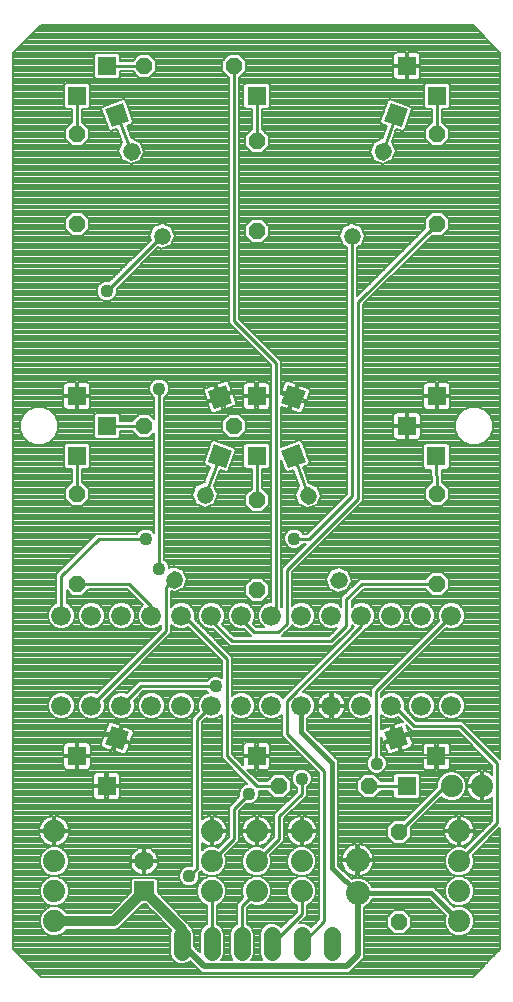
<source format=gtl>
G75*
%MOIN*%
%OFA0B0*%
%FSLAX25Y25*%
%IPPOS*%
%LPD*%
%AMOC8*
5,1,8,0,0,1.08239X$1,22.5*
%
%ADD10R,0.06337X0.06337*%
%ADD11R,0.06337X0.06337*%
%ADD12OC8,0.05600*%
%ADD13C,0.01120*%
%ADD14C,0.06600*%
%ADD15C,0.07400*%
%ADD16C,0.08000*%
%ADD17R,0.06500X0.06500*%
%ADD18C,0.06500*%
%ADD19C,0.05600*%
%ADD20C,0.01000*%
%ADD21C,0.00787*%
%ADD22C,0.01600*%
%ADD23C,0.03200*%
%ADD24C,0.02000*%
%ADD25C,0.04362*%
D10*
X0048844Y0093933D03*
X0038994Y0103933D03*
X0098844Y0103983D03*
X0148844Y0093933D03*
X0158794Y0103833D03*
X0158794Y0203833D03*
X0148944Y0213983D03*
X0158894Y0223933D03*
X0098844Y0223933D03*
X0098844Y0203983D03*
X0048944Y0213983D03*
X0038994Y0203933D03*
X0038894Y0223983D03*
X0038894Y0323983D03*
X0048894Y0333983D03*
X0098844Y0323933D03*
X0148894Y0333983D03*
X0158894Y0323933D03*
D11*
G36*
X0141335Y0315725D02*
X0143502Y0321678D01*
X0149455Y0319511D01*
X0147288Y0313558D01*
X0141335Y0315725D01*
G37*
G36*
X0107133Y0221755D02*
X0109300Y0227708D01*
X0115253Y0225541D01*
X0113086Y0219588D01*
X0107133Y0221755D01*
G37*
G36*
X0109300Y0199858D02*
X0107133Y0205811D01*
X0113086Y0207978D01*
X0115253Y0202025D01*
X0109300Y0199858D01*
G37*
G36*
X0082535Y0202025D02*
X0084702Y0207978D01*
X0090655Y0205811D01*
X0088488Y0199858D01*
X0082535Y0202025D01*
G37*
G36*
X0084702Y0219588D02*
X0082535Y0225541D01*
X0088488Y0227708D01*
X0090655Y0221755D01*
X0084702Y0219588D01*
G37*
G36*
X0050500Y0313558D02*
X0048333Y0319511D01*
X0054286Y0321678D01*
X0056453Y0315725D01*
X0050500Y0313558D01*
G37*
G36*
X0048333Y0108055D02*
X0050500Y0114008D01*
X0056453Y0111841D01*
X0054286Y0105888D01*
X0048333Y0108055D01*
G37*
G36*
X0143502Y0105888D02*
X0141335Y0111841D01*
X0147288Y0114008D01*
X0149455Y0108055D01*
X0143502Y0105888D01*
G37*
D12*
X0136394Y0093933D03*
X0146294Y0078633D03*
X0146294Y0048633D03*
X0106394Y0093933D03*
X0098994Y0159233D03*
X0098994Y0189233D03*
X0091394Y0213933D03*
X0061394Y0213933D03*
X0038894Y0191433D03*
X0038894Y0161433D03*
X0098894Y0278933D03*
X0098894Y0308933D03*
X0091444Y0333883D03*
X0061444Y0333883D03*
X0038894Y0311433D03*
X0038894Y0281433D03*
X0158894Y0281433D03*
X0158894Y0311433D03*
X0158894Y0191433D03*
X0158894Y0161433D03*
D13*
X0125768Y0164499D02*
X0126328Y0165059D01*
X0128011Y0164275D01*
X0128645Y0162534D01*
X0127861Y0160851D01*
X0126120Y0160217D01*
X0124437Y0161001D01*
X0123803Y0162742D01*
X0124587Y0164425D01*
X0126328Y0165059D01*
X0126289Y0164151D01*
X0127341Y0163660D01*
X0127737Y0162573D01*
X0127246Y0161521D01*
X0126159Y0161125D01*
X0125107Y0161616D01*
X0124711Y0162703D01*
X0125202Y0163755D01*
X0126289Y0164151D01*
X0126249Y0163243D01*
X0126671Y0163046D01*
X0126829Y0162613D01*
X0126632Y0162191D01*
X0126199Y0162033D01*
X0125777Y0162230D01*
X0125619Y0162663D01*
X0125816Y0163085D01*
X0126249Y0163243D01*
X0115507Y0192689D02*
X0116067Y0193249D01*
X0117750Y0192465D01*
X0118384Y0190724D01*
X0117600Y0189041D01*
X0115859Y0188407D01*
X0114176Y0189191D01*
X0113542Y0190932D01*
X0114326Y0192615D01*
X0116067Y0193249D01*
X0116028Y0192341D01*
X0117080Y0191850D01*
X0117476Y0190763D01*
X0116985Y0189711D01*
X0115898Y0189315D01*
X0114846Y0189806D01*
X0114450Y0190893D01*
X0114941Y0191945D01*
X0116028Y0192341D01*
X0115988Y0191433D01*
X0116410Y0191236D01*
X0116568Y0190803D01*
X0116371Y0190381D01*
X0115938Y0190223D01*
X0115516Y0190420D01*
X0115358Y0190853D01*
X0115555Y0191275D01*
X0115988Y0191433D01*
X0082701Y0192255D02*
X0083261Y0192815D01*
X0084045Y0191132D01*
X0083411Y0189391D01*
X0081728Y0188607D01*
X0079987Y0189241D01*
X0079203Y0190924D01*
X0079837Y0192665D01*
X0081520Y0193449D01*
X0083261Y0192815D01*
X0082646Y0192145D01*
X0083137Y0191093D01*
X0082741Y0190006D01*
X0081689Y0189515D01*
X0080602Y0189911D01*
X0080111Y0190963D01*
X0080507Y0192050D01*
X0081559Y0192541D01*
X0082646Y0192145D01*
X0082032Y0191475D01*
X0082229Y0191053D01*
X0082071Y0190620D01*
X0081649Y0190423D01*
X0081216Y0190581D01*
X0081019Y0191003D01*
X0081177Y0191436D01*
X0081599Y0191633D01*
X0082032Y0191475D01*
X0072440Y0164065D02*
X0073000Y0164625D01*
X0073784Y0162942D01*
X0073150Y0161201D01*
X0071467Y0160417D01*
X0069726Y0161051D01*
X0068942Y0162734D01*
X0069576Y0164475D01*
X0071259Y0165259D01*
X0073000Y0164625D01*
X0072385Y0163955D01*
X0072876Y0162903D01*
X0072480Y0161816D01*
X0071428Y0161325D01*
X0070341Y0161721D01*
X0069850Y0162773D01*
X0070246Y0163860D01*
X0071298Y0164351D01*
X0072385Y0163955D01*
X0071771Y0163285D01*
X0071968Y0162863D01*
X0071810Y0162430D01*
X0071388Y0162233D01*
X0070955Y0162391D01*
X0070758Y0162813D01*
X0070916Y0163246D01*
X0071338Y0163443D01*
X0071771Y0163285D01*
X0066868Y0279199D02*
X0067428Y0279759D01*
X0069111Y0278975D01*
X0069745Y0277234D01*
X0068961Y0275551D01*
X0067220Y0274917D01*
X0065537Y0275701D01*
X0064903Y0277442D01*
X0065687Y0279125D01*
X0067428Y0279759D01*
X0067389Y0278851D01*
X0068441Y0278360D01*
X0068837Y0277273D01*
X0068346Y0276221D01*
X0067259Y0275825D01*
X0066207Y0276316D01*
X0065811Y0277403D01*
X0066302Y0278455D01*
X0067389Y0278851D01*
X0067349Y0277943D01*
X0067771Y0277746D01*
X0067929Y0277313D01*
X0067732Y0276891D01*
X0067299Y0276733D01*
X0066877Y0276930D01*
X0066719Y0277363D01*
X0066916Y0277785D01*
X0067349Y0277943D01*
X0056607Y0307389D02*
X0057167Y0307949D01*
X0058850Y0307165D01*
X0059484Y0305424D01*
X0058700Y0303741D01*
X0056959Y0303107D01*
X0055276Y0303891D01*
X0054642Y0305632D01*
X0055426Y0307315D01*
X0057167Y0307949D01*
X0057128Y0307041D01*
X0058180Y0306550D01*
X0058576Y0305463D01*
X0058085Y0304411D01*
X0056998Y0304015D01*
X0055946Y0304506D01*
X0055550Y0305593D01*
X0056041Y0306645D01*
X0057128Y0307041D01*
X0057088Y0306133D01*
X0057510Y0305936D01*
X0057668Y0305503D01*
X0057471Y0305081D01*
X0057038Y0304923D01*
X0056616Y0305120D01*
X0056458Y0305553D01*
X0056655Y0305975D01*
X0057088Y0306133D01*
X0131740Y0278565D02*
X0132300Y0279125D01*
X0133084Y0277442D01*
X0132450Y0275701D01*
X0130767Y0274917D01*
X0129026Y0275551D01*
X0128242Y0277234D01*
X0128876Y0278975D01*
X0130559Y0279759D01*
X0132300Y0279125D01*
X0131685Y0278455D01*
X0132176Y0277403D01*
X0131780Y0276316D01*
X0130728Y0275825D01*
X0129641Y0276221D01*
X0129150Y0277273D01*
X0129546Y0278360D01*
X0130598Y0278851D01*
X0131685Y0278455D01*
X0131071Y0277785D01*
X0131268Y0277363D01*
X0131110Y0276930D01*
X0130688Y0276733D01*
X0130255Y0276891D01*
X0130058Y0277313D01*
X0130216Y0277746D01*
X0130638Y0277943D01*
X0131071Y0277785D01*
X0142001Y0306755D02*
X0142561Y0307315D01*
X0143345Y0305632D01*
X0142711Y0303891D01*
X0141028Y0303107D01*
X0139287Y0303741D01*
X0138503Y0305424D01*
X0139137Y0307165D01*
X0140820Y0307949D01*
X0142561Y0307315D01*
X0141946Y0306645D01*
X0142437Y0305593D01*
X0142041Y0304506D01*
X0140989Y0304015D01*
X0139902Y0304411D01*
X0139411Y0305463D01*
X0139807Y0306550D01*
X0140859Y0307041D01*
X0141946Y0306645D01*
X0141332Y0305975D01*
X0141529Y0305553D01*
X0141371Y0305120D01*
X0140949Y0304923D01*
X0140516Y0305081D01*
X0140319Y0305503D01*
X0140477Y0305936D01*
X0140899Y0306133D01*
X0141332Y0305975D01*
D14*
X0143794Y0150733D03*
X0153794Y0150733D03*
X0163794Y0150733D03*
X0163794Y0120733D03*
X0153794Y0120733D03*
X0143794Y0120733D03*
X0133794Y0120733D03*
X0123794Y0120733D03*
X0113794Y0120733D03*
X0103794Y0120733D03*
X0093794Y0120733D03*
X0083794Y0120733D03*
X0073794Y0120733D03*
X0063794Y0120733D03*
X0053794Y0120733D03*
X0043794Y0120733D03*
X0033794Y0120733D03*
X0033794Y0150733D03*
X0043794Y0150733D03*
X0053794Y0150733D03*
X0063794Y0150733D03*
X0073794Y0150733D03*
X0083794Y0150733D03*
X0093794Y0150733D03*
X0103794Y0150733D03*
X0113794Y0150733D03*
X0123794Y0150733D03*
X0133794Y0150733D03*
D15*
X0163894Y0093933D03*
X0166394Y0078933D03*
X0166394Y0068933D03*
X0166394Y0058933D03*
X0166394Y0048933D03*
X0173894Y0093933D03*
X0113894Y0078933D03*
X0113894Y0068933D03*
X0113894Y0058933D03*
X0098894Y0058933D03*
X0098894Y0068933D03*
X0098894Y0078933D03*
X0083894Y0078933D03*
X0083894Y0068933D03*
X0083894Y0058933D03*
X0031394Y0058933D03*
X0031394Y0068933D03*
X0031394Y0078933D03*
X0031394Y0048933D03*
D16*
X0132494Y0058233D03*
X0132494Y0069233D03*
D17*
X0061394Y0059012D03*
D18*
X0061394Y0068854D03*
D19*
X0073894Y0044233D02*
X0073894Y0038633D01*
X0083894Y0038633D02*
X0083894Y0044233D01*
X0093894Y0044233D02*
X0093894Y0038633D01*
X0103894Y0038633D02*
X0103894Y0044233D01*
X0113894Y0044233D02*
X0113894Y0038633D01*
X0123894Y0038633D02*
X0123894Y0044233D01*
D20*
X0121394Y0048933D02*
X0121394Y0098933D01*
X0108894Y0111433D01*
X0108894Y0122338D01*
X0133794Y0147238D01*
X0133794Y0150733D01*
X0128794Y0147311D02*
X0123716Y0142233D01*
X0090571Y0142233D01*
X0083794Y0149011D01*
X0083794Y0150733D01*
X0074594Y0150733D02*
X0088894Y0136433D01*
X0088894Y0103940D01*
X0098901Y0093933D01*
X0106394Y0093933D01*
X0113894Y0091433D02*
X0106394Y0083933D01*
X0106394Y0076433D01*
X0098894Y0068933D01*
X0098894Y0058933D02*
X0093894Y0053933D01*
X0093894Y0041433D01*
X0103894Y0041433D02*
X0113894Y0051433D01*
X0113894Y0058933D01*
X0121394Y0048933D02*
X0113894Y0041433D01*
X0083894Y0068933D02*
X0091394Y0076433D01*
X0091394Y0086433D01*
X0096394Y0091433D01*
X0113894Y0091433D02*
X0113894Y0096433D01*
X0136394Y0093933D02*
X0148844Y0093933D01*
X0161594Y0093933D02*
X0146294Y0078633D01*
X0161594Y0093933D02*
X0163894Y0093933D01*
X0179094Y0101509D02*
X0166669Y0113933D01*
X0151394Y0113933D01*
X0144594Y0120733D01*
X0143794Y0120733D01*
X0138694Y0125633D02*
X0138694Y0101633D01*
X0138894Y0101433D01*
X0138694Y0125633D02*
X0163794Y0150733D01*
X0158894Y0161433D02*
X0133894Y0161433D01*
X0128794Y0156333D01*
X0128794Y0147311D01*
X0116394Y0176433D02*
X0111394Y0176433D01*
X0116394Y0176433D02*
X0130663Y0190703D01*
X0130663Y0277338D01*
X0132694Y0255233D02*
X0158894Y0281433D01*
X0158894Y0311433D02*
X0158894Y0323933D01*
X0145395Y0317618D02*
X0140924Y0305528D01*
X0132694Y0255233D02*
X0132694Y0189633D01*
X0108994Y0165933D01*
X0108994Y0148111D01*
X0106116Y0145233D01*
X0098071Y0145233D01*
X0093794Y0149511D01*
X0093794Y0150733D01*
X0103794Y0150733D02*
X0105294Y0152233D01*
X0105294Y0235033D01*
X0091444Y0248883D01*
X0091444Y0333883D01*
X0098844Y0323933D02*
X0098894Y0308933D01*
X0067324Y0277338D02*
X0048894Y0258907D01*
X0066394Y0226433D02*
X0066394Y0166433D01*
X0071363Y0162838D02*
X0068694Y0160168D01*
X0068694Y0146433D01*
X0068694Y0145633D01*
X0043794Y0120733D01*
X0053794Y0120733D02*
X0060255Y0127195D01*
X0085213Y0127195D01*
X0083794Y0120733D02*
X0083623Y0120733D01*
X0078894Y0116004D01*
X0078894Y0066433D01*
X0076394Y0063933D01*
X0083894Y0058933D02*
X0083894Y0041433D01*
X0074594Y0150733D02*
X0073794Y0150733D01*
X0063794Y0150733D02*
X0063794Y0154033D01*
X0056394Y0161433D01*
X0038894Y0161433D01*
X0033794Y0164066D02*
X0033794Y0150733D01*
X0033794Y0164066D02*
X0046161Y0176433D01*
X0061975Y0176433D01*
X0081624Y0191028D02*
X0086595Y0203918D01*
X0098844Y0203983D02*
X0098994Y0189233D01*
X0115963Y0190828D02*
X0111193Y0203918D01*
X0158794Y0203833D02*
X0158894Y0191433D01*
X0179094Y0101509D02*
X0179094Y0081633D01*
X0166394Y0068933D01*
X0061394Y0213933D02*
X0048944Y0213983D01*
X0038994Y0203933D02*
X0038894Y0191433D01*
X0057063Y0305528D02*
X0052393Y0317618D01*
X0038894Y0311433D02*
X0038894Y0323983D01*
X0048994Y0333883D02*
X0048894Y0333983D01*
X0048994Y0333883D02*
X0061444Y0333883D01*
D21*
X0072023Y0035085D02*
X0022213Y0035085D01*
X0022999Y0034299D02*
X0077925Y0034299D01*
X0077139Y0035085D02*
X0075764Y0035085D01*
X0076156Y0035247D02*
X0076566Y0035658D01*
X0079200Y0033024D01*
X0080485Y0031739D01*
X0129802Y0031739D01*
X0131087Y0033024D01*
X0133402Y0035339D01*
X0134687Y0036624D01*
X0134687Y0053520D01*
X0135436Y0053830D01*
X0136897Y0055291D01*
X0137289Y0056239D01*
X0156268Y0056239D01*
X0161822Y0050685D01*
X0161500Y0049906D01*
X0161500Y0047960D01*
X0162245Y0046161D01*
X0163622Y0044784D01*
X0165420Y0044039D01*
X0167367Y0044039D01*
X0169166Y0044784D01*
X0170542Y0046161D01*
X0171287Y0047960D01*
X0171287Y0049906D01*
X0170542Y0051705D01*
X0169166Y0053082D01*
X0167367Y0053827D01*
X0165420Y0053827D01*
X0164642Y0053504D01*
X0157920Y0060227D01*
X0137289Y0060227D01*
X0136897Y0061175D01*
X0135436Y0062636D01*
X0133527Y0063427D01*
X0131461Y0063427D01*
X0130512Y0063034D01*
X0126112Y0067434D01*
X0126112Y0102484D01*
X0124945Y0103652D01*
X0115787Y0112809D01*
X0115787Y0116695D01*
X0116339Y0116923D01*
X0117603Y0118188D01*
X0118287Y0119839D01*
X0118287Y0121627D01*
X0117603Y0123279D01*
X0116339Y0124543D01*
X0114688Y0125227D01*
X0114177Y0125227D01*
X0135487Y0146537D01*
X0135487Y0146571D01*
X0136339Y0146923D01*
X0137603Y0148188D01*
X0138287Y0149839D01*
X0138287Y0151627D01*
X0137603Y0153279D01*
X0136339Y0154543D01*
X0134688Y0155227D01*
X0132900Y0155227D01*
X0131248Y0154543D01*
X0130487Y0153782D01*
X0130487Y0155632D01*
X0134595Y0159739D01*
X0154939Y0159739D01*
X0157239Y0157439D01*
X0160548Y0157439D01*
X0162887Y0159779D01*
X0162887Y0163087D01*
X0160548Y0165427D01*
X0157239Y0165427D01*
X0154939Y0163127D01*
X0133192Y0163127D01*
X0132200Y0162135D01*
X0132200Y0162135D01*
X0128092Y0158027D01*
X0127100Y0157035D01*
X0127100Y0153782D01*
X0126339Y0154543D01*
X0124688Y0155227D01*
X0122900Y0155227D01*
X0121248Y0154543D01*
X0119984Y0153279D01*
X0119300Y0151627D01*
X0119300Y0149839D01*
X0119984Y0148188D01*
X0121248Y0146923D01*
X0122900Y0146239D01*
X0124688Y0146239D01*
X0125780Y0146692D01*
X0123015Y0143927D01*
X0107205Y0143927D01*
X0107810Y0144532D01*
X0109695Y0146417D01*
X0110687Y0147409D01*
X0110687Y0147484D01*
X0111248Y0146923D01*
X0112900Y0146239D01*
X0114688Y0146239D01*
X0116339Y0146923D01*
X0117603Y0148188D01*
X0118287Y0149839D01*
X0118287Y0151627D01*
X0117603Y0153279D01*
X0116339Y0154543D01*
X0114688Y0155227D01*
X0112900Y0155227D01*
X0111248Y0154543D01*
X0110687Y0153982D01*
X0110687Y0165232D01*
X0134387Y0188932D01*
X0134387Y0254532D01*
X0157295Y0277439D01*
X0160548Y0277439D01*
X0162887Y0279779D01*
X0162887Y0283087D01*
X0160548Y0285427D01*
X0157239Y0285427D01*
X0154900Y0283087D01*
X0154900Y0279835D01*
X0132357Y0257292D01*
X0132357Y0273721D01*
X0133850Y0274417D01*
X0134982Y0277526D01*
X0133584Y0280525D01*
X0130475Y0281656D01*
X0127476Y0280258D01*
X0126345Y0277149D01*
X0127743Y0274151D01*
X0128970Y0273704D01*
X0128970Y0191404D01*
X0115692Y0178127D01*
X0114345Y0178127D01*
X0114255Y0178345D01*
X0113305Y0179294D01*
X0112065Y0179808D01*
X0110722Y0179808D01*
X0109482Y0179294D01*
X0108533Y0178345D01*
X0108019Y0177104D01*
X0108019Y0175762D01*
X0108533Y0174521D01*
X0109482Y0173572D01*
X0110722Y0173058D01*
X0112065Y0173058D01*
X0113305Y0173572D01*
X0114255Y0174521D01*
X0114345Y0174739D01*
X0115405Y0174739D01*
X0107300Y0166635D01*
X0107300Y0153582D01*
X0106987Y0153894D01*
X0106987Y0202717D01*
X0108346Y0198984D01*
X0109243Y0198566D01*
X0111095Y0199240D01*
X0113018Y0193963D01*
X0111645Y0191017D01*
X0112776Y0187908D01*
X0115775Y0186510D01*
X0118884Y0187641D01*
X0120282Y0190640D01*
X0119150Y0193749D01*
X0116200Y0195125D01*
X0114278Y0200398D01*
X0116127Y0201071D01*
X0116545Y0201968D01*
X0114039Y0208852D01*
X0113143Y0209270D01*
X0106987Y0207029D01*
X0106987Y0220324D01*
X0109262Y0219496D01*
X0110688Y0223413D01*
X0111428Y0223144D01*
X0111697Y0223884D01*
X0110957Y0224153D01*
X0110688Y0223413D01*
X0106987Y0224760D01*
X0106987Y0235735D01*
X0105995Y0236727D01*
X0093137Y0249585D01*
X0093137Y0329929D01*
X0095437Y0332229D01*
X0095437Y0335537D01*
X0093098Y0337877D01*
X0089789Y0337877D01*
X0087450Y0335537D01*
X0087450Y0332229D01*
X0089750Y0329929D01*
X0089750Y0248182D01*
X0103600Y0234332D01*
X0103600Y0155227D01*
X0102900Y0155227D01*
X0101248Y0154543D01*
X0099984Y0153279D01*
X0099300Y0151627D01*
X0099300Y0149839D01*
X0099984Y0148188D01*
X0101245Y0146927D01*
X0098773Y0146927D01*
X0097558Y0148142D01*
X0097603Y0148188D01*
X0098287Y0149839D01*
X0098287Y0151627D01*
X0097603Y0153279D01*
X0096339Y0154543D01*
X0094688Y0155227D01*
X0092900Y0155227D01*
X0091248Y0154543D01*
X0089984Y0153279D01*
X0089300Y0151627D01*
X0089300Y0149839D01*
X0089984Y0148188D01*
X0091248Y0146923D01*
X0092900Y0146239D01*
X0094670Y0146239D01*
X0096377Y0144532D01*
X0096377Y0144532D01*
X0096982Y0143927D01*
X0091273Y0143927D01*
X0087308Y0147892D01*
X0087603Y0148188D01*
X0088287Y0149839D01*
X0088287Y0151627D01*
X0087603Y0153279D01*
X0086339Y0154543D01*
X0084688Y0155227D01*
X0082900Y0155227D01*
X0081248Y0154543D01*
X0079984Y0153279D01*
X0079300Y0151627D01*
X0079300Y0149839D01*
X0079984Y0148188D01*
X0081248Y0146923D01*
X0082900Y0146239D01*
X0084170Y0146239D01*
X0088877Y0141532D01*
X0089870Y0140539D01*
X0124418Y0140539D01*
X0130487Y0146609D01*
X0130487Y0147684D01*
X0131166Y0147006D01*
X0107521Y0123361D01*
X0106339Y0124543D01*
X0104688Y0125227D01*
X0102900Y0125227D01*
X0101248Y0124543D01*
X0099984Y0123279D01*
X0099300Y0121627D01*
X0099300Y0119839D01*
X0099984Y0118188D01*
X0101248Y0116923D01*
X0102900Y0116239D01*
X0104688Y0116239D01*
X0106339Y0116923D01*
X0107200Y0117784D01*
X0107200Y0110732D01*
X0119700Y0098232D01*
X0119700Y0049635D01*
X0116920Y0046855D01*
X0116156Y0047619D01*
X0114688Y0048227D01*
X0113099Y0048227D01*
X0113071Y0048215D01*
X0114595Y0049739D01*
X0115587Y0050732D01*
X0115587Y0054338D01*
X0116666Y0054784D01*
X0118042Y0056161D01*
X0118787Y0057960D01*
X0118787Y0059906D01*
X0118042Y0061705D01*
X0116666Y0063082D01*
X0114867Y0063827D01*
X0112920Y0063827D01*
X0111122Y0063082D01*
X0109745Y0061705D01*
X0109000Y0059906D01*
X0109000Y0057960D01*
X0109745Y0056161D01*
X0111122Y0054784D01*
X0112200Y0054338D01*
X0112200Y0052135D01*
X0106920Y0046855D01*
X0106156Y0047619D01*
X0104688Y0048227D01*
X0103099Y0048227D01*
X0101631Y0047619D01*
X0100508Y0046495D01*
X0099900Y0045027D01*
X0099900Y0037839D01*
X0100508Y0036371D01*
X0100752Y0036127D01*
X0097035Y0036127D01*
X0097279Y0036371D01*
X0097887Y0037839D01*
X0097887Y0045027D01*
X0097279Y0046495D01*
X0096156Y0047619D01*
X0095587Y0047854D01*
X0095587Y0053232D01*
X0096842Y0054486D01*
X0097920Y0054039D01*
X0099867Y0054039D01*
X0101666Y0054784D01*
X0103042Y0056161D01*
X0103787Y0057960D01*
X0103787Y0059906D01*
X0103042Y0061705D01*
X0101666Y0063082D01*
X0099867Y0063827D01*
X0097920Y0063827D01*
X0096122Y0063082D01*
X0094745Y0061705D01*
X0094000Y0059906D01*
X0094000Y0057960D01*
X0094447Y0056881D01*
X0093192Y0055627D01*
X0092200Y0054635D01*
X0092200Y0047854D01*
X0091631Y0047619D01*
X0090508Y0046495D01*
X0089900Y0045027D01*
X0089900Y0037839D01*
X0090508Y0036371D01*
X0090752Y0036127D01*
X0087035Y0036127D01*
X0087279Y0036371D01*
X0087887Y0037839D01*
X0087887Y0045027D01*
X0087279Y0046495D01*
X0086156Y0047619D01*
X0085587Y0047854D01*
X0085587Y0054338D01*
X0086666Y0054784D01*
X0088042Y0056161D01*
X0088787Y0057960D01*
X0088787Y0059906D01*
X0088042Y0061705D01*
X0086666Y0063082D01*
X0084867Y0063827D01*
X0082920Y0063827D01*
X0081122Y0063082D01*
X0079745Y0061705D01*
X0079000Y0059906D01*
X0079000Y0057960D01*
X0079745Y0056161D01*
X0081122Y0054784D01*
X0082200Y0054338D01*
X0082200Y0047854D01*
X0081631Y0047619D01*
X0080508Y0046495D01*
X0079900Y0045027D01*
X0079900Y0038529D01*
X0077887Y0040542D01*
X0077887Y0045027D01*
X0077279Y0046495D01*
X0076618Y0047157D01*
X0076262Y0048016D01*
X0075476Y0048801D01*
X0068894Y0055384D01*
X0068838Y0055518D01*
X0068805Y0055551D01*
X0068786Y0055593D01*
X0068413Y0055943D01*
X0065837Y0058519D01*
X0065837Y0062756D01*
X0065138Y0063455D01*
X0057649Y0063455D01*
X0056950Y0062756D01*
X0056950Y0058519D01*
X0050158Y0051727D01*
X0035521Y0051727D01*
X0034166Y0053082D01*
X0032367Y0053827D01*
X0030420Y0053827D01*
X0028622Y0053082D01*
X0027245Y0051705D01*
X0026500Y0049906D01*
X0026500Y0047960D01*
X0027245Y0046161D01*
X0028622Y0044784D01*
X0030420Y0044039D01*
X0032367Y0044039D01*
X0034166Y0044784D01*
X0035521Y0046139D01*
X0051871Y0046139D01*
X0052897Y0046565D01*
X0053683Y0047351D01*
X0060901Y0054568D01*
X0061887Y0054568D01*
X0064048Y0052406D01*
X0064104Y0052272D01*
X0064137Y0052239D01*
X0064156Y0052197D01*
X0064529Y0051847D01*
X0070324Y0046052D01*
X0069900Y0045027D01*
X0069900Y0037839D01*
X0070508Y0036371D01*
X0071631Y0035247D01*
X0073099Y0034639D01*
X0074688Y0034639D01*
X0076156Y0035247D01*
X0078711Y0033513D02*
X0023785Y0033513D01*
X0024570Y0032727D02*
X0079497Y0032727D01*
X0080283Y0031941D02*
X0025356Y0031941D01*
X0026142Y0031155D02*
X0171645Y0031155D01*
X0170859Y0030370D02*
X0026928Y0030370D01*
X0026971Y0030327D02*
X0017787Y0039510D01*
X0017787Y0338356D01*
X0026971Y0347539D01*
X0170816Y0347539D01*
X0180000Y0338356D01*
X0180000Y0102997D01*
X0179795Y0103202D01*
X0167371Y0115627D01*
X0152095Y0115627D01*
X0148169Y0119553D01*
X0148287Y0119839D01*
X0148287Y0121627D01*
X0147603Y0123279D01*
X0146339Y0124543D01*
X0144688Y0125227D01*
X0142900Y0125227D01*
X0141248Y0124543D01*
X0140387Y0123682D01*
X0140387Y0124932D01*
X0162048Y0146592D01*
X0162900Y0146239D01*
X0164688Y0146239D01*
X0166339Y0146923D01*
X0167603Y0148188D01*
X0168287Y0149839D01*
X0168287Y0151627D01*
X0167603Y0153279D01*
X0166339Y0154543D01*
X0164688Y0155227D01*
X0162900Y0155227D01*
X0161248Y0154543D01*
X0159984Y0153279D01*
X0159300Y0151627D01*
X0159300Y0149839D01*
X0159653Y0148987D01*
X0137992Y0127327D01*
X0137000Y0126335D01*
X0137000Y0123882D01*
X0136339Y0124543D01*
X0134688Y0125227D01*
X0132900Y0125227D01*
X0131248Y0124543D01*
X0129984Y0123279D01*
X0129300Y0121627D01*
X0129300Y0119839D01*
X0129984Y0118188D01*
X0131248Y0116923D01*
X0132900Y0116239D01*
X0134688Y0116239D01*
X0136339Y0116923D01*
X0137000Y0117584D01*
X0137000Y0104302D01*
X0136982Y0104294D01*
X0136033Y0103345D01*
X0135519Y0102104D01*
X0135519Y0100762D01*
X0136033Y0099521D01*
X0136982Y0098572D01*
X0138222Y0098058D01*
X0139565Y0098058D01*
X0140805Y0098572D01*
X0141755Y0099521D01*
X0142268Y0100762D01*
X0142268Y0102104D01*
X0141755Y0103345D01*
X0140805Y0104294D01*
X0140387Y0104467D01*
X0140387Y0110367D01*
X0140973Y0108758D01*
X0144890Y0110184D01*
X0143464Y0114101D01*
X0140684Y0113089D01*
X0140387Y0112881D01*
X0140387Y0117784D01*
X0141248Y0116923D01*
X0142900Y0116239D01*
X0144688Y0116239D01*
X0146105Y0116827D01*
X0147554Y0115378D01*
X0147350Y0115414D01*
X0146984Y0115382D01*
X0144204Y0114370D01*
X0145630Y0110453D01*
X0149547Y0111879D01*
X0148685Y0114246D01*
X0149700Y0113232D01*
X0150692Y0112239D01*
X0165968Y0112239D01*
X0177400Y0100807D01*
X0177400Y0097630D01*
X0177212Y0097818D01*
X0176563Y0098290D01*
X0175849Y0098654D01*
X0175086Y0098901D01*
X0174295Y0099027D01*
X0174287Y0099027D01*
X0174287Y0094327D01*
X0173500Y0094327D01*
X0173500Y0099027D01*
X0173493Y0099027D01*
X0172701Y0098901D01*
X0171938Y0098654D01*
X0171224Y0098290D01*
X0170575Y0097818D01*
X0170008Y0097251D01*
X0169537Y0096603D01*
X0169173Y0095888D01*
X0168925Y0095126D01*
X0168800Y0094334D01*
X0168800Y0094327D01*
X0173500Y0094327D01*
X0173500Y0093539D01*
X0174287Y0093539D01*
X0174287Y0088839D01*
X0174295Y0088839D01*
X0175086Y0088965D01*
X0175849Y0089213D01*
X0176563Y0089577D01*
X0177212Y0090048D01*
X0177400Y0090236D01*
X0177400Y0082335D01*
X0168445Y0073380D01*
X0167367Y0073827D01*
X0165420Y0073827D01*
X0163622Y0073082D01*
X0162245Y0071705D01*
X0161500Y0069906D01*
X0161500Y0067960D01*
X0162245Y0066161D01*
X0163622Y0064784D01*
X0165420Y0064039D01*
X0167367Y0064039D01*
X0169166Y0064784D01*
X0170542Y0066161D01*
X0171287Y0067960D01*
X0171287Y0069906D01*
X0170841Y0070985D01*
X0179795Y0079939D01*
X0180000Y0080144D01*
X0180000Y0039510D01*
X0170816Y0030327D01*
X0026971Y0030327D01*
X0021427Y0035871D02*
X0071008Y0035871D01*
X0070389Y0036657D02*
X0020641Y0036657D01*
X0019855Y0037443D02*
X0070064Y0037443D01*
X0069900Y0038229D02*
X0019069Y0038229D01*
X0018283Y0039015D02*
X0069900Y0039015D01*
X0069900Y0039801D02*
X0017787Y0039801D01*
X0017787Y0040586D02*
X0069900Y0040586D01*
X0069900Y0041372D02*
X0017787Y0041372D01*
X0017787Y0042158D02*
X0069900Y0042158D01*
X0069900Y0042944D02*
X0017787Y0042944D01*
X0017787Y0043730D02*
X0069900Y0043730D01*
X0069900Y0044516D02*
X0033518Y0044516D01*
X0034683Y0045302D02*
X0070014Y0045302D01*
X0070288Y0046088D02*
X0035469Y0046088D01*
X0034872Y0052375D02*
X0050806Y0052375D01*
X0051592Y0053161D02*
X0033974Y0053161D01*
X0034041Y0054733D02*
X0053164Y0054733D01*
X0053950Y0055519D02*
X0034900Y0055519D01*
X0035542Y0056161D02*
X0036287Y0057960D01*
X0036287Y0059906D01*
X0035542Y0061705D01*
X0034166Y0063082D01*
X0032367Y0063827D01*
X0030420Y0063827D01*
X0028622Y0063082D01*
X0027245Y0061705D01*
X0026500Y0059906D01*
X0026500Y0057960D01*
X0027245Y0056161D01*
X0028622Y0054784D01*
X0030420Y0054039D01*
X0032367Y0054039D01*
X0034166Y0054784D01*
X0035542Y0056161D01*
X0035602Y0056305D02*
X0054736Y0056305D01*
X0055522Y0057091D02*
X0035927Y0057091D01*
X0036253Y0057877D02*
X0056308Y0057877D01*
X0056950Y0058662D02*
X0036287Y0058662D01*
X0036287Y0059448D02*
X0056950Y0059448D01*
X0056950Y0060234D02*
X0036152Y0060234D01*
X0035826Y0061020D02*
X0056950Y0061020D01*
X0056950Y0061806D02*
X0035441Y0061806D01*
X0034655Y0062592D02*
X0056950Y0062592D01*
X0057572Y0063378D02*
X0033451Y0063378D01*
X0032668Y0064164D02*
X0073019Y0064164D01*
X0073019Y0064604D02*
X0073019Y0063262D01*
X0073533Y0062021D01*
X0074482Y0061072D01*
X0075722Y0060558D01*
X0077065Y0060558D01*
X0078305Y0061072D01*
X0079255Y0062021D01*
X0079768Y0063262D01*
X0079768Y0064604D01*
X0079678Y0064822D01*
X0080381Y0065525D01*
X0081122Y0064784D01*
X0082920Y0064039D01*
X0084867Y0064039D01*
X0086666Y0064784D01*
X0088042Y0066161D01*
X0088787Y0067960D01*
X0088787Y0069906D01*
X0088341Y0070985D01*
X0092095Y0074739D01*
X0093087Y0075732D01*
X0093087Y0085732D01*
X0095504Y0088149D01*
X0095722Y0088058D01*
X0097065Y0088058D01*
X0098305Y0088572D01*
X0099255Y0089521D01*
X0099768Y0090762D01*
X0099768Y0092104D01*
X0099713Y0092239D01*
X0102439Y0092239D01*
X0104739Y0089939D01*
X0108048Y0089939D01*
X0110387Y0092279D01*
X0110387Y0095587D01*
X0108048Y0097927D01*
X0104739Y0097927D01*
X0102439Y0095627D01*
X0099603Y0095627D01*
X0095808Y0099421D01*
X0098450Y0099421D01*
X0098450Y0103589D01*
X0099237Y0103589D01*
X0099237Y0099421D01*
X0102196Y0099421D01*
X0102550Y0099516D01*
X0102868Y0099699D01*
X0103127Y0099959D01*
X0103311Y0100277D01*
X0103406Y0100631D01*
X0103406Y0103589D01*
X0099237Y0103589D01*
X0099237Y0104377D01*
X0098450Y0104377D01*
X0098450Y0108545D01*
X0095492Y0108545D01*
X0095137Y0108450D01*
X0094819Y0108267D01*
X0094560Y0108007D01*
X0094376Y0107690D01*
X0094281Y0107335D01*
X0094281Y0104377D01*
X0098450Y0104377D01*
X0098450Y0103589D01*
X0094281Y0103589D01*
X0094281Y0100948D01*
X0090587Y0104642D01*
X0090587Y0117584D01*
X0091248Y0116923D01*
X0092900Y0116239D01*
X0094688Y0116239D01*
X0096339Y0116923D01*
X0097603Y0118188D01*
X0098287Y0119839D01*
X0098287Y0121627D01*
X0097603Y0123279D01*
X0096339Y0124543D01*
X0094688Y0125227D01*
X0092900Y0125227D01*
X0091248Y0124543D01*
X0090587Y0123882D01*
X0090587Y0137135D01*
X0078169Y0149553D01*
X0078287Y0149839D01*
X0078287Y0151627D01*
X0077603Y0153279D01*
X0076339Y0154543D01*
X0074688Y0155227D01*
X0072900Y0155227D01*
X0071248Y0154543D01*
X0070387Y0153682D01*
X0070387Y0158943D01*
X0071552Y0158519D01*
X0074550Y0159917D01*
X0075682Y0163026D01*
X0074284Y0166025D01*
X0071175Y0167156D01*
X0069768Y0166500D01*
X0069768Y0167104D01*
X0069255Y0168345D01*
X0068305Y0169294D01*
X0068087Y0169384D01*
X0068087Y0223482D01*
X0068305Y0223572D01*
X0069255Y0224521D01*
X0069768Y0225762D01*
X0069768Y0227104D01*
X0069255Y0228345D01*
X0068305Y0229294D01*
X0067065Y0229808D01*
X0065722Y0229808D01*
X0064482Y0229294D01*
X0063533Y0228345D01*
X0063019Y0227104D01*
X0063019Y0225762D01*
X0063533Y0224521D01*
X0064482Y0223572D01*
X0064700Y0223482D01*
X0064700Y0216275D01*
X0063048Y0217927D01*
X0059739Y0217927D01*
X0057455Y0215643D01*
X0053306Y0215659D01*
X0053306Y0217646D01*
X0052607Y0218345D01*
X0045281Y0218345D01*
X0044581Y0217646D01*
X0044581Y0210320D01*
X0045281Y0209621D01*
X0052607Y0209621D01*
X0053306Y0210320D01*
X0053306Y0212272D01*
X0057424Y0212255D01*
X0059739Y0209939D01*
X0063048Y0209939D01*
X0064700Y0211591D01*
X0064700Y0178481D01*
X0063886Y0179294D01*
X0062646Y0179808D01*
X0061304Y0179808D01*
X0060063Y0179294D01*
X0059114Y0178345D01*
X0059023Y0178127D01*
X0045460Y0178127D01*
X0032100Y0164767D01*
X0032100Y0154895D01*
X0031248Y0154543D01*
X0029984Y0153279D01*
X0029300Y0151627D01*
X0029300Y0149839D01*
X0029984Y0148188D01*
X0031248Y0146923D01*
X0032900Y0146239D01*
X0034688Y0146239D01*
X0036339Y0146923D01*
X0037603Y0148188D01*
X0038287Y0149839D01*
X0038287Y0151627D01*
X0037603Y0153279D01*
X0036339Y0154543D01*
X0035487Y0154895D01*
X0035487Y0159191D01*
X0037239Y0157439D01*
X0040548Y0157439D01*
X0042848Y0159739D01*
X0055692Y0159739D01*
X0061069Y0154363D01*
X0059984Y0153279D01*
X0059300Y0151627D01*
X0059300Y0149839D01*
X0059984Y0148188D01*
X0061248Y0146923D01*
X0062900Y0146239D01*
X0064688Y0146239D01*
X0066339Y0146923D01*
X0067000Y0147584D01*
X0067000Y0146335D01*
X0045539Y0124874D01*
X0044688Y0125227D01*
X0042900Y0125227D01*
X0041248Y0124543D01*
X0039984Y0123279D01*
X0039300Y0121627D01*
X0039300Y0119839D01*
X0039984Y0118188D01*
X0041248Y0116923D01*
X0042900Y0116239D01*
X0044688Y0116239D01*
X0046339Y0116923D01*
X0047603Y0118188D01*
X0048287Y0119839D01*
X0048287Y0121627D01*
X0047935Y0122479D01*
X0069395Y0143939D01*
X0070387Y0144932D01*
X0070387Y0147784D01*
X0071248Y0146923D01*
X0072900Y0146239D01*
X0074688Y0146239D01*
X0076105Y0146827D01*
X0087200Y0135732D01*
X0087200Y0129980D01*
X0087124Y0130056D01*
X0085884Y0130569D01*
X0084541Y0130569D01*
X0083301Y0130056D01*
X0082352Y0129106D01*
X0082261Y0128888D01*
X0059554Y0128888D01*
X0055539Y0124874D01*
X0054688Y0125227D01*
X0052900Y0125227D01*
X0051248Y0124543D01*
X0049984Y0123279D01*
X0049300Y0121627D01*
X0049300Y0119839D01*
X0049984Y0118188D01*
X0051248Y0116923D01*
X0052900Y0116239D01*
X0054688Y0116239D01*
X0056339Y0116923D01*
X0057603Y0118188D01*
X0058287Y0119839D01*
X0058287Y0121627D01*
X0057935Y0122479D01*
X0060957Y0125501D01*
X0082261Y0125501D01*
X0082352Y0125283D01*
X0082552Y0125083D01*
X0081248Y0124543D01*
X0079984Y0123279D01*
X0079300Y0121627D01*
X0079300Y0119839D01*
X0079603Y0119108D01*
X0078192Y0117698D01*
X0077200Y0116706D01*
X0077200Y0067252D01*
X0077065Y0067308D01*
X0075722Y0067308D01*
X0074482Y0066794D01*
X0073533Y0065845D01*
X0073019Y0064604D01*
X0073162Y0064950D02*
X0063920Y0064950D01*
X0063828Y0064883D02*
X0064419Y0065312D01*
X0064936Y0065829D01*
X0065365Y0066420D01*
X0065697Y0067072D01*
X0065923Y0067767D01*
X0066037Y0068489D01*
X0066037Y0068559D01*
X0061689Y0068559D01*
X0061689Y0064211D01*
X0061759Y0064211D01*
X0062481Y0064325D01*
X0063176Y0064551D01*
X0063828Y0064883D01*
X0064842Y0065736D02*
X0073488Y0065736D01*
X0074210Y0066522D02*
X0065417Y0066522D01*
X0065774Y0067307D02*
X0075722Y0067307D01*
X0077066Y0067307D02*
X0077200Y0067307D01*
X0077200Y0068093D02*
X0065975Y0068093D01*
X0066037Y0069150D02*
X0066037Y0069220D01*
X0065923Y0069942D01*
X0065697Y0070637D01*
X0065365Y0071288D01*
X0064936Y0071879D01*
X0064419Y0072396D01*
X0063828Y0072826D01*
X0063176Y0073158D01*
X0062481Y0073384D01*
X0061759Y0073498D01*
X0061689Y0073498D01*
X0061689Y0069150D01*
X0061098Y0069150D01*
X0061098Y0068559D01*
X0056750Y0068559D01*
X0056750Y0068489D01*
X0056864Y0067767D01*
X0057090Y0067072D01*
X0057422Y0066420D01*
X0057852Y0065829D01*
X0058369Y0065312D01*
X0058960Y0064883D01*
X0059611Y0064551D01*
X0060306Y0064325D01*
X0061028Y0064211D01*
X0061098Y0064211D01*
X0061098Y0068559D01*
X0061689Y0068559D01*
X0061689Y0069150D01*
X0066037Y0069150D01*
X0065967Y0069665D02*
X0077200Y0069665D01*
X0077200Y0068879D02*
X0061689Y0068879D01*
X0061098Y0068879D02*
X0036287Y0068879D01*
X0036287Y0068093D02*
X0056813Y0068093D01*
X0057014Y0067307D02*
X0036017Y0067307D01*
X0036287Y0067960D02*
X0035542Y0066161D01*
X0034166Y0064784D01*
X0032367Y0064039D01*
X0030420Y0064039D01*
X0028622Y0064784D01*
X0027245Y0066161D01*
X0026500Y0067960D01*
X0026500Y0069906D01*
X0027245Y0071705D01*
X0028622Y0073082D01*
X0030420Y0073827D01*
X0032367Y0073827D01*
X0034166Y0073082D01*
X0035542Y0071705D01*
X0036287Y0069906D01*
X0036287Y0067960D01*
X0035692Y0066522D02*
X0057371Y0066522D01*
X0057945Y0065736D02*
X0035117Y0065736D01*
X0034331Y0064950D02*
X0058868Y0064950D01*
X0061098Y0064950D02*
X0061689Y0064950D01*
X0061689Y0065736D02*
X0061098Y0065736D01*
X0061098Y0066522D02*
X0061689Y0066522D01*
X0061689Y0067307D02*
X0061098Y0067307D01*
X0061098Y0068093D02*
X0061689Y0068093D01*
X0061098Y0069150D02*
X0056750Y0069150D01*
X0056750Y0069220D01*
X0056864Y0069942D01*
X0057090Y0070637D01*
X0057422Y0071288D01*
X0057852Y0071879D01*
X0058369Y0072396D01*
X0058960Y0072826D01*
X0059611Y0073158D01*
X0060306Y0073384D01*
X0061028Y0073498D01*
X0061098Y0073498D01*
X0061098Y0069150D01*
X0061098Y0069665D02*
X0061689Y0069665D01*
X0061689Y0070451D02*
X0061098Y0070451D01*
X0061098Y0071237D02*
X0061689Y0071237D01*
X0061689Y0072023D02*
X0061098Y0072023D01*
X0061098Y0072809D02*
X0061689Y0072809D01*
X0063851Y0072809D02*
X0077200Y0072809D01*
X0077200Y0073595D02*
X0032927Y0073595D01*
X0032586Y0073965D02*
X0033349Y0074213D01*
X0034063Y0074577D01*
X0034712Y0075048D01*
X0035279Y0075615D01*
X0035750Y0076263D01*
X0036114Y0076978D01*
X0036362Y0077740D01*
X0036487Y0078532D01*
X0036487Y0078539D01*
X0031787Y0078539D01*
X0031787Y0073839D01*
X0031795Y0073839D01*
X0032586Y0073965D01*
X0031787Y0074381D02*
X0031000Y0074381D01*
X0031000Y0073839D02*
X0031000Y0078539D01*
X0031787Y0078539D01*
X0031787Y0079327D01*
X0031000Y0079327D01*
X0031000Y0084027D01*
X0030993Y0084027D01*
X0030201Y0083901D01*
X0029438Y0083654D01*
X0028724Y0083290D01*
X0028075Y0082818D01*
X0027508Y0082251D01*
X0027037Y0081603D01*
X0026673Y0080888D01*
X0026425Y0080126D01*
X0026300Y0079334D01*
X0026300Y0079327D01*
X0031000Y0079327D01*
X0031000Y0078539D01*
X0026300Y0078539D01*
X0026300Y0078532D01*
X0026425Y0077740D01*
X0026673Y0076978D01*
X0027037Y0076263D01*
X0027508Y0075615D01*
X0028075Y0075048D01*
X0028724Y0074577D01*
X0029438Y0074213D01*
X0030201Y0073965D01*
X0030993Y0073839D01*
X0031000Y0073839D01*
X0029860Y0073595D02*
X0017787Y0073595D01*
X0017787Y0074381D02*
X0029108Y0074381D01*
X0027957Y0075167D02*
X0017787Y0075167D01*
X0017787Y0075953D02*
X0027263Y0075953D01*
X0026795Y0076738D02*
X0017787Y0076738D01*
X0017787Y0077524D02*
X0026496Y0077524D01*
X0026335Y0078310D02*
X0017787Y0078310D01*
X0017787Y0079096D02*
X0031000Y0079096D01*
X0031000Y0078310D02*
X0031787Y0078310D01*
X0031787Y0077524D02*
X0031000Y0077524D01*
X0031000Y0076738D02*
X0031787Y0076738D01*
X0031787Y0075953D02*
X0031000Y0075953D01*
X0031000Y0075167D02*
X0031787Y0075167D01*
X0033679Y0074381D02*
X0077200Y0074381D01*
X0077200Y0075167D02*
X0034831Y0075167D01*
X0035524Y0075953D02*
X0077200Y0075953D01*
X0077200Y0076738D02*
X0035992Y0076738D01*
X0036292Y0077524D02*
X0077200Y0077524D01*
X0077200Y0078310D02*
X0036452Y0078310D01*
X0036487Y0079327D02*
X0036487Y0079334D01*
X0036362Y0080126D01*
X0036114Y0080888D01*
X0035750Y0081603D01*
X0035279Y0082251D01*
X0034712Y0082818D01*
X0034063Y0083290D01*
X0033349Y0083654D01*
X0032586Y0083901D01*
X0031795Y0084027D01*
X0031787Y0084027D01*
X0031787Y0079327D01*
X0036487Y0079327D01*
X0036401Y0079882D02*
X0077200Y0079882D01*
X0077200Y0079096D02*
X0031787Y0079096D01*
X0031787Y0079882D02*
X0031000Y0079882D01*
X0031000Y0080668D02*
X0031787Y0080668D01*
X0031787Y0081454D02*
X0031000Y0081454D01*
X0031000Y0082240D02*
X0031787Y0082240D01*
X0031787Y0083026D02*
X0031000Y0083026D01*
X0031000Y0083812D02*
X0031787Y0083812D01*
X0032862Y0083812D02*
X0077200Y0083812D01*
X0077200Y0084598D02*
X0017787Y0084598D01*
X0017787Y0085383D02*
X0077200Y0085383D01*
X0077200Y0086169D02*
X0017787Y0086169D01*
X0017787Y0086955D02*
X0077200Y0086955D01*
X0077200Y0087741D02*
X0017787Y0087741D01*
X0017787Y0088527D02*
X0077200Y0088527D01*
X0077200Y0089313D02*
X0017787Y0089313D01*
X0017787Y0090099D02*
X0044450Y0090099D01*
X0044376Y0090227D02*
X0044560Y0089909D01*
X0044819Y0089649D01*
X0045137Y0089466D01*
X0045492Y0089371D01*
X0048450Y0089371D01*
X0048450Y0093539D01*
X0049237Y0093539D01*
X0049237Y0089371D01*
X0052196Y0089371D01*
X0052550Y0089466D01*
X0052868Y0089649D01*
X0053127Y0089909D01*
X0053311Y0090227D01*
X0053406Y0090581D01*
X0053406Y0093539D01*
X0049237Y0093539D01*
X0049237Y0094327D01*
X0048450Y0094327D01*
X0048450Y0098495D01*
X0045492Y0098495D01*
X0045137Y0098400D01*
X0044819Y0098217D01*
X0044560Y0097957D01*
X0044376Y0097640D01*
X0044281Y0097285D01*
X0044281Y0094327D01*
X0048450Y0094327D01*
X0048450Y0093539D01*
X0044281Y0093539D01*
X0044281Y0090581D01*
X0044376Y0090227D01*
X0044281Y0090885D02*
X0017787Y0090885D01*
X0017787Y0091671D02*
X0044281Y0091671D01*
X0044281Y0092457D02*
X0017787Y0092457D01*
X0017787Y0093243D02*
X0044281Y0093243D01*
X0044281Y0094814D02*
X0017787Y0094814D01*
X0017787Y0094029D02*
X0048450Y0094029D01*
X0048450Y0094814D02*
X0049237Y0094814D01*
X0049237Y0094327D02*
X0049237Y0098495D01*
X0052196Y0098495D01*
X0052550Y0098400D01*
X0052868Y0098217D01*
X0053127Y0097957D01*
X0053311Y0097640D01*
X0053406Y0097285D01*
X0053406Y0094327D01*
X0049237Y0094327D01*
X0049237Y0094029D02*
X0077200Y0094029D01*
X0077200Y0094814D02*
X0053406Y0094814D01*
X0053406Y0095600D02*
X0077200Y0095600D01*
X0077200Y0096386D02*
X0053406Y0096386D01*
X0053406Y0097172D02*
X0077200Y0097172D01*
X0077200Y0097958D02*
X0053127Y0097958D01*
X0053406Y0093243D02*
X0077200Y0093243D01*
X0077200Y0092457D02*
X0053406Y0092457D01*
X0053406Y0091671D02*
X0077200Y0091671D01*
X0077200Y0090885D02*
X0053406Y0090885D01*
X0053237Y0090099D02*
X0077200Y0090099D01*
X0080587Y0090099D02*
X0092664Y0090099D01*
X0093109Y0090544D02*
X0090692Y0088127D01*
X0089700Y0087135D01*
X0089700Y0077135D01*
X0085945Y0073380D01*
X0084867Y0073827D01*
X0082920Y0073827D01*
X0081122Y0073082D01*
X0080587Y0072547D01*
X0080587Y0075039D01*
X0081224Y0074577D01*
X0081938Y0074213D01*
X0082701Y0073965D01*
X0083493Y0073839D01*
X0083500Y0073839D01*
X0083500Y0078539D01*
X0084287Y0078539D01*
X0084287Y0073839D01*
X0084295Y0073839D01*
X0085086Y0073965D01*
X0085849Y0074213D01*
X0086563Y0074577D01*
X0087212Y0075048D01*
X0087779Y0075615D01*
X0088250Y0076263D01*
X0088614Y0076978D01*
X0088862Y0077740D01*
X0088987Y0078532D01*
X0088987Y0078539D01*
X0084287Y0078539D01*
X0084287Y0079327D01*
X0083500Y0079327D01*
X0083500Y0084027D01*
X0083493Y0084027D01*
X0082701Y0083901D01*
X0081938Y0083654D01*
X0081224Y0083290D01*
X0080587Y0082827D01*
X0080587Y0115303D01*
X0081927Y0116642D01*
X0082900Y0116239D01*
X0084688Y0116239D01*
X0086339Y0116923D01*
X0087200Y0117784D01*
X0087200Y0103239D01*
X0095658Y0094781D01*
X0094482Y0094294D01*
X0093533Y0093345D01*
X0093019Y0092104D01*
X0093019Y0090762D01*
X0093109Y0090544D01*
X0093019Y0090885D02*
X0080587Y0090885D01*
X0080587Y0091671D02*
X0093019Y0091671D01*
X0093165Y0092457D02*
X0080587Y0092457D01*
X0080587Y0093243D02*
X0093490Y0093243D01*
X0094216Y0094029D02*
X0080587Y0094029D01*
X0080587Y0094814D02*
X0095624Y0094814D01*
X0094839Y0095600D02*
X0080587Y0095600D01*
X0080587Y0096386D02*
X0094053Y0096386D01*
X0093267Y0097172D02*
X0080587Y0097172D01*
X0080587Y0097958D02*
X0092481Y0097958D01*
X0091695Y0098744D02*
X0080587Y0098744D01*
X0080587Y0099530D02*
X0090909Y0099530D01*
X0090123Y0100316D02*
X0080587Y0100316D01*
X0080587Y0101102D02*
X0089337Y0101102D01*
X0088551Y0101888D02*
X0080587Y0101888D01*
X0080587Y0102674D02*
X0087765Y0102674D01*
X0087200Y0103459D02*
X0080587Y0103459D01*
X0080587Y0104245D02*
X0087200Y0104245D01*
X0087200Y0105031D02*
X0080587Y0105031D01*
X0080587Y0105817D02*
X0087200Y0105817D01*
X0087200Y0106603D02*
X0080587Y0106603D01*
X0080587Y0107389D02*
X0087200Y0107389D01*
X0087200Y0108175D02*
X0080587Y0108175D01*
X0080587Y0108961D02*
X0087200Y0108961D01*
X0087200Y0109747D02*
X0080587Y0109747D01*
X0080587Y0110533D02*
X0087200Y0110533D01*
X0087200Y0111319D02*
X0080587Y0111319D01*
X0080587Y0112105D02*
X0087200Y0112105D01*
X0087200Y0112890D02*
X0080587Y0112890D01*
X0080587Y0113676D02*
X0087200Y0113676D01*
X0087200Y0114462D02*
X0080587Y0114462D01*
X0080587Y0115248D02*
X0087200Y0115248D01*
X0087200Y0116034D02*
X0081319Y0116034D01*
X0078886Y0118392D02*
X0077688Y0118392D01*
X0077603Y0118188D02*
X0078287Y0119839D01*
X0078287Y0121627D01*
X0077603Y0123279D01*
X0076339Y0124543D01*
X0074688Y0125227D01*
X0072900Y0125227D01*
X0071248Y0124543D01*
X0069984Y0123279D01*
X0069300Y0121627D01*
X0069300Y0119839D01*
X0069984Y0118188D01*
X0071248Y0116923D01*
X0072900Y0116239D01*
X0074688Y0116239D01*
X0076339Y0116923D01*
X0077603Y0118188D01*
X0078100Y0117606D02*
X0077022Y0117606D01*
X0077314Y0116820D02*
X0076089Y0116820D01*
X0077200Y0116034D02*
X0017787Y0116034D01*
X0017787Y0115248D02*
X0049857Y0115248D01*
X0049744Y0115195D02*
X0049463Y0114959D01*
X0049252Y0114659D01*
X0048240Y0111879D01*
X0052157Y0110453D01*
X0051888Y0109713D01*
X0052628Y0109444D01*
X0052897Y0110184D01*
X0052157Y0110453D01*
X0053583Y0114370D01*
X0050803Y0115382D01*
X0050438Y0115414D01*
X0050076Y0115350D01*
X0049744Y0115195D01*
X0049181Y0114462D02*
X0017787Y0114462D01*
X0017787Y0113676D02*
X0048895Y0113676D01*
X0048609Y0112890D02*
X0017787Y0112890D01*
X0017787Y0112105D02*
X0048322Y0112105D01*
X0047971Y0111139D02*
X0046959Y0108359D01*
X0046927Y0107993D01*
X0046991Y0107632D01*
X0047146Y0107299D01*
X0047382Y0107018D01*
X0047682Y0106808D01*
X0050462Y0105796D01*
X0051888Y0109713D01*
X0047971Y0111139D01*
X0047750Y0110533D02*
X0017787Y0110533D01*
X0017787Y0111319D02*
X0049779Y0111319D01*
X0049636Y0110533D02*
X0051938Y0110533D01*
X0052186Y0110533D02*
X0053024Y0110533D01*
X0052897Y0110184D02*
X0054323Y0114101D01*
X0057103Y0113089D01*
X0057403Y0112879D01*
X0057639Y0112597D01*
X0057794Y0112265D01*
X0057858Y0111903D01*
X0057826Y0111538D01*
X0056814Y0108758D01*
X0052897Y0110184D01*
X0052738Y0109747D02*
X0054098Y0109747D01*
X0053955Y0108961D02*
X0056257Y0108961D01*
X0056888Y0108961D02*
X0077200Y0108961D01*
X0077200Y0109747D02*
X0057174Y0109747D01*
X0057460Y0110533D02*
X0077200Y0110533D01*
X0077200Y0111319D02*
X0057746Y0111319D01*
X0057823Y0112105D02*
X0077200Y0112105D01*
X0077200Y0112890D02*
X0057387Y0112890D01*
X0055489Y0113676D02*
X0077200Y0113676D01*
X0077200Y0114462D02*
X0053330Y0114462D01*
X0053331Y0113676D02*
X0054168Y0113676D01*
X0053882Y0112890D02*
X0053045Y0112890D01*
X0052758Y0112105D02*
X0053596Y0112105D01*
X0053310Y0111319D02*
X0052472Y0111319D01*
X0051900Y0109747D02*
X0051796Y0109747D01*
X0051614Y0108961D02*
X0052452Y0108961D01*
X0052628Y0109444D02*
X0051202Y0105527D01*
X0053982Y0104515D01*
X0054348Y0104483D01*
X0054709Y0104547D01*
X0055042Y0104702D01*
X0055323Y0104938D01*
X0055533Y0105238D01*
X0056545Y0108018D01*
X0052628Y0109444D01*
X0052166Y0108175D02*
X0051328Y0108175D01*
X0051042Y0107389D02*
X0051880Y0107389D01*
X0051594Y0106603D02*
X0050756Y0106603D01*
X0050470Y0105817D02*
X0051308Y0105817D01*
X0050404Y0105817D02*
X0043556Y0105817D01*
X0043556Y0105031D02*
X0052563Y0105031D01*
X0055388Y0105031D02*
X0077200Y0105031D01*
X0077200Y0104245D02*
X0039387Y0104245D01*
X0039387Y0104327D02*
X0043556Y0104327D01*
X0043556Y0107285D01*
X0043461Y0107640D01*
X0043277Y0107957D01*
X0043018Y0108217D01*
X0042700Y0108400D01*
X0042346Y0108495D01*
X0039387Y0108495D01*
X0039387Y0104327D01*
X0038600Y0104327D01*
X0038600Y0108495D01*
X0035642Y0108495D01*
X0035287Y0108400D01*
X0034969Y0108217D01*
X0034710Y0107957D01*
X0034526Y0107640D01*
X0034431Y0107285D01*
X0034431Y0104327D01*
X0038600Y0104327D01*
X0038600Y0103539D01*
X0039387Y0103539D01*
X0039387Y0099371D01*
X0042346Y0099371D01*
X0042700Y0099466D01*
X0043018Y0099649D01*
X0043277Y0099909D01*
X0043461Y0100227D01*
X0043556Y0100581D01*
X0043556Y0103539D01*
X0039387Y0103539D01*
X0039387Y0104327D01*
X0039387Y0105031D02*
X0038600Y0105031D01*
X0038600Y0104245D02*
X0017787Y0104245D01*
X0017787Y0103459D02*
X0034431Y0103459D01*
X0034431Y0103539D02*
X0034431Y0100581D01*
X0034526Y0100227D01*
X0034710Y0099909D01*
X0034969Y0099649D01*
X0035287Y0099466D01*
X0035642Y0099371D01*
X0038600Y0099371D01*
X0038600Y0103539D01*
X0034431Y0103539D01*
X0034431Y0102674D02*
X0017787Y0102674D01*
X0017787Y0101888D02*
X0034431Y0101888D01*
X0034431Y0101102D02*
X0017787Y0101102D01*
X0017787Y0100316D02*
X0034503Y0100316D01*
X0035176Y0099530D02*
X0017787Y0099530D01*
X0017787Y0098744D02*
X0077200Y0098744D01*
X0077200Y0099530D02*
X0042811Y0099530D01*
X0043485Y0100316D02*
X0077200Y0100316D01*
X0077200Y0101102D02*
X0043556Y0101102D01*
X0043556Y0101888D02*
X0077200Y0101888D01*
X0077200Y0102674D02*
X0043556Y0102674D01*
X0043556Y0103459D02*
X0077200Y0103459D01*
X0077200Y0105817D02*
X0055744Y0105817D01*
X0056030Y0106603D02*
X0077200Y0106603D01*
X0077200Y0107389D02*
X0056316Y0107389D01*
X0056114Y0108175D02*
X0077200Y0108175D01*
X0077200Y0115248D02*
X0051171Y0115248D01*
X0051498Y0116820D02*
X0046089Y0116820D01*
X0047022Y0117606D02*
X0050566Y0117606D01*
X0049900Y0118392D02*
X0047688Y0118392D01*
X0048013Y0119178D02*
X0049574Y0119178D01*
X0049300Y0119964D02*
X0048287Y0119964D01*
X0048287Y0120750D02*
X0049300Y0120750D01*
X0049300Y0121535D02*
X0048287Y0121535D01*
X0048000Y0122321D02*
X0049588Y0122321D01*
X0049913Y0123107D02*
X0048563Y0123107D01*
X0049349Y0123893D02*
X0050599Y0123893D01*
X0050135Y0124679D02*
X0051578Y0124679D01*
X0050921Y0125465D02*
X0056130Y0125465D01*
X0056916Y0126251D02*
X0051707Y0126251D01*
X0052493Y0127037D02*
X0057702Y0127037D01*
X0058488Y0127823D02*
X0053279Y0127823D01*
X0054065Y0128609D02*
X0059274Y0128609D01*
X0060921Y0125465D02*
X0082276Y0125465D01*
X0081578Y0124679D02*
X0076010Y0124679D01*
X0076989Y0123893D02*
X0080599Y0123893D01*
X0079913Y0123107D02*
X0077674Y0123107D01*
X0078000Y0122321D02*
X0079588Y0122321D01*
X0079300Y0121535D02*
X0078287Y0121535D01*
X0078287Y0120750D02*
X0079300Y0120750D01*
X0079300Y0119964D02*
X0078287Y0119964D01*
X0078013Y0119178D02*
X0079574Y0119178D01*
X0078192Y0117698D02*
X0078192Y0117698D01*
X0071498Y0116820D02*
X0066089Y0116820D01*
X0066339Y0116923D02*
X0067603Y0118188D01*
X0068287Y0119839D01*
X0068287Y0121627D01*
X0067603Y0123279D01*
X0066339Y0124543D01*
X0064688Y0125227D01*
X0062900Y0125227D01*
X0061248Y0124543D01*
X0059984Y0123279D01*
X0059300Y0121627D01*
X0059300Y0119839D01*
X0059984Y0118188D01*
X0061248Y0116923D01*
X0062900Y0116239D01*
X0064688Y0116239D01*
X0066339Y0116923D01*
X0067022Y0117606D02*
X0070566Y0117606D01*
X0069900Y0118392D02*
X0067688Y0118392D01*
X0068013Y0119178D02*
X0069574Y0119178D01*
X0069300Y0119964D02*
X0068287Y0119964D01*
X0068287Y0120750D02*
X0069300Y0120750D01*
X0069300Y0121535D02*
X0068287Y0121535D01*
X0068000Y0122321D02*
X0069588Y0122321D01*
X0069913Y0123107D02*
X0067674Y0123107D01*
X0066989Y0123893D02*
X0070599Y0123893D01*
X0071578Y0124679D02*
X0066010Y0124679D01*
X0061578Y0124679D02*
X0060135Y0124679D01*
X0060599Y0123893D02*
X0059349Y0123893D01*
X0059913Y0123107D02*
X0058563Y0123107D01*
X0058000Y0122321D02*
X0059588Y0122321D01*
X0059300Y0121535D02*
X0058287Y0121535D01*
X0058287Y0120750D02*
X0059300Y0120750D01*
X0059300Y0119964D02*
X0058287Y0119964D01*
X0058013Y0119178D02*
X0059574Y0119178D01*
X0059900Y0118392D02*
X0057688Y0118392D01*
X0057022Y0117606D02*
X0060566Y0117606D01*
X0061498Y0116820D02*
X0056089Y0116820D01*
X0048245Y0106603D02*
X0043556Y0106603D01*
X0043528Y0107389D02*
X0047104Y0107389D01*
X0046943Y0108175D02*
X0043060Y0108175D01*
X0039387Y0108175D02*
X0038600Y0108175D01*
X0038600Y0107389D02*
X0039387Y0107389D01*
X0039387Y0106603D02*
X0038600Y0106603D01*
X0038600Y0105817D02*
X0039387Y0105817D01*
X0039387Y0103459D02*
X0038600Y0103459D01*
X0038600Y0102674D02*
X0039387Y0102674D01*
X0039387Y0101888D02*
X0038600Y0101888D01*
X0038600Y0101102D02*
X0039387Y0101102D01*
X0039387Y0100316D02*
X0038600Y0100316D01*
X0038600Y0099530D02*
X0039387Y0099530D01*
X0044561Y0097958D02*
X0017787Y0097958D01*
X0017787Y0097172D02*
X0044281Y0097172D01*
X0044281Y0096386D02*
X0017787Y0096386D01*
X0017787Y0095600D02*
X0044281Y0095600D01*
X0048450Y0095600D02*
X0049237Y0095600D01*
X0049237Y0096386D02*
X0048450Y0096386D01*
X0048450Y0097172D02*
X0049237Y0097172D01*
X0049237Y0097958D02*
X0048450Y0097958D01*
X0048450Y0093243D02*
X0049237Y0093243D01*
X0049237Y0092457D02*
X0048450Y0092457D01*
X0048450Y0091671D02*
X0049237Y0091671D01*
X0049237Y0090885D02*
X0048450Y0090885D01*
X0048450Y0090099D02*
X0049237Y0090099D01*
X0047178Y0108961D02*
X0017787Y0108961D01*
X0017787Y0109747D02*
X0047464Y0109747D01*
X0041498Y0116820D02*
X0036089Y0116820D01*
X0036339Y0116923D02*
X0034688Y0116239D01*
X0032900Y0116239D01*
X0031248Y0116923D01*
X0029984Y0118188D01*
X0029300Y0119839D01*
X0029300Y0121627D01*
X0029984Y0123279D01*
X0031248Y0124543D01*
X0032900Y0125227D01*
X0034688Y0125227D01*
X0036339Y0124543D01*
X0037603Y0123279D01*
X0038287Y0121627D01*
X0038287Y0119839D01*
X0037603Y0118188D01*
X0036339Y0116923D01*
X0037022Y0117606D02*
X0040566Y0117606D01*
X0039900Y0118392D02*
X0037688Y0118392D01*
X0038013Y0119178D02*
X0039574Y0119178D01*
X0039300Y0119964D02*
X0038287Y0119964D01*
X0038287Y0120750D02*
X0039300Y0120750D01*
X0039300Y0121535D02*
X0038287Y0121535D01*
X0038000Y0122321D02*
X0039588Y0122321D01*
X0039913Y0123107D02*
X0037674Y0123107D01*
X0036989Y0123893D02*
X0040599Y0123893D01*
X0041578Y0124679D02*
X0036010Y0124679D01*
X0031578Y0124679D02*
X0017787Y0124679D01*
X0017787Y0123893D02*
X0030599Y0123893D01*
X0029913Y0123107D02*
X0017787Y0123107D01*
X0017787Y0122321D02*
X0029588Y0122321D01*
X0029300Y0121535D02*
X0017787Y0121535D01*
X0017787Y0120750D02*
X0029300Y0120750D01*
X0029300Y0119964D02*
X0017787Y0119964D01*
X0017787Y0119178D02*
X0029574Y0119178D01*
X0029900Y0118392D02*
X0017787Y0118392D01*
X0017787Y0117606D02*
X0030566Y0117606D01*
X0031498Y0116820D02*
X0017787Y0116820D01*
X0017787Y0108175D02*
X0034928Y0108175D01*
X0034459Y0107389D02*
X0017787Y0107389D01*
X0017787Y0106603D02*
X0034431Y0106603D01*
X0034431Y0105817D02*
X0017787Y0105817D01*
X0017787Y0105031D02*
X0034431Y0105031D01*
X0029925Y0083812D02*
X0017787Y0083812D01*
X0017787Y0083026D02*
X0028361Y0083026D01*
X0027500Y0082240D02*
X0017787Y0082240D01*
X0017787Y0081454D02*
X0026961Y0081454D01*
X0026602Y0080668D02*
X0017787Y0080668D01*
X0017787Y0079882D02*
X0026387Y0079882D01*
X0028349Y0072809D02*
X0017787Y0072809D01*
X0017787Y0072023D02*
X0027563Y0072023D01*
X0027051Y0071237D02*
X0017787Y0071237D01*
X0017787Y0070451D02*
X0026726Y0070451D01*
X0026500Y0069665D02*
X0017787Y0069665D01*
X0017787Y0068879D02*
X0026500Y0068879D01*
X0026500Y0068093D02*
X0017787Y0068093D01*
X0017787Y0067307D02*
X0026770Y0067307D01*
X0027096Y0066522D02*
X0017787Y0066522D01*
X0017787Y0065736D02*
X0027670Y0065736D01*
X0028456Y0064950D02*
X0017787Y0064950D01*
X0017787Y0064164D02*
X0030120Y0064164D01*
X0029337Y0063378D02*
X0017787Y0063378D01*
X0017787Y0062592D02*
X0028132Y0062592D01*
X0027346Y0061806D02*
X0017787Y0061806D01*
X0017787Y0061020D02*
X0026961Y0061020D01*
X0026636Y0060234D02*
X0017787Y0060234D01*
X0017787Y0059448D02*
X0026500Y0059448D01*
X0026500Y0058662D02*
X0017787Y0058662D01*
X0017787Y0057877D02*
X0026534Y0057877D01*
X0026860Y0057091D02*
X0017787Y0057091D01*
X0017787Y0056305D02*
X0027185Y0056305D01*
X0027887Y0055519D02*
X0017787Y0055519D01*
X0017787Y0054733D02*
X0028746Y0054733D01*
X0028813Y0053161D02*
X0017787Y0053161D01*
X0017787Y0052375D02*
X0027915Y0052375D01*
X0027197Y0051589D02*
X0017787Y0051589D01*
X0017787Y0050803D02*
X0026871Y0050803D01*
X0026546Y0050017D02*
X0017787Y0050017D01*
X0017787Y0049231D02*
X0026500Y0049231D01*
X0026500Y0048446D02*
X0017787Y0048446D01*
X0017787Y0047660D02*
X0026624Y0047660D01*
X0026950Y0046874D02*
X0017787Y0046874D01*
X0017787Y0046088D02*
X0027318Y0046088D01*
X0028104Y0045302D02*
X0017787Y0045302D01*
X0017787Y0044516D02*
X0029270Y0044516D01*
X0017787Y0053947D02*
X0052378Y0053947D01*
X0053992Y0047660D02*
X0068716Y0047660D01*
X0067930Y0048446D02*
X0054778Y0048446D01*
X0055564Y0049231D02*
X0067144Y0049231D01*
X0066358Y0050017D02*
X0056350Y0050017D01*
X0057136Y0050803D02*
X0065573Y0050803D01*
X0064787Y0051589D02*
X0057922Y0051589D01*
X0058708Y0052375D02*
X0064061Y0052375D01*
X0063294Y0053161D02*
X0059494Y0053161D01*
X0060280Y0053947D02*
X0062508Y0053947D01*
X0066480Y0057877D02*
X0079034Y0057877D01*
X0079000Y0058662D02*
X0065837Y0058662D01*
X0065837Y0059448D02*
X0079000Y0059448D01*
X0079136Y0060234D02*
X0065837Y0060234D01*
X0065837Y0061020D02*
X0074607Y0061020D01*
X0073748Y0061806D02*
X0065837Y0061806D01*
X0065837Y0062592D02*
X0073296Y0062592D01*
X0073019Y0063378D02*
X0065216Y0063378D01*
X0067266Y0057091D02*
X0079360Y0057091D01*
X0079685Y0056305D02*
X0068052Y0056305D01*
X0068838Y0055519D02*
X0080387Y0055519D01*
X0081246Y0054733D02*
X0069545Y0054733D01*
X0070331Y0053947D02*
X0082200Y0053947D01*
X0082200Y0053161D02*
X0071117Y0053161D01*
X0071902Y0052375D02*
X0082200Y0052375D01*
X0082200Y0051589D02*
X0072688Y0051589D01*
X0073474Y0050803D02*
X0082200Y0050803D01*
X0082200Y0050017D02*
X0074260Y0050017D01*
X0075046Y0049231D02*
X0082200Y0049231D01*
X0082200Y0048446D02*
X0075832Y0048446D01*
X0075476Y0048801D02*
X0075476Y0048801D01*
X0076409Y0047660D02*
X0081730Y0047660D01*
X0080886Y0046874D02*
X0076901Y0046874D01*
X0077448Y0046088D02*
X0080339Y0046088D01*
X0080014Y0045302D02*
X0077774Y0045302D01*
X0077887Y0044516D02*
X0079900Y0044516D01*
X0079900Y0043730D02*
X0077887Y0043730D01*
X0077887Y0042944D02*
X0079900Y0042944D01*
X0079900Y0042158D02*
X0077887Y0042158D01*
X0077887Y0041372D02*
X0079900Y0041372D01*
X0079900Y0040586D02*
X0077887Y0040586D01*
X0078629Y0039801D02*
X0079900Y0039801D01*
X0079900Y0039015D02*
X0079414Y0039015D01*
X0086057Y0047660D02*
X0091730Y0047660D01*
X0092200Y0048446D02*
X0085587Y0048446D01*
X0085587Y0049231D02*
X0092200Y0049231D01*
X0092200Y0050017D02*
X0085587Y0050017D01*
X0085587Y0050803D02*
X0092200Y0050803D01*
X0092200Y0051589D02*
X0085587Y0051589D01*
X0085587Y0052375D02*
X0092200Y0052375D01*
X0092200Y0053161D02*
X0085587Y0053161D01*
X0085587Y0053947D02*
X0092200Y0053947D01*
X0092298Y0054733D02*
X0086541Y0054733D01*
X0087400Y0055519D02*
X0093084Y0055519D01*
X0093870Y0056305D02*
X0088102Y0056305D01*
X0088427Y0057091D02*
X0094360Y0057091D01*
X0094034Y0057877D02*
X0088753Y0057877D01*
X0088787Y0058662D02*
X0094000Y0058662D01*
X0094000Y0059448D02*
X0088787Y0059448D01*
X0088652Y0060234D02*
X0094136Y0060234D01*
X0094461Y0061020D02*
X0088326Y0061020D01*
X0087941Y0061806D02*
X0094846Y0061806D01*
X0095632Y0062592D02*
X0087155Y0062592D01*
X0085951Y0063378D02*
X0096837Y0063378D01*
X0097620Y0064164D02*
X0085168Y0064164D01*
X0086831Y0064950D02*
X0095956Y0064950D01*
X0096122Y0064784D02*
X0097920Y0064039D01*
X0099867Y0064039D01*
X0101666Y0064784D01*
X0103042Y0066161D01*
X0103787Y0067960D01*
X0103787Y0069906D01*
X0103341Y0070985D01*
X0107095Y0074739D01*
X0108087Y0075732D01*
X0108087Y0083232D01*
X0114595Y0089739D01*
X0115587Y0090732D01*
X0115587Y0093482D01*
X0115805Y0093572D01*
X0116755Y0094521D01*
X0117268Y0095762D01*
X0117268Y0097104D01*
X0116755Y0098345D01*
X0115805Y0099294D01*
X0114565Y0099808D01*
X0113222Y0099808D01*
X0111982Y0099294D01*
X0111033Y0098345D01*
X0110519Y0097104D01*
X0110519Y0095762D01*
X0111033Y0094521D01*
X0111982Y0093572D01*
X0112200Y0093482D01*
X0112200Y0092135D01*
X0104700Y0084635D01*
X0104700Y0077135D01*
X0100945Y0073380D01*
X0099867Y0073827D01*
X0097920Y0073827D01*
X0096122Y0073082D01*
X0094745Y0071705D01*
X0094000Y0069906D01*
X0094000Y0067960D01*
X0094745Y0066161D01*
X0096122Y0064784D01*
X0095170Y0065736D02*
X0087617Y0065736D01*
X0088192Y0066522D02*
X0094596Y0066522D01*
X0094270Y0067307D02*
X0088517Y0067307D01*
X0088787Y0068093D02*
X0094000Y0068093D01*
X0094000Y0068879D02*
X0088787Y0068879D01*
X0088787Y0069665D02*
X0094000Y0069665D01*
X0094226Y0070451D02*
X0088562Y0070451D01*
X0088593Y0071237D02*
X0094551Y0071237D01*
X0095063Y0072023D02*
X0089379Y0072023D01*
X0090165Y0072809D02*
X0095849Y0072809D01*
X0097360Y0073595D02*
X0090951Y0073595D01*
X0091737Y0074381D02*
X0096608Y0074381D01*
X0096938Y0074213D02*
X0097701Y0073965D01*
X0098493Y0073839D01*
X0098500Y0073839D01*
X0098500Y0078539D01*
X0099287Y0078539D01*
X0099287Y0073839D01*
X0099295Y0073839D01*
X0100086Y0073965D01*
X0100849Y0074213D01*
X0101563Y0074577D01*
X0102212Y0075048D01*
X0102779Y0075615D01*
X0103250Y0076263D01*
X0103614Y0076978D01*
X0103862Y0077740D01*
X0103987Y0078532D01*
X0103987Y0078539D01*
X0099287Y0078539D01*
X0099287Y0079327D01*
X0098500Y0079327D01*
X0098500Y0084027D01*
X0098493Y0084027D01*
X0097701Y0083901D01*
X0096938Y0083654D01*
X0096224Y0083290D01*
X0095575Y0082818D01*
X0095008Y0082251D01*
X0094537Y0081603D01*
X0094173Y0080888D01*
X0093925Y0080126D01*
X0093800Y0079334D01*
X0093800Y0079327D01*
X0098500Y0079327D01*
X0098500Y0078539D01*
X0093800Y0078539D01*
X0093800Y0078532D01*
X0093925Y0077740D01*
X0094173Y0076978D01*
X0094537Y0076263D01*
X0095008Y0075615D01*
X0095575Y0075048D01*
X0096224Y0074577D01*
X0096938Y0074213D01*
X0098500Y0074381D02*
X0099287Y0074381D01*
X0099287Y0075167D02*
X0098500Y0075167D01*
X0098500Y0075953D02*
X0099287Y0075953D01*
X0099287Y0076738D02*
X0098500Y0076738D01*
X0098500Y0077524D02*
X0099287Y0077524D01*
X0099287Y0078310D02*
X0098500Y0078310D01*
X0098500Y0079096D02*
X0093087Y0079096D01*
X0093087Y0078310D02*
X0093835Y0078310D01*
X0093996Y0077524D02*
X0093087Y0077524D01*
X0093087Y0076738D02*
X0094295Y0076738D01*
X0094763Y0075953D02*
X0093087Y0075953D01*
X0092523Y0075167D02*
X0095457Y0075167D01*
X0093887Y0079882D02*
X0093087Y0079882D01*
X0093087Y0080668D02*
X0094102Y0080668D01*
X0094461Y0081454D02*
X0093087Y0081454D01*
X0093087Y0082240D02*
X0095000Y0082240D01*
X0095861Y0083026D02*
X0093087Y0083026D01*
X0093087Y0083812D02*
X0097425Y0083812D01*
X0098500Y0083812D02*
X0099287Y0083812D01*
X0099287Y0084027D02*
X0099287Y0079327D01*
X0103987Y0079327D01*
X0103987Y0079334D01*
X0103862Y0080126D01*
X0103614Y0080888D01*
X0103250Y0081603D01*
X0102779Y0082251D01*
X0102212Y0082818D01*
X0101563Y0083290D01*
X0100849Y0083654D01*
X0100086Y0083901D01*
X0099295Y0084027D01*
X0099287Y0084027D01*
X0099287Y0083026D02*
X0098500Y0083026D01*
X0098500Y0082240D02*
X0099287Y0082240D01*
X0099287Y0081454D02*
X0098500Y0081454D01*
X0098500Y0080668D02*
X0099287Y0080668D01*
X0099287Y0079882D02*
X0098500Y0079882D01*
X0099287Y0079096D02*
X0104700Y0079096D01*
X0104700Y0078310D02*
X0103952Y0078310D01*
X0103792Y0077524D02*
X0104700Y0077524D01*
X0104304Y0076738D02*
X0103492Y0076738D01*
X0103518Y0075953D02*
X0103024Y0075953D01*
X0102732Y0075167D02*
X0102331Y0075167D01*
X0101946Y0074381D02*
X0101179Y0074381D01*
X0101160Y0073595D02*
X0100427Y0073595D01*
X0103593Y0071237D02*
X0109551Y0071237D01*
X0109745Y0071705D02*
X0109000Y0069906D01*
X0109000Y0067960D01*
X0109745Y0066161D01*
X0111122Y0064784D01*
X0112920Y0064039D01*
X0114867Y0064039D01*
X0116666Y0064784D01*
X0118042Y0066161D01*
X0118787Y0067960D01*
X0118787Y0069906D01*
X0118042Y0071705D01*
X0116666Y0073082D01*
X0114867Y0073827D01*
X0112920Y0073827D01*
X0111122Y0073082D01*
X0109745Y0071705D01*
X0110063Y0072023D02*
X0104379Y0072023D01*
X0105165Y0072809D02*
X0110849Y0072809D01*
X0112360Y0073595D02*
X0105951Y0073595D01*
X0106737Y0074381D02*
X0111608Y0074381D01*
X0111938Y0074213D02*
X0111224Y0074577D01*
X0110575Y0075048D01*
X0110008Y0075615D01*
X0109537Y0076263D01*
X0109173Y0076978D01*
X0108925Y0077740D01*
X0108800Y0078532D01*
X0108800Y0078539D01*
X0113500Y0078539D01*
X0114287Y0078539D01*
X0114287Y0073839D01*
X0114295Y0073839D01*
X0115086Y0073965D01*
X0115849Y0074213D01*
X0116563Y0074577D01*
X0117212Y0075048D01*
X0117779Y0075615D01*
X0118250Y0076263D01*
X0118614Y0076978D01*
X0118862Y0077740D01*
X0118987Y0078532D01*
X0118987Y0078539D01*
X0114287Y0078539D01*
X0114287Y0079327D01*
X0113500Y0079327D01*
X0113500Y0084027D01*
X0113493Y0084027D01*
X0112701Y0083901D01*
X0111938Y0083654D01*
X0111224Y0083290D01*
X0110575Y0082818D01*
X0110008Y0082251D01*
X0109537Y0081603D01*
X0109173Y0080888D01*
X0108925Y0080126D01*
X0108800Y0079334D01*
X0108800Y0079327D01*
X0113500Y0079327D01*
X0113500Y0078539D01*
X0113500Y0073839D01*
X0113493Y0073839D01*
X0112701Y0073965D01*
X0111938Y0074213D01*
X0113500Y0074381D02*
X0114287Y0074381D01*
X0114287Y0075167D02*
X0113500Y0075167D01*
X0113500Y0075953D02*
X0114287Y0075953D01*
X0114287Y0076738D02*
X0113500Y0076738D01*
X0113500Y0077524D02*
X0114287Y0077524D01*
X0114287Y0078310D02*
X0113500Y0078310D01*
X0113500Y0079096D02*
X0108087Y0079096D01*
X0108087Y0078310D02*
X0108835Y0078310D01*
X0108996Y0077524D02*
X0108087Y0077524D01*
X0108087Y0076738D02*
X0109295Y0076738D01*
X0109763Y0075953D02*
X0108087Y0075953D01*
X0107523Y0075167D02*
X0110457Y0075167D01*
X0109226Y0070451D02*
X0103562Y0070451D01*
X0103787Y0069665D02*
X0109000Y0069665D01*
X0109000Y0068879D02*
X0103787Y0068879D01*
X0103787Y0068093D02*
X0109000Y0068093D01*
X0109270Y0067307D02*
X0103517Y0067307D01*
X0103192Y0066522D02*
X0109596Y0066522D01*
X0110170Y0065736D02*
X0102617Y0065736D01*
X0101831Y0064950D02*
X0110956Y0064950D01*
X0111837Y0063378D02*
X0100951Y0063378D01*
X0100168Y0064164D02*
X0112620Y0064164D01*
X0110632Y0062592D02*
X0102155Y0062592D01*
X0102941Y0061806D02*
X0109846Y0061806D01*
X0109461Y0061020D02*
X0103326Y0061020D01*
X0103652Y0060234D02*
X0109136Y0060234D01*
X0109000Y0059448D02*
X0103787Y0059448D01*
X0103787Y0058662D02*
X0109000Y0058662D01*
X0109034Y0057877D02*
X0103753Y0057877D01*
X0103427Y0057091D02*
X0109360Y0057091D01*
X0109685Y0056305D02*
X0103102Y0056305D01*
X0102400Y0055519D02*
X0110387Y0055519D01*
X0111246Y0054733D02*
X0101541Y0054733D01*
X0101730Y0047660D02*
X0096057Y0047660D01*
X0095587Y0048446D02*
X0108511Y0048446D01*
X0109297Y0049231D02*
X0095587Y0049231D01*
X0095587Y0050017D02*
X0110083Y0050017D01*
X0110869Y0050803D02*
X0095587Y0050803D01*
X0095587Y0051589D02*
X0111655Y0051589D01*
X0112200Y0052375D02*
X0095587Y0052375D01*
X0095587Y0053161D02*
X0112200Y0053161D01*
X0112200Y0053947D02*
X0096303Y0053947D01*
X0096901Y0046874D02*
X0100886Y0046874D01*
X0100339Y0046088D02*
X0097448Y0046088D01*
X0097774Y0045302D02*
X0100014Y0045302D01*
X0099900Y0044516D02*
X0097887Y0044516D01*
X0097887Y0043730D02*
X0099900Y0043730D01*
X0099900Y0042944D02*
X0097887Y0042944D01*
X0097887Y0042158D02*
X0099900Y0042158D01*
X0099900Y0041372D02*
X0097887Y0041372D01*
X0097887Y0040586D02*
X0099900Y0040586D01*
X0099900Y0039801D02*
X0097887Y0039801D01*
X0097887Y0039015D02*
X0099900Y0039015D01*
X0099900Y0038229D02*
X0097887Y0038229D01*
X0097723Y0037443D02*
X0100064Y0037443D01*
X0100389Y0036657D02*
X0097398Y0036657D01*
X0090389Y0036657D02*
X0087398Y0036657D01*
X0087723Y0037443D02*
X0090064Y0037443D01*
X0089900Y0038229D02*
X0087887Y0038229D01*
X0087887Y0039015D02*
X0089900Y0039015D01*
X0089900Y0039801D02*
X0087887Y0039801D01*
X0087887Y0040586D02*
X0089900Y0040586D01*
X0089900Y0041372D02*
X0087887Y0041372D01*
X0087887Y0042158D02*
X0089900Y0042158D01*
X0089900Y0042944D02*
X0087887Y0042944D01*
X0087887Y0043730D02*
X0089900Y0043730D01*
X0089900Y0044516D02*
X0087887Y0044516D01*
X0087774Y0045302D02*
X0090014Y0045302D01*
X0090339Y0046088D02*
X0087448Y0046088D01*
X0086901Y0046874D02*
X0090886Y0046874D01*
X0079846Y0061806D02*
X0079039Y0061806D01*
X0079461Y0061020D02*
X0078180Y0061020D01*
X0079491Y0062592D02*
X0080632Y0062592D01*
X0079768Y0063378D02*
X0081837Y0063378D01*
X0082620Y0064164D02*
X0079768Y0064164D01*
X0079806Y0064950D02*
X0080956Y0064950D01*
X0077200Y0070451D02*
X0065758Y0070451D01*
X0065391Y0071237D02*
X0077200Y0071237D01*
X0077200Y0072023D02*
X0064792Y0072023D01*
X0058936Y0072809D02*
X0034439Y0072809D01*
X0035225Y0072023D02*
X0057995Y0072023D01*
X0057396Y0071237D02*
X0035736Y0071237D01*
X0036062Y0070451D02*
X0057030Y0070451D01*
X0056821Y0069665D02*
X0036287Y0069665D01*
X0036186Y0080668D02*
X0077200Y0080668D01*
X0077200Y0081454D02*
X0035826Y0081454D01*
X0035287Y0082240D02*
X0077200Y0082240D01*
X0077200Y0083026D02*
X0034427Y0083026D01*
X0053207Y0046874D02*
X0069502Y0046874D01*
X0080587Y0072809D02*
X0080849Y0072809D01*
X0080587Y0073595D02*
X0082360Y0073595D01*
X0081608Y0074381D02*
X0080587Y0074381D01*
X0083500Y0074381D02*
X0084287Y0074381D01*
X0084287Y0075167D02*
X0083500Y0075167D01*
X0083500Y0075953D02*
X0084287Y0075953D01*
X0084287Y0076738D02*
X0083500Y0076738D01*
X0083500Y0077524D02*
X0084287Y0077524D01*
X0084287Y0078310D02*
X0083500Y0078310D01*
X0084287Y0079096D02*
X0089700Y0079096D01*
X0088987Y0079327D02*
X0088987Y0079334D01*
X0088862Y0080126D01*
X0088614Y0080888D01*
X0088250Y0081603D01*
X0087779Y0082251D01*
X0087212Y0082818D01*
X0086563Y0083290D01*
X0085849Y0083654D01*
X0085086Y0083901D01*
X0084295Y0084027D01*
X0084287Y0084027D01*
X0084287Y0079327D01*
X0088987Y0079327D01*
X0088901Y0079882D02*
X0089700Y0079882D01*
X0089700Y0080668D02*
X0088686Y0080668D01*
X0088326Y0081454D02*
X0089700Y0081454D01*
X0089700Y0082240D02*
X0087787Y0082240D01*
X0086927Y0083026D02*
X0089700Y0083026D01*
X0089700Y0083812D02*
X0085362Y0083812D01*
X0084287Y0083812D02*
X0083500Y0083812D01*
X0083500Y0083026D02*
X0084287Y0083026D01*
X0084287Y0082240D02*
X0083500Y0082240D01*
X0083500Y0081454D02*
X0084287Y0081454D01*
X0084287Y0080668D02*
X0083500Y0080668D01*
X0083500Y0079882D02*
X0084287Y0079882D01*
X0082425Y0083812D02*
X0080587Y0083812D01*
X0080587Y0084598D02*
X0089700Y0084598D01*
X0089700Y0085383D02*
X0080587Y0085383D01*
X0080587Y0086169D02*
X0089700Y0086169D01*
X0089700Y0086955D02*
X0080587Y0086955D01*
X0080587Y0087741D02*
X0090307Y0087741D01*
X0091093Y0088527D02*
X0080587Y0088527D01*
X0080587Y0089313D02*
X0091878Y0089313D01*
X0094311Y0086955D02*
X0107021Y0086955D01*
X0106235Y0086169D02*
X0093525Y0086169D01*
X0093087Y0085383D02*
X0105449Y0085383D01*
X0104700Y0084598D02*
X0093087Y0084598D01*
X0095097Y0087741D02*
X0107807Y0087741D01*
X0108593Y0088527D02*
X0098197Y0088527D01*
X0099046Y0089313D02*
X0109378Y0089313D01*
X0110164Y0090099D02*
X0108208Y0090099D01*
X0108993Y0090885D02*
X0110950Y0090885D01*
X0111736Y0091671D02*
X0109779Y0091671D01*
X0110387Y0092457D02*
X0112200Y0092457D01*
X0112200Y0093243D02*
X0110387Y0093243D01*
X0110387Y0094029D02*
X0111526Y0094029D01*
X0110911Y0094814D02*
X0110387Y0094814D01*
X0110374Y0095600D02*
X0110586Y0095600D01*
X0110519Y0096386D02*
X0109588Y0096386D01*
X0108803Y0097172D02*
X0110547Y0097172D01*
X0110873Y0097958D02*
X0097271Y0097958D01*
X0096485Y0098744D02*
X0111432Y0098744D01*
X0112551Y0099530D02*
X0102575Y0099530D01*
X0103321Y0100316D02*
X0117616Y0100316D01*
X0118402Y0099530D02*
X0115236Y0099530D01*
X0116355Y0098744D02*
X0119187Y0098744D01*
X0119700Y0097958D02*
X0116915Y0097958D01*
X0117240Y0097172D02*
X0119700Y0097172D01*
X0119700Y0096386D02*
X0117268Y0096386D01*
X0117202Y0095600D02*
X0119700Y0095600D01*
X0119700Y0094814D02*
X0116876Y0094814D01*
X0116262Y0094029D02*
X0119700Y0094029D01*
X0119700Y0093243D02*
X0115587Y0093243D01*
X0115587Y0092457D02*
X0119700Y0092457D01*
X0119700Y0091671D02*
X0115587Y0091671D01*
X0115587Y0090885D02*
X0119700Y0090885D01*
X0119700Y0090099D02*
X0114955Y0090099D01*
X0114169Y0089313D02*
X0119700Y0089313D01*
X0119700Y0088527D02*
X0113383Y0088527D01*
X0112597Y0087741D02*
X0119700Y0087741D01*
X0119700Y0086955D02*
X0111811Y0086955D01*
X0111025Y0086169D02*
X0119700Y0086169D01*
X0119700Y0085383D02*
X0110239Y0085383D01*
X0109453Y0084598D02*
X0119700Y0084598D01*
X0119700Y0083812D02*
X0115362Y0083812D01*
X0115086Y0083901D02*
X0114295Y0084027D01*
X0114287Y0084027D01*
X0114287Y0079327D01*
X0118987Y0079327D01*
X0118987Y0079334D01*
X0118862Y0080126D01*
X0118614Y0080888D01*
X0118250Y0081603D01*
X0117779Y0082251D01*
X0117212Y0082818D01*
X0116563Y0083290D01*
X0115849Y0083654D01*
X0115086Y0083901D01*
X0114287Y0083812D02*
X0113500Y0083812D01*
X0113500Y0083026D02*
X0114287Y0083026D01*
X0114287Y0082240D02*
X0113500Y0082240D01*
X0113500Y0081454D02*
X0114287Y0081454D01*
X0114287Y0080668D02*
X0113500Y0080668D01*
X0113500Y0079882D02*
X0114287Y0079882D01*
X0114287Y0079096D02*
X0119700Y0079096D01*
X0119700Y0078310D02*
X0118952Y0078310D01*
X0118792Y0077524D02*
X0119700Y0077524D01*
X0119700Y0076738D02*
X0118492Y0076738D01*
X0118024Y0075953D02*
X0119700Y0075953D01*
X0119700Y0075167D02*
X0117331Y0075167D01*
X0116179Y0074381D02*
X0119700Y0074381D01*
X0119700Y0073595D02*
X0115427Y0073595D01*
X0116939Y0072809D02*
X0119700Y0072809D01*
X0119700Y0072023D02*
X0117725Y0072023D01*
X0118236Y0071237D02*
X0119700Y0071237D01*
X0119700Y0070451D02*
X0118562Y0070451D01*
X0118787Y0069665D02*
X0119700Y0069665D01*
X0119700Y0068879D02*
X0118787Y0068879D01*
X0118787Y0068093D02*
X0119700Y0068093D01*
X0119700Y0067307D02*
X0118517Y0067307D01*
X0118192Y0066522D02*
X0119700Y0066522D01*
X0119700Y0065736D02*
X0117617Y0065736D01*
X0116831Y0064950D02*
X0119700Y0064950D01*
X0119700Y0064164D02*
X0115168Y0064164D01*
X0115951Y0063378D02*
X0119700Y0063378D01*
X0119700Y0062592D02*
X0117155Y0062592D01*
X0117941Y0061806D02*
X0119700Y0061806D01*
X0119700Y0061020D02*
X0118326Y0061020D01*
X0118652Y0060234D02*
X0119700Y0060234D01*
X0119700Y0059448D02*
X0118787Y0059448D01*
X0118787Y0058662D02*
X0119700Y0058662D01*
X0119700Y0057877D02*
X0118753Y0057877D01*
X0118427Y0057091D02*
X0119700Y0057091D01*
X0119700Y0056305D02*
X0118102Y0056305D01*
X0117400Y0055519D02*
X0119700Y0055519D01*
X0119700Y0054733D02*
X0116541Y0054733D01*
X0115587Y0053947D02*
X0119700Y0053947D01*
X0119700Y0053161D02*
X0115587Y0053161D01*
X0115587Y0052375D02*
X0119700Y0052375D01*
X0119700Y0051589D02*
X0115587Y0051589D01*
X0115587Y0050803D02*
X0119700Y0050803D01*
X0119700Y0050017D02*
X0114873Y0050017D01*
X0114087Y0049231D02*
X0119297Y0049231D01*
X0118511Y0048446D02*
X0113301Y0048446D01*
X0116057Y0047660D02*
X0117725Y0047660D01*
X0116939Y0046874D02*
X0116901Y0046874D01*
X0107725Y0047660D02*
X0106057Y0047660D01*
X0106901Y0046874D02*
X0106939Y0046874D01*
X0086946Y0074381D02*
X0086179Y0074381D01*
X0086160Y0073595D02*
X0085427Y0073595D01*
X0087331Y0075167D02*
X0087732Y0075167D01*
X0088024Y0075953D02*
X0088518Y0075953D01*
X0088492Y0076738D02*
X0089304Y0076738D01*
X0089700Y0077524D02*
X0088792Y0077524D01*
X0088952Y0078310D02*
X0089700Y0078310D01*
X0080861Y0083026D02*
X0080587Y0083026D01*
X0093342Y0101888D02*
X0094281Y0101888D01*
X0094281Y0102674D02*
X0092556Y0102674D01*
X0091770Y0103459D02*
X0094281Y0103459D01*
X0094281Y0105031D02*
X0090587Y0105031D01*
X0090587Y0105817D02*
X0094281Y0105817D01*
X0094281Y0106603D02*
X0090587Y0106603D01*
X0090587Y0107389D02*
X0094296Y0107389D01*
X0094728Y0108175D02*
X0090587Y0108175D01*
X0090587Y0108961D02*
X0108971Y0108961D01*
X0109757Y0108175D02*
X0102960Y0108175D01*
X0102868Y0108267D02*
X0102550Y0108450D01*
X0102196Y0108545D01*
X0099237Y0108545D01*
X0099237Y0104377D01*
X0103406Y0104377D01*
X0103406Y0107335D01*
X0103311Y0107690D01*
X0103127Y0108007D01*
X0102868Y0108267D01*
X0103391Y0107389D02*
X0110542Y0107389D01*
X0111328Y0106603D02*
X0103406Y0106603D01*
X0103406Y0105817D02*
X0112114Y0105817D01*
X0112900Y0105031D02*
X0103406Y0105031D01*
X0103406Y0103459D02*
X0114472Y0103459D01*
X0115258Y0102674D02*
X0103406Y0102674D01*
X0103406Y0101888D02*
X0116044Y0101888D01*
X0116830Y0101102D02*
X0103406Y0101102D01*
X0103985Y0097172D02*
X0098057Y0097172D01*
X0098843Y0096386D02*
X0103199Y0096386D01*
X0103008Y0091671D02*
X0099768Y0091671D01*
X0099768Y0090885D02*
X0103794Y0090885D01*
X0104580Y0090099D02*
X0099494Y0090099D01*
X0100362Y0083812D02*
X0104700Y0083812D01*
X0104700Y0083026D02*
X0101927Y0083026D01*
X0102787Y0082240D02*
X0104700Y0082240D01*
X0104700Y0081454D02*
X0103326Y0081454D01*
X0103686Y0080668D02*
X0104700Y0080668D01*
X0104700Y0079882D02*
X0103901Y0079882D01*
X0108087Y0079882D02*
X0108887Y0079882D01*
X0109102Y0080668D02*
X0108087Y0080668D01*
X0108087Y0081454D02*
X0109461Y0081454D01*
X0110000Y0082240D02*
X0108087Y0082240D01*
X0108087Y0083026D02*
X0110861Y0083026D01*
X0112425Y0083812D02*
X0108668Y0083812D01*
X0116927Y0083026D02*
X0119700Y0083026D01*
X0119700Y0082240D02*
X0117787Y0082240D01*
X0118326Y0081454D02*
X0119700Y0081454D01*
X0119700Y0080668D02*
X0118686Y0080668D01*
X0118901Y0079882D02*
X0119700Y0079882D01*
X0126112Y0079882D02*
X0142300Y0079882D01*
X0142300Y0080287D02*
X0142300Y0076979D01*
X0144639Y0074639D01*
X0147948Y0074639D01*
X0150287Y0076979D01*
X0150287Y0080232D01*
X0160481Y0090425D01*
X0161122Y0089784D01*
X0162920Y0089039D01*
X0164867Y0089039D01*
X0166666Y0089784D01*
X0168042Y0091161D01*
X0168787Y0092960D01*
X0168787Y0094906D01*
X0168042Y0096705D01*
X0166666Y0098082D01*
X0164867Y0098827D01*
X0162920Y0098827D01*
X0161122Y0098082D01*
X0159745Y0096705D01*
X0159000Y0094906D01*
X0159000Y0093735D01*
X0147892Y0082627D01*
X0144639Y0082627D01*
X0142300Y0080287D01*
X0142681Y0080668D02*
X0126112Y0080668D01*
X0126112Y0081454D02*
X0143467Y0081454D01*
X0144253Y0082240D02*
X0126112Y0082240D01*
X0126112Y0083026D02*
X0148291Y0083026D01*
X0149077Y0083812D02*
X0126112Y0083812D01*
X0126112Y0084598D02*
X0149863Y0084598D01*
X0150649Y0085383D02*
X0126112Y0085383D01*
X0126112Y0086169D02*
X0151435Y0086169D01*
X0152221Y0086955D02*
X0126112Y0086955D01*
X0126112Y0087741D02*
X0153007Y0087741D01*
X0153793Y0088527D02*
X0126112Y0088527D01*
X0126112Y0089313D02*
X0154578Y0089313D01*
X0155364Y0090099D02*
X0153035Y0090099D01*
X0153206Y0090270D02*
X0153206Y0097596D01*
X0152507Y0098295D01*
X0145181Y0098295D01*
X0144481Y0097596D01*
X0144481Y0095627D01*
X0140348Y0095627D01*
X0138048Y0097927D01*
X0134739Y0097927D01*
X0132400Y0095587D01*
X0132400Y0092279D01*
X0134739Y0089939D01*
X0138048Y0089939D01*
X0140348Y0092239D01*
X0144481Y0092239D01*
X0144481Y0090270D01*
X0145181Y0089571D01*
X0152507Y0089571D01*
X0153206Y0090270D01*
X0153206Y0090885D02*
X0156150Y0090885D01*
X0156936Y0091671D02*
X0153206Y0091671D01*
X0153206Y0092457D02*
X0157722Y0092457D01*
X0158508Y0093243D02*
X0153206Y0093243D01*
X0153206Y0094029D02*
X0159000Y0094029D01*
X0159000Y0094814D02*
X0153206Y0094814D01*
X0153206Y0095600D02*
X0159287Y0095600D01*
X0159613Y0096386D02*
X0153206Y0096386D01*
X0153206Y0097172D02*
X0160212Y0097172D01*
X0160998Y0097958D02*
X0152844Y0097958D01*
X0154510Y0099809D02*
X0154769Y0099549D01*
X0155087Y0099366D01*
X0155442Y0099271D01*
X0158400Y0099271D01*
X0158400Y0103439D01*
X0159187Y0103439D01*
X0159187Y0099271D01*
X0162146Y0099271D01*
X0162500Y0099366D01*
X0162818Y0099549D01*
X0163077Y0099809D01*
X0163261Y0100127D01*
X0163356Y0100481D01*
X0163356Y0103439D01*
X0159187Y0103439D01*
X0159187Y0104227D01*
X0158400Y0104227D01*
X0158400Y0108395D01*
X0155442Y0108395D01*
X0155087Y0108300D01*
X0154769Y0108117D01*
X0154510Y0107857D01*
X0154326Y0107540D01*
X0154231Y0107185D01*
X0154231Y0104227D01*
X0158400Y0104227D01*
X0158400Y0103439D01*
X0154231Y0103439D01*
X0154231Y0100481D01*
X0154326Y0100127D01*
X0154510Y0099809D01*
X0154803Y0099530D02*
X0141758Y0099530D01*
X0142084Y0100316D02*
X0154276Y0100316D01*
X0154231Y0101102D02*
X0142268Y0101102D01*
X0142268Y0101888D02*
X0154231Y0101888D01*
X0154231Y0102674D02*
X0142033Y0102674D01*
X0141640Y0103459D02*
X0158400Y0103459D01*
X0158400Y0102674D02*
X0159187Y0102674D01*
X0159187Y0103459D02*
X0174748Y0103459D01*
X0175533Y0102674D02*
X0163356Y0102674D01*
X0163356Y0101888D02*
X0176319Y0101888D01*
X0177105Y0101102D02*
X0163356Y0101102D01*
X0163312Y0100316D02*
X0177400Y0100316D01*
X0177400Y0099530D02*
X0162784Y0099530D01*
X0162720Y0098744D02*
X0140977Y0098744D01*
X0138803Y0097172D02*
X0144481Y0097172D01*
X0144481Y0096386D02*
X0139588Y0096386D01*
X0136810Y0098744D02*
X0126112Y0098744D01*
X0126112Y0097958D02*
X0144844Y0097958D01*
X0144481Y0091671D02*
X0139779Y0091671D01*
X0138993Y0090885D02*
X0144481Y0090885D01*
X0144653Y0090099D02*
X0138208Y0090099D01*
X0134580Y0090099D02*
X0126112Y0090099D01*
X0126112Y0090885D02*
X0133794Y0090885D01*
X0133008Y0091671D02*
X0126112Y0091671D01*
X0126112Y0092457D02*
X0132400Y0092457D01*
X0132400Y0093243D02*
X0126112Y0093243D01*
X0126112Y0094029D02*
X0132400Y0094029D01*
X0132400Y0094814D02*
X0126112Y0094814D01*
X0126112Y0095600D02*
X0132413Y0095600D01*
X0133199Y0096386D02*
X0126112Y0096386D01*
X0126112Y0097172D02*
X0133985Y0097172D01*
X0136029Y0099530D02*
X0126112Y0099530D01*
X0126112Y0100316D02*
X0135704Y0100316D01*
X0135519Y0101102D02*
X0126112Y0101102D01*
X0126112Y0101888D02*
X0135519Y0101888D01*
X0135755Y0102674D02*
X0125923Y0102674D01*
X0125137Y0103459D02*
X0136147Y0103459D01*
X0136933Y0104245D02*
X0124351Y0104245D01*
X0123565Y0105031D02*
X0137000Y0105031D01*
X0137000Y0105817D02*
X0122779Y0105817D01*
X0121993Y0106603D02*
X0137000Y0106603D01*
X0137000Y0107389D02*
X0121207Y0107389D01*
X0120421Y0108175D02*
X0137000Y0108175D01*
X0137000Y0108961D02*
X0119635Y0108961D01*
X0118849Y0109747D02*
X0137000Y0109747D01*
X0137000Y0110533D02*
X0118064Y0110533D01*
X0117278Y0111319D02*
X0137000Y0111319D01*
X0137000Y0112105D02*
X0116492Y0112105D01*
X0115787Y0112890D02*
X0137000Y0112890D01*
X0137000Y0113676D02*
X0115787Y0113676D01*
X0115787Y0114462D02*
X0137000Y0114462D01*
X0137000Y0115248D02*
X0115787Y0115248D01*
X0115787Y0116034D02*
X0137000Y0116034D01*
X0137000Y0116820D02*
X0136089Y0116820D01*
X0140387Y0116820D02*
X0141498Y0116820D01*
X0140566Y0117606D02*
X0140387Y0117606D01*
X0140387Y0116034D02*
X0146897Y0116034D01*
X0146617Y0115248D02*
X0140387Y0115248D01*
X0140387Y0114462D02*
X0144457Y0114462D01*
X0144457Y0113676D02*
X0143619Y0113676D01*
X0143905Y0112890D02*
X0144743Y0112890D01*
X0145029Y0112105D02*
X0144191Y0112105D01*
X0144477Y0111319D02*
X0145315Y0111319D01*
X0145601Y0110533D02*
X0144763Y0110533D01*
X0144890Y0110184D02*
X0145630Y0110453D01*
X0145899Y0109713D01*
X0147325Y0105796D01*
X0150105Y0106808D01*
X0150405Y0107018D01*
X0150641Y0107299D01*
X0150796Y0107632D01*
X0150860Y0107993D01*
X0150828Y0108359D01*
X0149816Y0111139D01*
X0145899Y0109713D01*
X0145159Y0109444D01*
X0141242Y0108018D01*
X0142254Y0105238D01*
X0142465Y0104938D01*
X0142746Y0104702D01*
X0143078Y0104547D01*
X0143440Y0104483D01*
X0143805Y0104515D01*
X0146585Y0105527D01*
X0145159Y0109444D01*
X0144890Y0110184D01*
X0145049Y0109747D02*
X0143690Y0109747D01*
X0143832Y0108961D02*
X0141530Y0108961D01*
X0140899Y0108961D02*
X0140387Y0108961D01*
X0140387Y0109747D02*
X0140613Y0109747D01*
X0140387Y0108175D02*
X0141673Y0108175D01*
X0141471Y0107389D02*
X0140387Y0107389D01*
X0140387Y0106603D02*
X0141757Y0106603D01*
X0142043Y0105817D02*
X0140387Y0105817D01*
X0140387Y0105031D02*
X0142399Y0105031D01*
X0140854Y0104245D02*
X0154231Y0104245D01*
X0154231Y0105031D02*
X0145224Y0105031D01*
X0146479Y0105817D02*
X0147317Y0105817D01*
X0147383Y0105817D02*
X0154231Y0105817D01*
X0154231Y0106603D02*
X0149543Y0106603D01*
X0150683Y0107389D02*
X0154286Y0107389D01*
X0154870Y0108175D02*
X0150844Y0108175D01*
X0150609Y0108961D02*
X0169246Y0108961D01*
X0168460Y0109747D02*
X0150323Y0109747D01*
X0150037Y0110533D02*
X0167674Y0110533D01*
X0166888Y0111319D02*
X0148008Y0111319D01*
X0148151Y0110533D02*
X0145849Y0110533D01*
X0145887Y0109747D02*
X0145992Y0109747D01*
X0146173Y0108961D02*
X0145335Y0108961D01*
X0145621Y0108175D02*
X0146459Y0108175D01*
X0146745Y0107389D02*
X0145907Y0107389D01*
X0146193Y0106603D02*
X0147031Y0106603D01*
X0149465Y0112105D02*
X0166102Y0112105D01*
X0168535Y0114462D02*
X0180000Y0114462D01*
X0180000Y0113676D02*
X0169321Y0113676D01*
X0170107Y0112890D02*
X0180000Y0112890D01*
X0180000Y0112105D02*
X0170893Y0112105D01*
X0171679Y0111319D02*
X0180000Y0111319D01*
X0180000Y0110533D02*
X0172465Y0110533D01*
X0173251Y0109747D02*
X0180000Y0109747D01*
X0180000Y0108961D02*
X0174037Y0108961D01*
X0174823Y0108175D02*
X0180000Y0108175D01*
X0180000Y0107389D02*
X0175608Y0107389D01*
X0176394Y0106603D02*
X0180000Y0106603D01*
X0180000Y0105817D02*
X0177180Y0105817D01*
X0177966Y0105031D02*
X0180000Y0105031D01*
X0180000Y0104245D02*
X0178752Y0104245D01*
X0179538Y0103459D02*
X0180000Y0103459D01*
X0177400Y0098744D02*
X0175571Y0098744D01*
X0174287Y0098744D02*
X0173500Y0098744D01*
X0173500Y0097958D02*
X0174287Y0097958D01*
X0174287Y0097172D02*
X0173500Y0097172D01*
X0173500Y0096386D02*
X0174287Y0096386D01*
X0174287Y0095600D02*
X0173500Y0095600D01*
X0173500Y0094814D02*
X0174287Y0094814D01*
X0173500Y0094029D02*
X0168787Y0094029D01*
X0168800Y0093539D02*
X0168800Y0093532D01*
X0168925Y0092740D01*
X0169173Y0091978D01*
X0169537Y0091263D01*
X0170008Y0090615D01*
X0170575Y0090048D01*
X0171224Y0089577D01*
X0171938Y0089213D01*
X0172701Y0088965D01*
X0173493Y0088839D01*
X0173500Y0088839D01*
X0173500Y0093539D01*
X0168800Y0093539D01*
X0168787Y0093243D02*
X0168846Y0093243D01*
X0169018Y0092457D02*
X0168579Y0092457D01*
X0168254Y0091671D02*
X0169330Y0091671D01*
X0169812Y0090885D02*
X0167766Y0090885D01*
X0166980Y0090099D02*
X0170524Y0090099D01*
X0171741Y0089313D02*
X0165528Y0089313D01*
X0162260Y0089313D02*
X0159369Y0089313D01*
X0160155Y0090099D02*
X0160807Y0090099D01*
X0158583Y0088527D02*
X0177400Y0088527D01*
X0177400Y0087741D02*
X0157797Y0087741D01*
X0157011Y0086955D02*
X0177400Y0086955D01*
X0177400Y0086169D02*
X0156225Y0086169D01*
X0155439Y0085383D02*
X0177400Y0085383D01*
X0177400Y0084598D02*
X0154653Y0084598D01*
X0153868Y0083812D02*
X0164925Y0083812D01*
X0165201Y0083901D02*
X0164438Y0083654D01*
X0163724Y0083290D01*
X0163075Y0082818D01*
X0162508Y0082251D01*
X0162037Y0081603D01*
X0161673Y0080888D01*
X0161425Y0080126D01*
X0161300Y0079334D01*
X0161300Y0079327D01*
X0166000Y0079327D01*
X0166000Y0084027D01*
X0165993Y0084027D01*
X0165201Y0083901D01*
X0166000Y0083812D02*
X0166787Y0083812D01*
X0166787Y0084027D02*
X0166787Y0079327D01*
X0166000Y0079327D01*
X0166000Y0078539D01*
X0166787Y0078539D01*
X0166787Y0073839D01*
X0166795Y0073839D01*
X0167586Y0073965D01*
X0168349Y0074213D01*
X0169063Y0074577D01*
X0169712Y0075048D01*
X0170279Y0075615D01*
X0170750Y0076263D01*
X0171114Y0076978D01*
X0171362Y0077740D01*
X0171487Y0078532D01*
X0171487Y0078539D01*
X0166787Y0078539D01*
X0166787Y0079327D01*
X0171487Y0079327D01*
X0171487Y0079334D01*
X0171362Y0080126D01*
X0171114Y0080888D01*
X0170750Y0081603D01*
X0170279Y0082251D01*
X0169712Y0082818D01*
X0169063Y0083290D01*
X0168349Y0083654D01*
X0167586Y0083901D01*
X0166795Y0084027D01*
X0166787Y0084027D01*
X0166787Y0083026D02*
X0166000Y0083026D01*
X0166000Y0082240D02*
X0166787Y0082240D01*
X0166787Y0081454D02*
X0166000Y0081454D01*
X0166000Y0080668D02*
X0166787Y0080668D01*
X0166787Y0079882D02*
X0166000Y0079882D01*
X0166000Y0079096D02*
X0150287Y0079096D01*
X0150287Y0078310D02*
X0161335Y0078310D01*
X0161300Y0078532D02*
X0161425Y0077740D01*
X0161673Y0076978D01*
X0162037Y0076263D01*
X0162508Y0075615D01*
X0163075Y0075048D01*
X0163724Y0074577D01*
X0164438Y0074213D01*
X0165201Y0073965D01*
X0165993Y0073839D01*
X0166000Y0073839D01*
X0166000Y0078539D01*
X0161300Y0078539D01*
X0161300Y0078532D01*
X0161496Y0077524D02*
X0150287Y0077524D01*
X0150047Y0076738D02*
X0161795Y0076738D01*
X0162263Y0075953D02*
X0149261Y0075953D01*
X0148475Y0075167D02*
X0162957Y0075167D01*
X0164108Y0074381D02*
X0134105Y0074381D01*
X0133757Y0074494D02*
X0132918Y0074627D01*
X0132887Y0074627D01*
X0132887Y0069627D01*
X0132100Y0069627D01*
X0132100Y0074627D01*
X0132069Y0074627D01*
X0131231Y0074494D01*
X0130423Y0074232D01*
X0129667Y0073846D01*
X0128980Y0073347D01*
X0128380Y0072747D01*
X0127881Y0072060D01*
X0127495Y0071304D01*
X0127233Y0070496D01*
X0127100Y0069658D01*
X0127100Y0069627D01*
X0132100Y0069627D01*
X0132100Y0068839D01*
X0132887Y0068839D01*
X0132887Y0063839D01*
X0132918Y0063839D01*
X0133757Y0063972D01*
X0134564Y0064235D01*
X0135321Y0064620D01*
X0136007Y0065119D01*
X0136608Y0065719D01*
X0137107Y0066406D01*
X0137492Y0067163D01*
X0137755Y0067970D01*
X0137887Y0068809D01*
X0137887Y0068839D01*
X0132887Y0068839D01*
X0132887Y0069627D01*
X0137887Y0069627D01*
X0137887Y0069658D01*
X0137755Y0070496D01*
X0137492Y0071304D01*
X0137107Y0072060D01*
X0136608Y0072747D01*
X0136007Y0073347D01*
X0135321Y0073846D01*
X0134564Y0074232D01*
X0133757Y0074494D01*
X0132887Y0074381D02*
X0132100Y0074381D01*
X0132100Y0073595D02*
X0132887Y0073595D01*
X0132887Y0072809D02*
X0132100Y0072809D01*
X0132100Y0072023D02*
X0132887Y0072023D01*
X0132887Y0071237D02*
X0132100Y0071237D01*
X0132100Y0070451D02*
X0132887Y0070451D01*
X0132887Y0069665D02*
X0132100Y0069665D01*
X0132100Y0068879D02*
X0126112Y0068879D01*
X0126112Y0068093D02*
X0127213Y0068093D01*
X0127233Y0067970D02*
X0127495Y0067163D01*
X0127881Y0066406D01*
X0128380Y0065719D01*
X0128980Y0065119D01*
X0129667Y0064620D01*
X0130423Y0064235D01*
X0131231Y0063972D01*
X0132069Y0063839D01*
X0132100Y0063839D01*
X0132100Y0068839D01*
X0127100Y0068839D01*
X0127100Y0068809D01*
X0127233Y0067970D01*
X0127448Y0067307D02*
X0126239Y0067307D01*
X0127025Y0066522D02*
X0127822Y0066522D01*
X0127811Y0065736D02*
X0128368Y0065736D01*
X0128597Y0064950D02*
X0129213Y0064950D01*
X0129382Y0064164D02*
X0130641Y0064164D01*
X0130168Y0063378D02*
X0131343Y0063378D01*
X0132100Y0064164D02*
X0132887Y0064164D01*
X0132887Y0064950D02*
X0132100Y0064950D01*
X0132100Y0065736D02*
X0132887Y0065736D01*
X0132887Y0066522D02*
X0132100Y0066522D01*
X0132100Y0067307D02*
X0132887Y0067307D01*
X0132887Y0068093D02*
X0132100Y0068093D01*
X0132887Y0068879D02*
X0161500Y0068879D01*
X0161500Y0068093D02*
X0137774Y0068093D01*
X0137539Y0067307D02*
X0161770Y0067307D01*
X0162096Y0066522D02*
X0137166Y0066522D01*
X0136620Y0065736D02*
X0162670Y0065736D01*
X0163456Y0064950D02*
X0135775Y0064950D01*
X0134347Y0064164D02*
X0165120Y0064164D01*
X0165420Y0063827D02*
X0163622Y0063082D01*
X0162245Y0061705D01*
X0161500Y0059906D01*
X0161500Y0057960D01*
X0162245Y0056161D01*
X0163622Y0054784D01*
X0165420Y0054039D01*
X0167367Y0054039D01*
X0169166Y0054784D01*
X0170542Y0056161D01*
X0171287Y0057960D01*
X0171287Y0059906D01*
X0170542Y0061705D01*
X0169166Y0063082D01*
X0167367Y0063827D01*
X0165420Y0063827D01*
X0164337Y0063378D02*
X0133645Y0063378D01*
X0135480Y0062592D02*
X0163132Y0062592D01*
X0162346Y0061806D02*
X0136266Y0061806D01*
X0136961Y0061020D02*
X0161961Y0061020D01*
X0161636Y0060234D02*
X0137286Y0060234D01*
X0136991Y0055519D02*
X0156988Y0055519D01*
X0157774Y0054733D02*
X0136339Y0054733D01*
X0135553Y0053947D02*
X0158560Y0053947D01*
X0159346Y0053161D02*
X0134687Y0053161D01*
X0134687Y0052375D02*
X0144388Y0052375D01*
X0144639Y0052627D02*
X0142300Y0050287D01*
X0142300Y0046979D01*
X0144639Y0044639D01*
X0147948Y0044639D01*
X0150287Y0046979D01*
X0150287Y0050287D01*
X0147948Y0052627D01*
X0144639Y0052627D01*
X0143602Y0051589D02*
X0134687Y0051589D01*
X0134687Y0050803D02*
X0142816Y0050803D01*
X0142300Y0050017D02*
X0134687Y0050017D01*
X0134687Y0049231D02*
X0142300Y0049231D01*
X0142300Y0048446D02*
X0134687Y0048446D01*
X0134687Y0047660D02*
X0142300Y0047660D01*
X0142405Y0046874D02*
X0134687Y0046874D01*
X0134687Y0046088D02*
X0143191Y0046088D01*
X0143977Y0045302D02*
X0134687Y0045302D01*
X0134687Y0044516D02*
X0164270Y0044516D01*
X0163104Y0045302D02*
X0148610Y0045302D01*
X0149396Y0046088D02*
X0162318Y0046088D01*
X0161950Y0046874D02*
X0150182Y0046874D01*
X0150287Y0047660D02*
X0161624Y0047660D01*
X0161500Y0048446D02*
X0150287Y0048446D01*
X0150287Y0049231D02*
X0161500Y0049231D01*
X0161546Y0050017D02*
X0150287Y0050017D01*
X0149771Y0050803D02*
X0161704Y0050803D01*
X0160918Y0051589D02*
X0148985Y0051589D01*
X0148200Y0052375D02*
X0160132Y0052375D01*
X0162627Y0055519D02*
X0162887Y0055519D01*
X0163413Y0054733D02*
X0163746Y0054733D01*
X0164199Y0053947D02*
X0180000Y0053947D01*
X0180000Y0054733D02*
X0169041Y0054733D01*
X0169900Y0055519D02*
X0180000Y0055519D01*
X0180000Y0056305D02*
X0170602Y0056305D01*
X0170927Y0057091D02*
X0180000Y0057091D01*
X0180000Y0057877D02*
X0171253Y0057877D01*
X0171287Y0058662D02*
X0180000Y0058662D01*
X0180000Y0059448D02*
X0171287Y0059448D01*
X0171152Y0060234D02*
X0180000Y0060234D01*
X0180000Y0061020D02*
X0170826Y0061020D01*
X0170441Y0061806D02*
X0180000Y0061806D01*
X0180000Y0062592D02*
X0169655Y0062592D01*
X0168451Y0063378D02*
X0180000Y0063378D01*
X0180000Y0064164D02*
X0167668Y0064164D01*
X0169331Y0064950D02*
X0180000Y0064950D01*
X0180000Y0065736D02*
X0170117Y0065736D01*
X0170692Y0066522D02*
X0180000Y0066522D01*
X0180000Y0067307D02*
X0171017Y0067307D01*
X0171287Y0068093D02*
X0180000Y0068093D01*
X0180000Y0068879D02*
X0171287Y0068879D01*
X0171287Y0069665D02*
X0180000Y0069665D01*
X0180000Y0070451D02*
X0171062Y0070451D01*
X0171093Y0071237D02*
X0180000Y0071237D01*
X0180000Y0072023D02*
X0171879Y0072023D01*
X0172665Y0072809D02*
X0180000Y0072809D01*
X0180000Y0073595D02*
X0173451Y0073595D01*
X0174237Y0074381D02*
X0180000Y0074381D01*
X0180000Y0075167D02*
X0175022Y0075167D01*
X0175808Y0075953D02*
X0180000Y0075953D01*
X0180000Y0076738D02*
X0176594Y0076738D01*
X0177380Y0077524D02*
X0180000Y0077524D01*
X0180000Y0078310D02*
X0178166Y0078310D01*
X0178952Y0079096D02*
X0180000Y0079096D01*
X0180000Y0079882D02*
X0179738Y0079882D01*
X0177305Y0082240D02*
X0170287Y0082240D01*
X0170826Y0081454D02*
X0176519Y0081454D01*
X0175733Y0080668D02*
X0171186Y0080668D01*
X0171401Y0079882D02*
X0174947Y0079882D01*
X0174162Y0079096D02*
X0166787Y0079096D01*
X0166787Y0078310D02*
X0166000Y0078310D01*
X0166000Y0077524D02*
X0166787Y0077524D01*
X0166787Y0076738D02*
X0166000Y0076738D01*
X0166000Y0075953D02*
X0166787Y0075953D01*
X0166787Y0075167D02*
X0166000Y0075167D01*
X0166000Y0074381D02*
X0166787Y0074381D01*
X0167927Y0073595D02*
X0168660Y0073595D01*
X0168679Y0074381D02*
X0169446Y0074381D01*
X0169831Y0075167D02*
X0170232Y0075167D01*
X0170524Y0075953D02*
X0171018Y0075953D01*
X0170992Y0076738D02*
X0171804Y0076738D01*
X0171292Y0077524D02*
X0172590Y0077524D01*
X0173376Y0078310D02*
X0171452Y0078310D01*
X0169427Y0083026D02*
X0177400Y0083026D01*
X0177400Y0083812D02*
X0167862Y0083812D01*
X0163361Y0083026D02*
X0153082Y0083026D01*
X0152296Y0082240D02*
X0162500Y0082240D01*
X0161961Y0081454D02*
X0151510Y0081454D01*
X0150724Y0080668D02*
X0161602Y0080668D01*
X0161387Y0079882D02*
X0150287Y0079882D01*
X0144112Y0075167D02*
X0126112Y0075167D01*
X0126112Y0075953D02*
X0143326Y0075953D01*
X0142540Y0076738D02*
X0126112Y0076738D01*
X0126112Y0077524D02*
X0142300Y0077524D01*
X0142300Y0078310D02*
X0126112Y0078310D01*
X0126112Y0079096D02*
X0142300Y0079096D01*
X0137126Y0072023D02*
X0162563Y0072023D01*
X0162051Y0071237D02*
X0137514Y0071237D01*
X0137762Y0070451D02*
X0161726Y0070451D01*
X0161500Y0069665D02*
X0137886Y0069665D01*
X0136546Y0072809D02*
X0163349Y0072809D01*
X0164860Y0073595D02*
X0135667Y0073595D01*
X0130882Y0074381D02*
X0126112Y0074381D01*
X0126112Y0073595D02*
X0129321Y0073595D01*
X0128442Y0072809D02*
X0126112Y0072809D01*
X0126112Y0072023D02*
X0127862Y0072023D01*
X0127474Y0071237D02*
X0126112Y0071237D01*
X0126112Y0070451D02*
X0127226Y0070451D01*
X0127101Y0069665D02*
X0126112Y0069665D01*
X0134687Y0043730D02*
X0180000Y0043730D01*
X0180000Y0042944D02*
X0134687Y0042944D01*
X0134687Y0042158D02*
X0180000Y0042158D01*
X0180000Y0041372D02*
X0134687Y0041372D01*
X0134687Y0040586D02*
X0180000Y0040586D01*
X0180000Y0039801D02*
X0134687Y0039801D01*
X0134687Y0039015D02*
X0179504Y0039015D01*
X0178718Y0038229D02*
X0134687Y0038229D01*
X0134687Y0037443D02*
X0177932Y0037443D01*
X0177147Y0036657D02*
X0134687Y0036657D01*
X0133934Y0035871D02*
X0176361Y0035871D01*
X0175575Y0035085D02*
X0133148Y0035085D01*
X0132362Y0034299D02*
X0174789Y0034299D01*
X0174003Y0033513D02*
X0131576Y0033513D01*
X0130790Y0032727D02*
X0173217Y0032727D01*
X0172431Y0031941D02*
X0130004Y0031941D01*
X0158698Y0059448D02*
X0161500Y0059448D01*
X0161500Y0058662D02*
X0159484Y0058662D01*
X0160270Y0057877D02*
X0161534Y0057877D01*
X0161860Y0057091D02*
X0161056Y0057091D01*
X0161842Y0056305D02*
X0162185Y0056305D01*
X0168974Y0053161D02*
X0180000Y0053161D01*
X0180000Y0052375D02*
X0169872Y0052375D01*
X0170590Y0051589D02*
X0180000Y0051589D01*
X0180000Y0050803D02*
X0170916Y0050803D01*
X0171241Y0050017D02*
X0180000Y0050017D01*
X0180000Y0049231D02*
X0171287Y0049231D01*
X0171287Y0048446D02*
X0180000Y0048446D01*
X0180000Y0047660D02*
X0171163Y0047660D01*
X0170838Y0046874D02*
X0180000Y0046874D01*
X0180000Y0046088D02*
X0170469Y0046088D01*
X0169683Y0045302D02*
X0180000Y0045302D01*
X0180000Y0044516D02*
X0168518Y0044516D01*
X0173500Y0089313D02*
X0174287Y0089313D01*
X0174287Y0090099D02*
X0173500Y0090099D01*
X0173500Y0090885D02*
X0174287Y0090885D01*
X0174287Y0091671D02*
X0173500Y0091671D01*
X0173500Y0092457D02*
X0174287Y0092457D01*
X0174287Y0093243D02*
X0173500Y0093243D01*
X0176046Y0089313D02*
X0177400Y0089313D01*
X0177400Y0090099D02*
X0177263Y0090099D01*
X0177400Y0097958D02*
X0177020Y0097958D01*
X0172217Y0098744D02*
X0165067Y0098744D01*
X0166789Y0097958D02*
X0170768Y0097958D01*
X0169951Y0097172D02*
X0167575Y0097172D01*
X0168174Y0096386D02*
X0169427Y0096386D01*
X0169080Y0095600D02*
X0168500Y0095600D01*
X0168787Y0094814D02*
X0168876Y0094814D01*
X0173962Y0104245D02*
X0163356Y0104245D01*
X0163356Y0104227D02*
X0163356Y0107185D01*
X0163261Y0107540D01*
X0163077Y0107857D01*
X0162818Y0108117D01*
X0162500Y0108300D01*
X0162146Y0108395D01*
X0159187Y0108395D01*
X0159187Y0104227D01*
X0163356Y0104227D01*
X0163356Y0105031D02*
X0173176Y0105031D01*
X0172390Y0105817D02*
X0163356Y0105817D01*
X0163356Y0106603D02*
X0171604Y0106603D01*
X0170818Y0107389D02*
X0163301Y0107389D01*
X0162717Y0108175D02*
X0170032Y0108175D01*
X0167749Y0115248D02*
X0180000Y0115248D01*
X0180000Y0116034D02*
X0151688Y0116034D01*
X0151498Y0116820D02*
X0150902Y0116820D01*
X0151248Y0116923D02*
X0149984Y0118188D01*
X0149300Y0119839D01*
X0149300Y0121627D01*
X0149984Y0123279D01*
X0151248Y0124543D01*
X0152900Y0125227D01*
X0154688Y0125227D01*
X0156339Y0124543D01*
X0157603Y0123279D01*
X0158287Y0121627D01*
X0158287Y0119839D01*
X0157603Y0118188D01*
X0156339Y0116923D01*
X0154688Y0116239D01*
X0152900Y0116239D01*
X0151248Y0116923D01*
X0150566Y0117606D02*
X0150116Y0117606D01*
X0149900Y0118392D02*
X0149330Y0118392D01*
X0149574Y0119178D02*
X0148544Y0119178D01*
X0148287Y0119964D02*
X0149300Y0119964D01*
X0149300Y0120750D02*
X0148287Y0120750D01*
X0148287Y0121535D02*
X0149300Y0121535D01*
X0149588Y0122321D02*
X0148000Y0122321D01*
X0147674Y0123107D02*
X0149913Y0123107D01*
X0150599Y0123893D02*
X0146989Y0123893D01*
X0146010Y0124679D02*
X0151578Y0124679D01*
X0156010Y0124679D02*
X0161578Y0124679D01*
X0161248Y0124543D02*
X0159984Y0123279D01*
X0159300Y0121627D01*
X0159300Y0119839D01*
X0159984Y0118188D01*
X0161248Y0116923D01*
X0162900Y0116239D01*
X0164688Y0116239D01*
X0166339Y0116923D01*
X0167603Y0118188D01*
X0168287Y0119839D01*
X0168287Y0121627D01*
X0167603Y0123279D01*
X0166339Y0124543D01*
X0164688Y0125227D01*
X0162900Y0125227D01*
X0161248Y0124543D01*
X0160599Y0123893D02*
X0156989Y0123893D01*
X0157674Y0123107D02*
X0159913Y0123107D01*
X0159588Y0122321D02*
X0158000Y0122321D01*
X0158287Y0121535D02*
X0159300Y0121535D01*
X0159300Y0120750D02*
X0158287Y0120750D01*
X0158287Y0119964D02*
X0159300Y0119964D01*
X0159574Y0119178D02*
X0158013Y0119178D01*
X0157688Y0118392D02*
X0159900Y0118392D01*
X0160566Y0117606D02*
X0157022Y0117606D01*
X0156089Y0116820D02*
X0161498Y0116820D01*
X0166089Y0116820D02*
X0180000Y0116820D01*
X0180000Y0117606D02*
X0167022Y0117606D01*
X0167688Y0118392D02*
X0180000Y0118392D01*
X0180000Y0119178D02*
X0168013Y0119178D01*
X0168287Y0119964D02*
X0180000Y0119964D01*
X0180000Y0120750D02*
X0168287Y0120750D01*
X0168287Y0121535D02*
X0180000Y0121535D01*
X0180000Y0122321D02*
X0168000Y0122321D01*
X0167674Y0123107D02*
X0180000Y0123107D01*
X0180000Y0123893D02*
X0166989Y0123893D01*
X0166010Y0124679D02*
X0180000Y0124679D01*
X0180000Y0125465D02*
X0140921Y0125465D01*
X0140387Y0124679D02*
X0141578Y0124679D01*
X0140599Y0123893D02*
X0140387Y0123893D01*
X0141707Y0126251D02*
X0180000Y0126251D01*
X0180000Y0127037D02*
X0142493Y0127037D01*
X0143279Y0127823D02*
X0180000Y0127823D01*
X0180000Y0128609D02*
X0144065Y0128609D01*
X0144850Y0129395D02*
X0180000Y0129395D01*
X0180000Y0130181D02*
X0145636Y0130181D01*
X0146422Y0130966D02*
X0180000Y0130966D01*
X0180000Y0131752D02*
X0147208Y0131752D01*
X0147994Y0132538D02*
X0180000Y0132538D01*
X0180000Y0133324D02*
X0148780Y0133324D01*
X0149566Y0134110D02*
X0180000Y0134110D01*
X0180000Y0134896D02*
X0150352Y0134896D01*
X0151138Y0135682D02*
X0180000Y0135682D01*
X0180000Y0136468D02*
X0151924Y0136468D01*
X0152710Y0137254D02*
X0180000Y0137254D01*
X0180000Y0138040D02*
X0153496Y0138040D01*
X0154281Y0138826D02*
X0180000Y0138826D01*
X0180000Y0139611D02*
X0155067Y0139611D01*
X0155853Y0140397D02*
X0180000Y0140397D01*
X0180000Y0141183D02*
X0156639Y0141183D01*
X0157425Y0141969D02*
X0180000Y0141969D01*
X0180000Y0142755D02*
X0158211Y0142755D01*
X0158997Y0143541D02*
X0180000Y0143541D01*
X0180000Y0144327D02*
X0159783Y0144327D01*
X0160569Y0145113D02*
X0180000Y0145113D01*
X0180000Y0145899D02*
X0161355Y0145899D01*
X0158922Y0148257D02*
X0157632Y0148257D01*
X0157603Y0148188D02*
X0158287Y0149839D01*
X0158287Y0151627D01*
X0157603Y0153279D01*
X0156339Y0154543D01*
X0154688Y0155227D01*
X0152900Y0155227D01*
X0151248Y0154543D01*
X0149984Y0153279D01*
X0149300Y0151627D01*
X0149300Y0149839D01*
X0149984Y0148188D01*
X0151248Y0146923D01*
X0152900Y0146239D01*
X0154688Y0146239D01*
X0156339Y0146923D01*
X0157603Y0148188D01*
X0158136Y0147471D02*
X0156886Y0147471D01*
X0157350Y0146685D02*
X0155763Y0146685D01*
X0156564Y0145899D02*
X0134849Y0145899D01*
X0134063Y0145113D02*
X0155778Y0145113D01*
X0154992Y0144327D02*
X0133277Y0144327D01*
X0132492Y0143541D02*
X0154206Y0143541D01*
X0153421Y0142755D02*
X0131706Y0142755D01*
X0130920Y0141969D02*
X0152635Y0141969D01*
X0151849Y0141183D02*
X0130134Y0141183D01*
X0129348Y0140397D02*
X0151063Y0140397D01*
X0150277Y0139611D02*
X0128562Y0139611D01*
X0127776Y0138826D02*
X0149491Y0138826D01*
X0148705Y0138040D02*
X0126990Y0138040D01*
X0126204Y0137254D02*
X0147919Y0137254D01*
X0147133Y0136468D02*
X0125418Y0136468D01*
X0124632Y0135682D02*
X0146347Y0135682D01*
X0145561Y0134896D02*
X0123846Y0134896D01*
X0123061Y0134110D02*
X0144775Y0134110D01*
X0143990Y0133324D02*
X0122275Y0133324D01*
X0121489Y0132538D02*
X0143204Y0132538D01*
X0142418Y0131752D02*
X0120703Y0131752D01*
X0119917Y0130966D02*
X0141632Y0130966D01*
X0140846Y0130181D02*
X0119131Y0130181D01*
X0118345Y0129395D02*
X0140060Y0129395D01*
X0139274Y0128609D02*
X0117559Y0128609D01*
X0116773Y0127823D02*
X0138488Y0127823D01*
X0137702Y0127037D02*
X0115987Y0127037D01*
X0115201Y0126251D02*
X0137000Y0126251D01*
X0137000Y0125465D02*
X0114416Y0125465D01*
X0116010Y0124679D02*
X0121240Y0124679D01*
X0121334Y0124747D02*
X0120736Y0124313D01*
X0120214Y0123791D01*
X0119779Y0123193D01*
X0119444Y0122535D01*
X0119216Y0121832D01*
X0119104Y0121127D01*
X0123400Y0121127D01*
X0123400Y0125423D01*
X0122695Y0125311D01*
X0121992Y0125083D01*
X0121334Y0124747D01*
X0120316Y0123893D02*
X0116989Y0123893D01*
X0117674Y0123107D02*
X0119736Y0123107D01*
X0119375Y0122321D02*
X0118000Y0122321D01*
X0118287Y0121535D02*
X0119169Y0121535D01*
X0118287Y0120750D02*
X0123400Y0120750D01*
X0123400Y0121127D02*
X0123400Y0120339D01*
X0124187Y0120339D01*
X0124187Y0116043D01*
X0124893Y0116155D01*
X0125595Y0116383D01*
X0126254Y0116719D01*
X0126851Y0117153D01*
X0127374Y0117675D01*
X0127808Y0118273D01*
X0128144Y0118931D01*
X0128372Y0119634D01*
X0128484Y0120339D01*
X0124187Y0120339D01*
X0124187Y0121127D01*
X0123400Y0121127D01*
X0123400Y0121535D02*
X0124187Y0121535D01*
X0124187Y0121127D02*
X0124187Y0125423D01*
X0124893Y0125311D01*
X0125595Y0125083D01*
X0126254Y0124747D01*
X0126851Y0124313D01*
X0127374Y0123791D01*
X0127808Y0123193D01*
X0128144Y0122535D01*
X0128372Y0121832D01*
X0128484Y0121127D01*
X0124187Y0121127D01*
X0124187Y0120750D02*
X0129300Y0120750D01*
X0129300Y0121535D02*
X0128419Y0121535D01*
X0128213Y0122321D02*
X0129588Y0122321D01*
X0129913Y0123107D02*
X0127852Y0123107D01*
X0127271Y0123893D02*
X0130599Y0123893D01*
X0131578Y0124679D02*
X0126348Y0124679D01*
X0124187Y0124679D02*
X0123400Y0124679D01*
X0123400Y0123893D02*
X0124187Y0123893D01*
X0124187Y0123107D02*
X0123400Y0123107D01*
X0123400Y0122321D02*
X0124187Y0122321D01*
X0123400Y0120339D02*
X0119104Y0120339D01*
X0119216Y0119634D01*
X0119444Y0118931D01*
X0119779Y0118273D01*
X0120214Y0117675D01*
X0120736Y0117153D01*
X0121334Y0116719D01*
X0121992Y0116383D01*
X0122695Y0116155D01*
X0123400Y0116043D01*
X0123400Y0120339D01*
X0123400Y0119964D02*
X0124187Y0119964D01*
X0124187Y0119178D02*
X0123400Y0119178D01*
X0123400Y0118392D02*
X0124187Y0118392D01*
X0124187Y0117606D02*
X0123400Y0117606D01*
X0123400Y0116820D02*
X0124187Y0116820D01*
X0126393Y0116820D02*
X0131498Y0116820D01*
X0130566Y0117606D02*
X0127304Y0117606D01*
X0127869Y0118392D02*
X0129900Y0118392D01*
X0129574Y0119178D02*
X0128224Y0119178D01*
X0128424Y0119964D02*
X0129300Y0119964D01*
X0136010Y0124679D02*
X0137000Y0124679D01*
X0136989Y0123893D02*
X0137000Y0123893D01*
X0140387Y0113676D02*
X0142298Y0113676D01*
X0140401Y0112890D02*
X0140387Y0112890D01*
X0146089Y0116820D02*
X0146112Y0116820D01*
X0148893Y0113676D02*
X0149255Y0113676D01*
X0149179Y0112890D02*
X0150041Y0112890D01*
X0158400Y0108175D02*
X0159187Y0108175D01*
X0159187Y0107389D02*
X0158400Y0107389D01*
X0158400Y0106603D02*
X0159187Y0106603D01*
X0159187Y0105817D02*
X0158400Y0105817D01*
X0158400Y0105031D02*
X0159187Y0105031D01*
X0159187Y0104245D02*
X0158400Y0104245D01*
X0158400Y0101888D02*
X0159187Y0101888D01*
X0159187Y0101102D02*
X0158400Y0101102D01*
X0158400Y0100316D02*
X0159187Y0100316D01*
X0159187Y0099530D02*
X0158400Y0099530D01*
X0130059Y0145899D02*
X0129777Y0145899D01*
X0129273Y0145113D02*
X0128991Y0145113D01*
X0128487Y0144327D02*
X0128205Y0144327D01*
X0127701Y0143541D02*
X0127419Y0143541D01*
X0126915Y0142755D02*
X0126634Y0142755D01*
X0126129Y0141969D02*
X0125848Y0141969D01*
X0125343Y0141183D02*
X0125062Y0141183D01*
X0124557Y0140397D02*
X0087325Y0140397D01*
X0088111Y0139611D02*
X0123771Y0139611D01*
X0122986Y0138826D02*
X0088896Y0138826D01*
X0089682Y0138040D02*
X0122200Y0138040D01*
X0121414Y0137254D02*
X0090468Y0137254D01*
X0090587Y0136468D02*
X0120628Y0136468D01*
X0119842Y0135682D02*
X0090587Y0135682D01*
X0090587Y0134896D02*
X0119056Y0134896D01*
X0118270Y0134110D02*
X0090587Y0134110D01*
X0090587Y0133324D02*
X0117484Y0133324D01*
X0116698Y0132538D02*
X0090587Y0132538D01*
X0090587Y0131752D02*
X0115912Y0131752D01*
X0115126Y0130966D02*
X0090587Y0130966D01*
X0090587Y0130181D02*
X0114341Y0130181D01*
X0113555Y0129395D02*
X0090587Y0129395D01*
X0090587Y0128609D02*
X0112769Y0128609D01*
X0111983Y0127823D02*
X0090587Y0127823D01*
X0090587Y0127037D02*
X0111197Y0127037D01*
X0110411Y0126251D02*
X0090587Y0126251D01*
X0090587Y0125465D02*
X0109625Y0125465D01*
X0108839Y0124679D02*
X0106010Y0124679D01*
X0106989Y0123893D02*
X0108053Y0123893D01*
X0107200Y0117606D02*
X0107022Y0117606D01*
X0107200Y0116820D02*
X0106089Y0116820D01*
X0107200Y0116034D02*
X0090587Y0116034D01*
X0090587Y0115248D02*
X0107200Y0115248D01*
X0107200Y0114462D02*
X0090587Y0114462D01*
X0090587Y0113676D02*
X0107200Y0113676D01*
X0107200Y0112890D02*
X0090587Y0112890D01*
X0090587Y0112105D02*
X0107200Y0112105D01*
X0107200Y0111319D02*
X0090587Y0111319D01*
X0090587Y0110533D02*
X0107399Y0110533D01*
X0108185Y0109747D02*
X0090587Y0109747D01*
X0090587Y0116820D02*
X0091498Y0116820D01*
X0087200Y0116820D02*
X0086089Y0116820D01*
X0087022Y0117606D02*
X0087200Y0117606D01*
X0090587Y0123893D02*
X0090599Y0123893D01*
X0090587Y0124679D02*
X0091578Y0124679D01*
X0096010Y0124679D02*
X0101578Y0124679D01*
X0100599Y0123893D02*
X0096989Y0123893D01*
X0097674Y0123107D02*
X0099913Y0123107D01*
X0099588Y0122321D02*
X0098000Y0122321D01*
X0098287Y0121535D02*
X0099300Y0121535D01*
X0099300Y0120750D02*
X0098287Y0120750D01*
X0098287Y0119964D02*
X0099300Y0119964D01*
X0099574Y0119178D02*
X0098013Y0119178D01*
X0097688Y0118392D02*
X0099900Y0118392D01*
X0100566Y0117606D02*
X0097022Y0117606D01*
X0096089Y0116820D02*
X0101498Y0116820D01*
X0099237Y0108175D02*
X0098450Y0108175D01*
X0098450Y0107389D02*
X0099237Y0107389D01*
X0099237Y0106603D02*
X0098450Y0106603D01*
X0098450Y0105817D02*
X0099237Y0105817D01*
X0099237Y0105031D02*
X0098450Y0105031D01*
X0098450Y0104245D02*
X0090984Y0104245D01*
X0094128Y0101102D02*
X0094281Y0101102D01*
X0098450Y0101102D02*
X0099237Y0101102D01*
X0099237Y0101888D02*
X0098450Y0101888D01*
X0098450Y0102674D02*
X0099237Y0102674D01*
X0099237Y0103459D02*
X0098450Y0103459D01*
X0099237Y0104245D02*
X0113686Y0104245D01*
X0116089Y0116820D02*
X0121194Y0116820D01*
X0120283Y0117606D02*
X0117022Y0117606D01*
X0117688Y0118392D02*
X0119719Y0118392D01*
X0119364Y0119178D02*
X0118013Y0119178D01*
X0118287Y0119964D02*
X0119163Y0119964D01*
X0123415Y0144327D02*
X0107605Y0144327D01*
X0108391Y0145113D02*
X0124201Y0145113D01*
X0124987Y0145899D02*
X0109177Y0145899D01*
X0109963Y0146685D02*
X0111825Y0146685D01*
X0110701Y0147471D02*
X0110687Y0147471D01*
X0115763Y0146685D02*
X0121825Y0146685D01*
X0120701Y0147471D02*
X0116886Y0147471D01*
X0117632Y0148257D02*
X0119956Y0148257D01*
X0119630Y0149042D02*
X0117957Y0149042D01*
X0118283Y0149828D02*
X0119304Y0149828D01*
X0119300Y0150614D02*
X0118287Y0150614D01*
X0118287Y0151400D02*
X0119300Y0151400D01*
X0119532Y0152186D02*
X0118056Y0152186D01*
X0117730Y0152972D02*
X0119857Y0152972D01*
X0120463Y0153758D02*
X0117124Y0153758D01*
X0116336Y0154544D02*
X0121251Y0154544D01*
X0124019Y0159259D02*
X0110687Y0159259D01*
X0110687Y0158473D02*
X0125704Y0158473D01*
X0126035Y0158319D02*
X0129144Y0159451D01*
X0130543Y0162449D01*
X0129411Y0165558D01*
X0126413Y0166956D01*
X0123304Y0165825D01*
X0121905Y0162826D01*
X0123037Y0159717D01*
X0126035Y0158319D01*
X0126459Y0158473D02*
X0128539Y0158473D01*
X0128619Y0159259D02*
X0129325Y0159259D01*
X0129422Y0160045D02*
X0130111Y0160045D01*
X0129788Y0160831D02*
X0130897Y0160831D01*
X0130155Y0161617D02*
X0131682Y0161617D01*
X0132468Y0162403D02*
X0130521Y0162403D01*
X0130273Y0163189D02*
X0155002Y0163189D01*
X0155787Y0163975D02*
X0129987Y0163975D01*
X0129701Y0164761D02*
X0156573Y0164761D01*
X0161214Y0164761D02*
X0180000Y0164761D01*
X0180000Y0165547D02*
X0129415Y0165547D01*
X0127750Y0166333D02*
X0180000Y0166333D01*
X0180000Y0167118D02*
X0112574Y0167118D01*
X0111788Y0166333D02*
X0124699Y0166333D01*
X0123174Y0165547D02*
X0111002Y0165547D01*
X0110687Y0164761D02*
X0122807Y0164761D01*
X0122441Y0163975D02*
X0110687Y0163975D01*
X0110687Y0163189D02*
X0122074Y0163189D01*
X0122059Y0162403D02*
X0110687Y0162403D01*
X0110687Y0161617D02*
X0122345Y0161617D01*
X0122632Y0160831D02*
X0110687Y0160831D01*
X0110687Y0160045D02*
X0122918Y0160045D01*
X0127100Y0156902D02*
X0110687Y0156902D01*
X0110687Y0157687D02*
X0127753Y0157687D01*
X0127100Y0156116D02*
X0110687Y0156116D01*
X0110687Y0155330D02*
X0127100Y0155330D01*
X0127100Y0154544D02*
X0126336Y0154544D01*
X0130487Y0154544D02*
X0131251Y0154544D01*
X0130487Y0155330D02*
X0180000Y0155330D01*
X0180000Y0156116D02*
X0130972Y0156116D01*
X0131757Y0156902D02*
X0180000Y0156902D01*
X0180000Y0157687D02*
X0160796Y0157687D01*
X0161582Y0158473D02*
X0180000Y0158473D01*
X0180000Y0159259D02*
X0162368Y0159259D01*
X0162887Y0160045D02*
X0180000Y0160045D01*
X0180000Y0160831D02*
X0162887Y0160831D01*
X0162887Y0161617D02*
X0180000Y0161617D01*
X0180000Y0162403D02*
X0162887Y0162403D01*
X0162786Y0163189D02*
X0180000Y0163189D01*
X0180000Y0163975D02*
X0162000Y0163975D01*
X0161251Y0154544D02*
X0156336Y0154544D01*
X0157124Y0153758D02*
X0160463Y0153758D01*
X0159857Y0152972D02*
X0157730Y0152972D01*
X0158056Y0152186D02*
X0159532Y0152186D01*
X0159300Y0151400D02*
X0158287Y0151400D01*
X0158287Y0150614D02*
X0159300Y0150614D01*
X0159304Y0149828D02*
X0158283Y0149828D01*
X0157957Y0149042D02*
X0159630Y0149042D01*
X0165763Y0146685D02*
X0180000Y0146685D01*
X0180000Y0147471D02*
X0166886Y0147471D01*
X0167632Y0148257D02*
X0180000Y0148257D01*
X0180000Y0149042D02*
X0167957Y0149042D01*
X0168283Y0149828D02*
X0180000Y0149828D01*
X0180000Y0150614D02*
X0168287Y0150614D01*
X0168287Y0151400D02*
X0180000Y0151400D01*
X0180000Y0152186D02*
X0168056Y0152186D01*
X0167730Y0152972D02*
X0180000Y0152972D01*
X0180000Y0153758D02*
X0167124Y0153758D01*
X0166336Y0154544D02*
X0180000Y0154544D01*
X0180000Y0167904D02*
X0113360Y0167904D01*
X0114146Y0168690D02*
X0180000Y0168690D01*
X0180000Y0169476D02*
X0114932Y0169476D01*
X0115718Y0170262D02*
X0180000Y0170262D01*
X0180000Y0171048D02*
X0116504Y0171048D01*
X0117290Y0171834D02*
X0180000Y0171834D01*
X0180000Y0172620D02*
X0118076Y0172620D01*
X0118862Y0173406D02*
X0180000Y0173406D01*
X0180000Y0174192D02*
X0119648Y0174192D01*
X0120433Y0174978D02*
X0180000Y0174978D01*
X0180000Y0175763D02*
X0121219Y0175763D01*
X0122005Y0176549D02*
X0180000Y0176549D01*
X0180000Y0177335D02*
X0122791Y0177335D01*
X0123577Y0178121D02*
X0180000Y0178121D01*
X0180000Y0178907D02*
X0124363Y0178907D01*
X0125149Y0179693D02*
X0180000Y0179693D01*
X0180000Y0180479D02*
X0125935Y0180479D01*
X0126721Y0181265D02*
X0180000Y0181265D01*
X0180000Y0182051D02*
X0127507Y0182051D01*
X0128293Y0182837D02*
X0180000Y0182837D01*
X0180000Y0183623D02*
X0129078Y0183623D01*
X0129864Y0184409D02*
X0180000Y0184409D01*
X0180000Y0185194D02*
X0130650Y0185194D01*
X0131436Y0185980D02*
X0180000Y0185980D01*
X0180000Y0186766D02*
X0132222Y0186766D01*
X0133008Y0187552D02*
X0157127Y0187552D01*
X0157239Y0187439D02*
X0154900Y0189779D01*
X0154900Y0193087D01*
X0157168Y0195356D01*
X0157135Y0199471D01*
X0155131Y0199471D01*
X0154431Y0200170D01*
X0154431Y0207496D01*
X0155131Y0208195D01*
X0162457Y0208195D01*
X0163156Y0207496D01*
X0163156Y0200170D01*
X0162457Y0199471D01*
X0160523Y0199471D01*
X0160555Y0195419D01*
X0162887Y0193087D01*
X0162887Y0189779D01*
X0160548Y0187439D01*
X0157239Y0187439D01*
X0156341Y0188338D02*
X0133794Y0188338D01*
X0134387Y0189124D02*
X0155555Y0189124D01*
X0154900Y0189910D02*
X0134387Y0189910D01*
X0134387Y0190696D02*
X0154900Y0190696D01*
X0154900Y0191482D02*
X0134387Y0191482D01*
X0134387Y0192268D02*
X0154900Y0192268D01*
X0154900Y0193054D02*
X0134387Y0193054D01*
X0134387Y0193839D02*
X0155652Y0193839D01*
X0156438Y0194625D02*
X0134387Y0194625D01*
X0134387Y0195411D02*
X0157168Y0195411D01*
X0157162Y0196197D02*
X0134387Y0196197D01*
X0134387Y0196983D02*
X0157155Y0196983D01*
X0157149Y0197769D02*
X0134387Y0197769D01*
X0134387Y0198555D02*
X0157143Y0198555D01*
X0157136Y0199341D02*
X0134387Y0199341D01*
X0134387Y0200127D02*
X0154475Y0200127D01*
X0154431Y0200913D02*
X0134387Y0200913D01*
X0134387Y0201699D02*
X0154431Y0201699D01*
X0154431Y0202485D02*
X0134387Y0202485D01*
X0134387Y0203270D02*
X0154431Y0203270D01*
X0154431Y0204056D02*
X0134387Y0204056D01*
X0134387Y0204842D02*
X0154431Y0204842D01*
X0154431Y0205628D02*
X0134387Y0205628D01*
X0134387Y0206414D02*
X0154431Y0206414D01*
X0154431Y0207200D02*
X0134387Y0207200D01*
X0134387Y0207986D02*
X0154921Y0207986D01*
X0152968Y0209699D02*
X0153227Y0209959D01*
X0153411Y0210277D01*
X0153506Y0210631D01*
X0153506Y0213589D01*
X0149337Y0213589D01*
X0149337Y0209421D01*
X0152296Y0209421D01*
X0152650Y0209516D01*
X0152968Y0209699D01*
X0152723Y0209558D02*
X0166727Y0209558D01*
X0165973Y0210311D02*
X0167772Y0208513D01*
X0170122Y0207539D01*
X0172665Y0207539D01*
X0175015Y0208513D01*
X0176814Y0210311D01*
X0177787Y0212661D01*
X0177787Y0215205D01*
X0176814Y0217555D01*
X0175015Y0219353D01*
X0172665Y0220327D01*
X0170122Y0220327D01*
X0167772Y0219353D01*
X0165973Y0217555D01*
X0165000Y0215205D01*
X0165000Y0212661D01*
X0165973Y0210311D01*
X0165960Y0210344D02*
X0153429Y0210344D01*
X0153506Y0211130D02*
X0165634Y0211130D01*
X0165309Y0211915D02*
X0153506Y0211915D01*
X0153506Y0212701D02*
X0165000Y0212701D01*
X0165000Y0213487D02*
X0153506Y0213487D01*
X0153506Y0214377D02*
X0153506Y0217335D01*
X0153411Y0217690D01*
X0153227Y0218007D01*
X0152968Y0218267D01*
X0152650Y0218450D01*
X0152296Y0218545D01*
X0149337Y0218545D01*
X0149337Y0214377D01*
X0148550Y0214377D01*
X0148550Y0218545D01*
X0145592Y0218545D01*
X0145237Y0218450D01*
X0144919Y0218267D01*
X0144660Y0218007D01*
X0144476Y0217690D01*
X0144381Y0217335D01*
X0144381Y0214377D01*
X0148550Y0214377D01*
X0148550Y0213589D01*
X0149337Y0213589D01*
X0149337Y0214377D01*
X0153506Y0214377D01*
X0153506Y0215059D02*
X0165000Y0215059D01*
X0165000Y0214273D02*
X0149337Y0214273D01*
X0149337Y0213487D02*
X0148550Y0213487D01*
X0148550Y0213589D02*
X0148550Y0209421D01*
X0145592Y0209421D01*
X0145237Y0209516D01*
X0144919Y0209699D01*
X0144660Y0209959D01*
X0144476Y0210277D01*
X0144381Y0210631D01*
X0144381Y0213589D01*
X0148550Y0213589D01*
X0148550Y0214273D02*
X0134387Y0214273D01*
X0134387Y0213487D02*
X0144381Y0213487D01*
X0144381Y0212701D02*
X0134387Y0212701D01*
X0134387Y0211915D02*
X0144381Y0211915D01*
X0144381Y0211130D02*
X0134387Y0211130D01*
X0134387Y0210344D02*
X0144459Y0210344D01*
X0145165Y0209558D02*
X0134387Y0209558D01*
X0134387Y0208772D02*
X0167513Y0208772D01*
X0169044Y0207986D02*
X0162666Y0207986D01*
X0163156Y0207200D02*
X0180000Y0207200D01*
X0180000Y0207986D02*
X0173744Y0207986D01*
X0175275Y0208772D02*
X0180000Y0208772D01*
X0180000Y0209558D02*
X0176060Y0209558D01*
X0176827Y0210344D02*
X0180000Y0210344D01*
X0180000Y0211130D02*
X0177153Y0211130D01*
X0177478Y0211915D02*
X0180000Y0211915D01*
X0180000Y0212701D02*
X0177787Y0212701D01*
X0177787Y0213487D02*
X0180000Y0213487D01*
X0180000Y0214273D02*
X0177787Y0214273D01*
X0177787Y0215059D02*
X0180000Y0215059D01*
X0180000Y0215845D02*
X0177522Y0215845D01*
X0177197Y0216631D02*
X0180000Y0216631D01*
X0180000Y0217417D02*
X0176871Y0217417D01*
X0176166Y0218203D02*
X0180000Y0218203D01*
X0180000Y0218989D02*
X0175380Y0218989D01*
X0173999Y0219775D02*
X0180000Y0219775D01*
X0180000Y0220561D02*
X0163450Y0220561D01*
X0163456Y0220581D02*
X0163456Y0223539D01*
X0159287Y0223539D01*
X0159287Y0219371D01*
X0162246Y0219371D01*
X0162600Y0219466D01*
X0162918Y0219649D01*
X0163177Y0219909D01*
X0163361Y0220227D01*
X0163456Y0220581D01*
X0163456Y0221346D02*
X0180000Y0221346D01*
X0180000Y0222132D02*
X0163456Y0222132D01*
X0163456Y0222918D02*
X0180000Y0222918D01*
X0180000Y0223704D02*
X0159287Y0223704D01*
X0159287Y0223539D02*
X0159287Y0224327D01*
X0158500Y0224327D01*
X0158500Y0228495D01*
X0155542Y0228495D01*
X0155187Y0228400D01*
X0154869Y0228217D01*
X0154610Y0227957D01*
X0154426Y0227640D01*
X0154331Y0227285D01*
X0154331Y0224327D01*
X0158500Y0224327D01*
X0158500Y0223539D01*
X0159287Y0223539D01*
X0159287Y0222918D02*
X0158500Y0222918D01*
X0158500Y0223539D02*
X0158500Y0219371D01*
X0155542Y0219371D01*
X0155187Y0219466D01*
X0154869Y0219649D01*
X0154610Y0219909D01*
X0154426Y0220227D01*
X0154331Y0220581D01*
X0154331Y0223539D01*
X0158500Y0223539D01*
X0158500Y0223704D02*
X0134387Y0223704D01*
X0134387Y0222918D02*
X0154331Y0222918D01*
X0154331Y0222132D02*
X0134387Y0222132D01*
X0134387Y0221346D02*
X0154331Y0221346D01*
X0154337Y0220561D02*
X0134387Y0220561D01*
X0134387Y0219775D02*
X0154744Y0219775D01*
X0153032Y0218203D02*
X0166621Y0218203D01*
X0165916Y0217417D02*
X0153484Y0217417D01*
X0153506Y0216631D02*
X0165591Y0216631D01*
X0165265Y0215845D02*
X0153506Y0215845D01*
X0149337Y0215845D02*
X0148550Y0215845D01*
X0148550Y0215059D02*
X0149337Y0215059D01*
X0149337Y0216631D02*
X0148550Y0216631D01*
X0148550Y0217417D02*
X0149337Y0217417D01*
X0149337Y0218203D02*
X0148550Y0218203D01*
X0148550Y0212701D02*
X0149337Y0212701D01*
X0149337Y0211915D02*
X0148550Y0211915D01*
X0148550Y0211130D02*
X0149337Y0211130D01*
X0149337Y0210344D02*
X0148550Y0210344D01*
X0148550Y0209558D02*
X0149337Y0209558D01*
X0144381Y0215059D02*
X0134387Y0215059D01*
X0134387Y0215845D02*
X0144381Y0215845D01*
X0144381Y0216631D02*
X0134387Y0216631D01*
X0134387Y0217417D02*
X0144403Y0217417D01*
X0144855Y0218203D02*
X0134387Y0218203D01*
X0134387Y0218989D02*
X0167407Y0218989D01*
X0168789Y0219775D02*
X0163043Y0219775D01*
X0163456Y0224327D02*
X0163456Y0227285D01*
X0163361Y0227640D01*
X0163177Y0227957D01*
X0162918Y0228217D01*
X0162600Y0228400D01*
X0162246Y0228495D01*
X0159287Y0228495D01*
X0159287Y0224327D01*
X0163456Y0224327D01*
X0163456Y0224490D02*
X0180000Y0224490D01*
X0180000Y0225276D02*
X0163456Y0225276D01*
X0163456Y0226062D02*
X0180000Y0226062D01*
X0180000Y0226848D02*
X0163456Y0226848D01*
X0163362Y0227634D02*
X0180000Y0227634D01*
X0180000Y0228420D02*
X0162528Y0228420D01*
X0159287Y0228420D02*
X0158500Y0228420D01*
X0158500Y0227634D02*
X0159287Y0227634D01*
X0159287Y0226848D02*
X0158500Y0226848D01*
X0158500Y0226062D02*
X0159287Y0226062D01*
X0159287Y0225276D02*
X0158500Y0225276D01*
X0158500Y0224490D02*
X0159287Y0224490D01*
X0159287Y0222132D02*
X0158500Y0222132D01*
X0158500Y0221346D02*
X0159287Y0221346D01*
X0159287Y0220561D02*
X0158500Y0220561D01*
X0158500Y0219775D02*
X0159287Y0219775D01*
X0154331Y0224490D02*
X0134387Y0224490D01*
X0134387Y0225276D02*
X0154331Y0225276D01*
X0154331Y0226062D02*
X0134387Y0226062D01*
X0134387Y0226848D02*
X0154331Y0226848D01*
X0154425Y0227634D02*
X0134387Y0227634D01*
X0134387Y0228420D02*
X0155259Y0228420D01*
X0163156Y0206414D02*
X0180000Y0206414D01*
X0180000Y0205628D02*
X0163156Y0205628D01*
X0163156Y0204842D02*
X0180000Y0204842D01*
X0180000Y0204056D02*
X0163156Y0204056D01*
X0163156Y0203270D02*
X0180000Y0203270D01*
X0180000Y0202485D02*
X0163156Y0202485D01*
X0163156Y0201699D02*
X0180000Y0201699D01*
X0180000Y0200913D02*
X0163156Y0200913D01*
X0163113Y0200127D02*
X0180000Y0200127D01*
X0180000Y0199341D02*
X0160524Y0199341D01*
X0160530Y0198555D02*
X0180000Y0198555D01*
X0180000Y0197769D02*
X0160536Y0197769D01*
X0160543Y0196983D02*
X0180000Y0196983D01*
X0180000Y0196197D02*
X0160549Y0196197D01*
X0160563Y0195411D02*
X0180000Y0195411D01*
X0180000Y0194625D02*
X0161349Y0194625D01*
X0162135Y0193839D02*
X0180000Y0193839D01*
X0180000Y0193054D02*
X0162887Y0193054D01*
X0162887Y0192268D02*
X0180000Y0192268D01*
X0180000Y0191482D02*
X0162887Y0191482D01*
X0162887Y0190696D02*
X0180000Y0190696D01*
X0180000Y0189910D02*
X0162887Y0189910D01*
X0162233Y0189124D02*
X0180000Y0189124D01*
X0180000Y0188338D02*
X0161447Y0188338D01*
X0160661Y0187552D02*
X0180000Y0187552D01*
X0155420Y0159259D02*
X0134115Y0159259D01*
X0133329Y0158473D02*
X0156205Y0158473D01*
X0156991Y0157687D02*
X0132543Y0157687D01*
X0136336Y0154544D02*
X0141251Y0154544D01*
X0141248Y0154543D02*
X0139984Y0153279D01*
X0139300Y0151627D01*
X0139300Y0149839D01*
X0139984Y0148188D01*
X0141248Y0146923D01*
X0142900Y0146239D01*
X0144688Y0146239D01*
X0146339Y0146923D01*
X0147603Y0148188D01*
X0148287Y0149839D01*
X0148287Y0151627D01*
X0147603Y0153279D01*
X0146339Y0154543D01*
X0144688Y0155227D01*
X0142900Y0155227D01*
X0141248Y0154543D01*
X0140463Y0153758D02*
X0137124Y0153758D01*
X0137730Y0152972D02*
X0139857Y0152972D01*
X0139532Y0152186D02*
X0138056Y0152186D01*
X0138287Y0151400D02*
X0139300Y0151400D01*
X0139300Y0150614D02*
X0138287Y0150614D01*
X0138283Y0149828D02*
X0139304Y0149828D01*
X0139630Y0149042D02*
X0137957Y0149042D01*
X0137632Y0148257D02*
X0139956Y0148257D01*
X0140701Y0147471D02*
X0136886Y0147471D01*
X0135763Y0146685D02*
X0141825Y0146685D01*
X0145763Y0146685D02*
X0151825Y0146685D01*
X0150701Y0147471D02*
X0146886Y0147471D01*
X0147632Y0148257D02*
X0149956Y0148257D01*
X0149630Y0149042D02*
X0147957Y0149042D01*
X0148283Y0149828D02*
X0149304Y0149828D01*
X0149300Y0150614D02*
X0148287Y0150614D01*
X0148287Y0151400D02*
X0149300Y0151400D01*
X0149532Y0152186D02*
X0148056Y0152186D01*
X0147730Y0152972D02*
X0149857Y0152972D01*
X0150463Y0153758D02*
X0147124Y0153758D01*
X0146336Y0154544D02*
X0151251Y0154544D01*
X0130701Y0147471D02*
X0130487Y0147471D01*
X0130487Y0146685D02*
X0130845Y0146685D01*
X0125773Y0146685D02*
X0125763Y0146685D01*
X0111713Y0171048D02*
X0106987Y0171048D01*
X0106987Y0170262D02*
X0110927Y0170262D01*
X0110142Y0169476D02*
X0106987Y0169476D01*
X0106987Y0168690D02*
X0109356Y0168690D01*
X0108570Y0167904D02*
X0106987Y0167904D01*
X0106987Y0167118D02*
X0107784Y0167118D01*
X0107300Y0166333D02*
X0106987Y0166333D01*
X0106987Y0165547D02*
X0107300Y0165547D01*
X0107300Y0164761D02*
X0106987Y0164761D01*
X0106987Y0163975D02*
X0107300Y0163975D01*
X0107300Y0163189D02*
X0106987Y0163189D01*
X0106987Y0162403D02*
X0107300Y0162403D01*
X0107300Y0161617D02*
X0106987Y0161617D01*
X0106987Y0160831D02*
X0107300Y0160831D01*
X0107300Y0160045D02*
X0106987Y0160045D01*
X0106987Y0159259D02*
X0107300Y0159259D01*
X0107300Y0158473D02*
X0106987Y0158473D01*
X0106987Y0157687D02*
X0107300Y0157687D01*
X0107300Y0156902D02*
X0106987Y0156902D01*
X0106987Y0156116D02*
X0107300Y0156116D01*
X0107300Y0155330D02*
X0106987Y0155330D01*
X0106987Y0154544D02*
X0107300Y0154544D01*
X0107300Y0153758D02*
X0107124Y0153758D01*
X0110687Y0154544D02*
X0111251Y0154544D01*
X0103600Y0155330D02*
X0100738Y0155330D01*
X0100648Y0155239D02*
X0102987Y0157579D01*
X0102987Y0160887D01*
X0100648Y0163227D01*
X0097339Y0163227D01*
X0095000Y0160887D01*
X0095000Y0157579D01*
X0097339Y0155239D01*
X0100648Y0155239D01*
X0101251Y0154544D02*
X0096336Y0154544D01*
X0097124Y0153758D02*
X0100463Y0153758D01*
X0099857Y0152972D02*
X0097730Y0152972D01*
X0098056Y0152186D02*
X0099532Y0152186D01*
X0099300Y0151400D02*
X0098287Y0151400D01*
X0098287Y0150614D02*
X0099300Y0150614D01*
X0099304Y0149828D02*
X0098283Y0149828D01*
X0097957Y0149042D02*
X0099630Y0149042D01*
X0099956Y0148257D02*
X0097632Y0148257D01*
X0098229Y0147471D02*
X0100701Y0147471D01*
X0096582Y0144327D02*
X0090872Y0144327D01*
X0090087Y0145113D02*
X0095796Y0145113D01*
X0095010Y0145899D02*
X0089301Y0145899D01*
X0088515Y0146685D02*
X0091825Y0146685D01*
X0090701Y0147471D02*
X0087729Y0147471D01*
X0087632Y0148257D02*
X0089956Y0148257D01*
X0089630Y0149042D02*
X0087957Y0149042D01*
X0088283Y0149828D02*
X0089304Y0149828D01*
X0089300Y0150614D02*
X0088287Y0150614D01*
X0088287Y0151400D02*
X0089300Y0151400D01*
X0089532Y0152186D02*
X0088056Y0152186D01*
X0087730Y0152972D02*
X0089857Y0152972D01*
X0090463Y0153758D02*
X0087124Y0153758D01*
X0086336Y0154544D02*
X0091251Y0154544D01*
X0095000Y0157687D02*
X0070387Y0157687D01*
X0070387Y0156902D02*
X0095677Y0156902D01*
X0096463Y0156116D02*
X0070387Y0156116D01*
X0070387Y0155330D02*
X0097249Y0155330D01*
X0095000Y0158473D02*
X0070387Y0158473D01*
X0070387Y0154544D02*
X0071251Y0154544D01*
X0070464Y0153758D02*
X0070387Y0153758D01*
X0073139Y0159259D02*
X0095000Y0159259D01*
X0095000Y0160045D02*
X0074597Y0160045D01*
X0074883Y0160831D02*
X0095000Y0160831D01*
X0095730Y0161617D02*
X0075169Y0161617D01*
X0075455Y0162403D02*
X0096516Y0162403D01*
X0097302Y0163189D02*
X0075606Y0163189D01*
X0075240Y0163975D02*
X0103600Y0163975D01*
X0103600Y0164761D02*
X0074873Y0164761D01*
X0074507Y0165547D02*
X0103600Y0165547D01*
X0103600Y0166333D02*
X0073438Y0166333D01*
X0071279Y0167118D02*
X0103600Y0167118D01*
X0103600Y0167904D02*
X0069437Y0167904D01*
X0069763Y0167118D02*
X0071094Y0167118D01*
X0068909Y0168690D02*
X0103600Y0168690D01*
X0103600Y0169476D02*
X0068087Y0169476D01*
X0068087Y0170262D02*
X0103600Y0170262D01*
X0103600Y0171048D02*
X0068087Y0171048D01*
X0068087Y0171834D02*
X0103600Y0171834D01*
X0103600Y0172620D02*
X0068087Y0172620D01*
X0068087Y0173406D02*
X0103600Y0173406D01*
X0103600Y0174192D02*
X0068087Y0174192D01*
X0068087Y0174978D02*
X0103600Y0174978D01*
X0103600Y0175763D02*
X0068087Y0175763D01*
X0068087Y0176549D02*
X0103600Y0176549D01*
X0103600Y0177335D02*
X0068087Y0177335D01*
X0068087Y0178121D02*
X0103600Y0178121D01*
X0103600Y0178907D02*
X0068087Y0178907D01*
X0068087Y0179693D02*
X0103600Y0179693D01*
X0103600Y0180479D02*
X0068087Y0180479D01*
X0068087Y0181265D02*
X0103600Y0181265D01*
X0103600Y0182051D02*
X0068087Y0182051D01*
X0068087Y0182837D02*
X0103600Y0182837D01*
X0103600Y0183623D02*
X0068087Y0183623D01*
X0068087Y0184409D02*
X0103600Y0184409D01*
X0103600Y0185194D02*
X0068087Y0185194D01*
X0068087Y0185980D02*
X0096598Y0185980D01*
X0097339Y0185239D02*
X0100648Y0185239D01*
X0102987Y0187579D01*
X0102987Y0190887D01*
X0100648Y0193227D01*
X0100647Y0193227D01*
X0100582Y0199621D01*
X0102507Y0199621D01*
X0103206Y0200320D01*
X0103206Y0207646D01*
X0102507Y0208345D01*
X0095181Y0208345D01*
X0094481Y0207646D01*
X0094481Y0200320D01*
X0095181Y0199621D01*
X0097194Y0199621D01*
X0097260Y0193147D01*
X0095000Y0190887D01*
X0095000Y0187579D01*
X0097339Y0185239D01*
X0095813Y0186766D02*
X0081934Y0186766D01*
X0081813Y0186710D02*
X0084811Y0188108D01*
X0085943Y0191217D01*
X0084612Y0194070D01*
X0086617Y0199268D01*
X0088545Y0198566D01*
X0089441Y0198984D01*
X0091947Y0205868D01*
X0091529Y0206764D01*
X0084645Y0209270D01*
X0083748Y0208852D01*
X0081243Y0201968D01*
X0081661Y0201071D01*
X0083433Y0200426D01*
X0081469Y0195335D01*
X0081435Y0195347D01*
X0078437Y0193949D01*
X0077305Y0190840D01*
X0078704Y0187841D01*
X0081813Y0186710D01*
X0081658Y0186766D02*
X0068087Y0186766D01*
X0068087Y0187552D02*
X0079498Y0187552D01*
X0078472Y0188338D02*
X0068087Y0188338D01*
X0068087Y0189124D02*
X0078105Y0189124D01*
X0077739Y0189910D02*
X0068087Y0189910D01*
X0068087Y0190696D02*
X0077373Y0190696D01*
X0077539Y0191482D02*
X0068087Y0191482D01*
X0068087Y0192268D02*
X0077825Y0192268D01*
X0078111Y0193054D02*
X0068087Y0193054D01*
X0068087Y0193839D02*
X0078397Y0193839D01*
X0079888Y0194625D02*
X0068087Y0194625D01*
X0068087Y0195411D02*
X0081499Y0195411D01*
X0081802Y0196197D02*
X0068087Y0196197D01*
X0068087Y0196983D02*
X0082105Y0196983D01*
X0082408Y0197769D02*
X0068087Y0197769D01*
X0068087Y0198555D02*
X0082711Y0198555D01*
X0083014Y0199341D02*
X0068087Y0199341D01*
X0068087Y0200127D02*
X0083317Y0200127D01*
X0082097Y0200913D02*
X0068087Y0200913D01*
X0068087Y0201699D02*
X0081368Y0201699D01*
X0081431Y0202485D02*
X0068087Y0202485D01*
X0068087Y0203270D02*
X0081717Y0203270D01*
X0082003Y0204056D02*
X0068087Y0204056D01*
X0068087Y0204842D02*
X0082289Y0204842D01*
X0082575Y0205628D02*
X0068087Y0205628D01*
X0068087Y0206414D02*
X0082861Y0206414D01*
X0083147Y0207200D02*
X0068087Y0207200D01*
X0068087Y0207986D02*
X0083433Y0207986D01*
X0083719Y0208772D02*
X0068087Y0208772D01*
X0068087Y0209558D02*
X0103600Y0209558D01*
X0103600Y0210344D02*
X0093452Y0210344D01*
X0093048Y0209939D02*
X0095387Y0212279D01*
X0095387Y0215587D01*
X0093048Y0217927D01*
X0089739Y0217927D01*
X0087400Y0215587D01*
X0087400Y0212279D01*
X0089739Y0209939D01*
X0093048Y0209939D01*
X0094238Y0211130D02*
X0103600Y0211130D01*
X0103600Y0211915D02*
X0095024Y0211915D01*
X0095387Y0212701D02*
X0103600Y0212701D01*
X0103600Y0213487D02*
X0095387Y0213487D01*
X0095387Y0214273D02*
X0103600Y0214273D01*
X0103600Y0215059D02*
X0095387Y0215059D01*
X0095130Y0215845D02*
X0103600Y0215845D01*
X0103600Y0216631D02*
X0094344Y0216631D01*
X0093558Y0217417D02*
X0103600Y0217417D01*
X0103600Y0218203D02*
X0084866Y0218203D01*
X0085005Y0218215D02*
X0087785Y0219227D01*
X0086359Y0223144D01*
X0082442Y0221718D01*
X0083454Y0218938D01*
X0083665Y0218638D01*
X0083946Y0218402D01*
X0084278Y0218247D01*
X0084640Y0218183D01*
X0085005Y0218215D01*
X0084527Y0218203D02*
X0068087Y0218203D01*
X0068087Y0218989D02*
X0083436Y0218989D01*
X0083150Y0219775D02*
X0068087Y0219775D01*
X0068087Y0220561D02*
X0082864Y0220561D01*
X0082578Y0221346D02*
X0068087Y0221346D01*
X0068087Y0222132D02*
X0083580Y0222132D01*
X0083437Y0222918D02*
X0085740Y0222918D01*
X0086359Y0223144D02*
X0086090Y0223884D01*
X0084664Y0227801D01*
X0081884Y0226789D01*
X0081584Y0226579D01*
X0081348Y0226297D01*
X0081193Y0225965D01*
X0081129Y0225603D01*
X0081161Y0225238D01*
X0082173Y0222458D01*
X0086090Y0223884D01*
X0086830Y0224153D01*
X0090747Y0225579D01*
X0089735Y0228359D01*
X0089525Y0228659D01*
X0089244Y0228895D01*
X0088911Y0229050D01*
X0088550Y0229114D01*
X0088184Y0229082D01*
X0085404Y0228070D01*
X0086830Y0224153D01*
X0087099Y0223413D01*
X0088525Y0219496D01*
X0091305Y0220508D01*
X0091605Y0220718D01*
X0091841Y0220999D01*
X0091996Y0221332D01*
X0092060Y0221693D01*
X0092028Y0222059D01*
X0091016Y0224839D01*
X0087099Y0223413D01*
X0086359Y0223144D01*
X0086442Y0222918D02*
X0087279Y0222918D01*
X0087565Y0222132D02*
X0086728Y0222132D01*
X0087014Y0221346D02*
X0087851Y0221346D01*
X0088138Y0220561D02*
X0087300Y0220561D01*
X0087586Y0219775D02*
X0088424Y0219775D01*
X0089290Y0219775D02*
X0094694Y0219775D01*
X0094819Y0219649D02*
X0095137Y0219466D01*
X0095492Y0219371D01*
X0098450Y0219371D01*
X0098450Y0223539D01*
X0099237Y0223539D01*
X0099237Y0219371D01*
X0102196Y0219371D01*
X0102550Y0219466D01*
X0102868Y0219649D01*
X0103127Y0219909D01*
X0103311Y0220227D01*
X0103406Y0220581D01*
X0103406Y0223539D01*
X0099237Y0223539D01*
X0099237Y0224327D01*
X0098450Y0224327D01*
X0098450Y0228495D01*
X0095492Y0228495D01*
X0095137Y0228400D01*
X0094819Y0228217D01*
X0094560Y0227957D01*
X0094376Y0227640D01*
X0094281Y0227285D01*
X0094281Y0224327D01*
X0098450Y0224327D01*
X0098450Y0223539D01*
X0094281Y0223539D01*
X0094281Y0220581D01*
X0094376Y0220227D01*
X0094560Y0219909D01*
X0094819Y0219649D01*
X0094287Y0220561D02*
X0091380Y0220561D01*
X0091999Y0221346D02*
X0094281Y0221346D01*
X0094281Y0222132D02*
X0092002Y0222132D01*
X0091715Y0222918D02*
X0094281Y0222918D01*
X0094281Y0224490D02*
X0091143Y0224490D01*
X0091429Y0223704D02*
X0098450Y0223704D01*
X0098450Y0222918D02*
X0099237Y0222918D01*
X0099237Y0222132D02*
X0098450Y0222132D01*
X0098450Y0221346D02*
X0099237Y0221346D01*
X0099237Y0220561D02*
X0098450Y0220561D01*
X0098450Y0219775D02*
X0099237Y0219775D01*
X0099237Y0223704D02*
X0103600Y0223704D01*
X0103406Y0224327D02*
X0103406Y0227285D01*
X0103311Y0227640D01*
X0103127Y0227957D01*
X0102868Y0228217D01*
X0102550Y0228400D01*
X0102196Y0228495D01*
X0099237Y0228495D01*
X0099237Y0224327D01*
X0103406Y0224327D01*
X0103406Y0224490D02*
X0103600Y0224490D01*
X0103600Y0225276D02*
X0103406Y0225276D01*
X0103406Y0226062D02*
X0103600Y0226062D01*
X0103600Y0226848D02*
X0103406Y0226848D01*
X0103312Y0227634D02*
X0103600Y0227634D01*
X0103600Y0228420D02*
X0102478Y0228420D01*
X0103600Y0229206D02*
X0068394Y0229206D01*
X0069180Y0228420D02*
X0086364Y0228420D01*
X0085563Y0227634D02*
X0084725Y0227634D01*
X0084205Y0227634D02*
X0069549Y0227634D01*
X0069768Y0226848D02*
X0082046Y0226848D01*
X0081238Y0226062D02*
X0069768Y0226062D01*
X0069567Y0225276D02*
X0081158Y0225276D01*
X0081433Y0224490D02*
X0069223Y0224490D01*
X0068437Y0223704D02*
X0081719Y0223704D01*
X0082005Y0222918D02*
X0068087Y0222918D01*
X0064700Y0222918D02*
X0043456Y0222918D01*
X0043456Y0223589D02*
X0043456Y0220631D01*
X0043361Y0220277D01*
X0043177Y0219959D01*
X0042918Y0219699D01*
X0042600Y0219516D01*
X0042246Y0219421D01*
X0039287Y0219421D01*
X0039287Y0223589D01*
X0038500Y0223589D01*
X0038500Y0219421D01*
X0035542Y0219421D01*
X0035187Y0219516D01*
X0034869Y0219699D01*
X0034610Y0219959D01*
X0034426Y0220277D01*
X0034331Y0220631D01*
X0034331Y0223589D01*
X0038500Y0223589D01*
X0038500Y0224377D01*
X0038500Y0228545D01*
X0035542Y0228545D01*
X0035187Y0228450D01*
X0034869Y0228267D01*
X0034610Y0228007D01*
X0034426Y0227690D01*
X0034331Y0227335D01*
X0034331Y0224377D01*
X0038500Y0224377D01*
X0039287Y0224377D01*
X0039287Y0228545D01*
X0042246Y0228545D01*
X0042600Y0228450D01*
X0042918Y0228267D01*
X0043177Y0228007D01*
X0043361Y0227690D01*
X0043456Y0227335D01*
X0043456Y0224377D01*
X0039287Y0224377D01*
X0039287Y0223589D01*
X0043456Y0223589D01*
X0043456Y0224490D02*
X0063564Y0224490D01*
X0063220Y0225276D02*
X0043456Y0225276D01*
X0043456Y0226062D02*
X0063019Y0226062D01*
X0063019Y0226848D02*
X0043456Y0226848D01*
X0043376Y0227634D02*
X0063238Y0227634D01*
X0063608Y0228420D02*
X0042653Y0228420D01*
X0039287Y0228420D02*
X0038500Y0228420D01*
X0038500Y0227634D02*
X0039287Y0227634D01*
X0039287Y0226848D02*
X0038500Y0226848D01*
X0038500Y0226062D02*
X0039287Y0226062D01*
X0039287Y0225276D02*
X0038500Y0225276D01*
X0038500Y0224490D02*
X0039287Y0224490D01*
X0039287Y0223704D02*
X0064350Y0223704D01*
X0064700Y0222132D02*
X0043456Y0222132D01*
X0043456Y0221346D02*
X0064700Y0221346D01*
X0064700Y0220561D02*
X0043437Y0220561D01*
X0042993Y0219775D02*
X0064700Y0219775D01*
X0064700Y0218989D02*
X0030380Y0218989D01*
X0030015Y0219353D02*
X0031814Y0217555D01*
X0032787Y0215205D01*
X0032787Y0212661D01*
X0031814Y0210311D01*
X0030015Y0208513D01*
X0027665Y0207539D01*
X0025122Y0207539D01*
X0022772Y0208513D01*
X0020973Y0210311D01*
X0020000Y0212661D01*
X0020000Y0215205D01*
X0020973Y0217555D01*
X0022772Y0219353D01*
X0025122Y0220327D01*
X0027665Y0220327D01*
X0030015Y0219353D01*
X0028999Y0219775D02*
X0034794Y0219775D01*
X0034350Y0220561D02*
X0017787Y0220561D01*
X0017787Y0221346D02*
X0034331Y0221346D01*
X0034331Y0222132D02*
X0017787Y0222132D01*
X0017787Y0222918D02*
X0034331Y0222918D01*
X0034331Y0224490D02*
X0017787Y0224490D01*
X0017787Y0223704D02*
X0038500Y0223704D01*
X0038500Y0222918D02*
X0039287Y0222918D01*
X0039287Y0222132D02*
X0038500Y0222132D01*
X0038500Y0221346D02*
X0039287Y0221346D01*
X0039287Y0220561D02*
X0038500Y0220561D01*
X0038500Y0219775D02*
X0039287Y0219775D01*
X0044581Y0217417D02*
X0031871Y0217417D01*
X0032197Y0216631D02*
X0044581Y0216631D01*
X0044581Y0215845D02*
X0032522Y0215845D01*
X0032787Y0215059D02*
X0044581Y0215059D01*
X0044581Y0214273D02*
X0032787Y0214273D01*
X0032787Y0213487D02*
X0044581Y0213487D01*
X0044581Y0212701D02*
X0032787Y0212701D01*
X0032478Y0211915D02*
X0044581Y0211915D01*
X0044581Y0211130D02*
X0032153Y0211130D01*
X0031827Y0210344D02*
X0044581Y0210344D01*
X0042657Y0208295D02*
X0043356Y0207596D01*
X0043356Y0200270D01*
X0042657Y0199571D01*
X0040653Y0199571D01*
X0040619Y0195356D01*
X0042887Y0193087D01*
X0042887Y0189779D01*
X0040548Y0187439D01*
X0037239Y0187439D01*
X0034900Y0189779D01*
X0034900Y0193087D01*
X0037232Y0195419D01*
X0037265Y0199571D01*
X0035331Y0199571D01*
X0034631Y0200270D01*
X0034631Y0207596D01*
X0035331Y0208295D01*
X0042657Y0208295D01*
X0042966Y0207986D02*
X0064700Y0207986D01*
X0064700Y0208772D02*
X0030275Y0208772D01*
X0031060Y0209558D02*
X0064700Y0209558D01*
X0064700Y0210344D02*
X0063452Y0210344D01*
X0064238Y0211130D02*
X0064700Y0211130D01*
X0068087Y0211130D02*
X0088549Y0211130D01*
X0087763Y0211915D02*
X0068087Y0211915D01*
X0068087Y0212701D02*
X0087400Y0212701D01*
X0087400Y0213487D02*
X0068087Y0213487D01*
X0068087Y0214273D02*
X0087400Y0214273D01*
X0087400Y0215059D02*
X0068087Y0215059D01*
X0068087Y0215845D02*
X0087658Y0215845D01*
X0088444Y0216631D02*
X0068087Y0216631D01*
X0068087Y0217417D02*
X0089230Y0217417D01*
X0087131Y0218989D02*
X0103600Y0218989D01*
X0103600Y0219775D02*
X0102993Y0219775D01*
X0103400Y0220561D02*
X0103600Y0220561D01*
X0103600Y0221346D02*
X0103406Y0221346D01*
X0103406Y0222132D02*
X0103600Y0222132D01*
X0103600Y0222918D02*
X0103406Y0222918D01*
X0106987Y0225276D02*
X0107872Y0225276D01*
X0107729Y0224490D02*
X0110031Y0224490D01*
X0109889Y0223704D02*
X0110794Y0223704D01*
X0110957Y0224153D02*
X0107040Y0225579D01*
X0108052Y0228359D01*
X0108263Y0228659D01*
X0108544Y0228895D01*
X0108876Y0229050D01*
X0109238Y0229114D01*
X0109603Y0229082D01*
X0112383Y0228070D01*
X0110957Y0224153D01*
X0111080Y0224490D02*
X0111918Y0224490D01*
X0111697Y0223884D02*
X0113123Y0227801D01*
X0115903Y0226789D01*
X0116203Y0226579D01*
X0116439Y0226297D01*
X0116594Y0225965D01*
X0116658Y0225603D01*
X0116626Y0225238D01*
X0115614Y0222458D01*
X0111697Y0223884D01*
X0111632Y0223704D02*
X0112191Y0223704D01*
X0112048Y0222918D02*
X0114350Y0222918D01*
X0114207Y0222132D02*
X0128970Y0222132D01*
X0128970Y0221346D02*
X0115210Y0221346D01*
X0115345Y0221718D02*
X0111428Y0223144D01*
X0110002Y0219227D01*
X0112782Y0218215D01*
X0113148Y0218183D01*
X0113509Y0218247D01*
X0113842Y0218402D01*
X0114123Y0218638D01*
X0114333Y0218938D01*
X0115345Y0221718D01*
X0114924Y0220561D02*
X0128970Y0220561D01*
X0128970Y0219775D02*
X0114638Y0219775D01*
X0114352Y0218989D02*
X0128970Y0218989D01*
X0128970Y0218203D02*
X0113260Y0218203D01*
X0112921Y0218203D02*
X0106987Y0218203D01*
X0106987Y0218989D02*
X0110656Y0218989D01*
X0110202Y0219775D02*
X0109364Y0219775D01*
X0109650Y0220561D02*
X0110488Y0220561D01*
X0110774Y0221346D02*
X0109936Y0221346D01*
X0110222Y0222132D02*
X0111060Y0222132D01*
X0111346Y0222918D02*
X0110508Y0222918D01*
X0111366Y0225276D02*
X0112204Y0225276D01*
X0112490Y0226062D02*
X0111652Y0226062D01*
X0111938Y0226848D02*
X0112776Y0226848D01*
X0113062Y0227634D02*
X0112224Y0227634D01*
X0111423Y0228420D02*
X0128970Y0228420D01*
X0128970Y0229206D02*
X0106987Y0229206D01*
X0106987Y0229991D02*
X0128970Y0229991D01*
X0128970Y0230777D02*
X0106987Y0230777D01*
X0106987Y0231563D02*
X0128970Y0231563D01*
X0128970Y0232349D02*
X0106987Y0232349D01*
X0106987Y0233135D02*
X0128970Y0233135D01*
X0128970Y0233921D02*
X0106987Y0233921D01*
X0106987Y0234707D02*
X0128970Y0234707D01*
X0128970Y0235493D02*
X0106987Y0235493D01*
X0106443Y0236279D02*
X0128970Y0236279D01*
X0128970Y0237065D02*
X0105657Y0237065D01*
X0104871Y0237851D02*
X0128970Y0237851D01*
X0128970Y0238637D02*
X0104086Y0238637D01*
X0103300Y0239422D02*
X0128970Y0239422D01*
X0128970Y0240208D02*
X0102514Y0240208D01*
X0101728Y0240994D02*
X0128970Y0240994D01*
X0128970Y0241780D02*
X0100942Y0241780D01*
X0100156Y0242566D02*
X0128970Y0242566D01*
X0128970Y0243352D02*
X0099370Y0243352D01*
X0098584Y0244138D02*
X0128970Y0244138D01*
X0128970Y0244924D02*
X0097798Y0244924D01*
X0097012Y0245710D02*
X0128970Y0245710D01*
X0128970Y0246496D02*
X0096226Y0246496D01*
X0095440Y0247282D02*
X0128970Y0247282D01*
X0128970Y0248067D02*
X0094655Y0248067D01*
X0093869Y0248853D02*
X0128970Y0248853D01*
X0128970Y0249639D02*
X0093137Y0249639D01*
X0093137Y0250425D02*
X0128970Y0250425D01*
X0128970Y0251211D02*
X0093137Y0251211D01*
X0093137Y0251997D02*
X0128970Y0251997D01*
X0128970Y0252783D02*
X0093137Y0252783D01*
X0093137Y0253569D02*
X0128970Y0253569D01*
X0128970Y0254355D02*
X0093137Y0254355D01*
X0093137Y0255141D02*
X0128970Y0255141D01*
X0128970Y0255927D02*
X0093137Y0255927D01*
X0093137Y0256712D02*
X0128970Y0256712D01*
X0128970Y0257498D02*
X0093137Y0257498D01*
X0093137Y0258284D02*
X0128970Y0258284D01*
X0128970Y0259070D02*
X0093137Y0259070D01*
X0093137Y0259856D02*
X0128970Y0259856D01*
X0128970Y0260642D02*
X0093137Y0260642D01*
X0093137Y0261428D02*
X0128970Y0261428D01*
X0128970Y0262214D02*
X0093137Y0262214D01*
X0093137Y0263000D02*
X0128970Y0263000D01*
X0128970Y0263786D02*
X0093137Y0263786D01*
X0093137Y0264572D02*
X0128970Y0264572D01*
X0128970Y0265358D02*
X0093137Y0265358D01*
X0093137Y0266143D02*
X0128970Y0266143D01*
X0128970Y0266929D02*
X0093137Y0266929D01*
X0093137Y0267715D02*
X0128970Y0267715D01*
X0128970Y0268501D02*
X0093137Y0268501D01*
X0093137Y0269287D02*
X0128970Y0269287D01*
X0128970Y0270073D02*
X0093137Y0270073D01*
X0093137Y0270859D02*
X0128970Y0270859D01*
X0128970Y0271645D02*
X0093137Y0271645D01*
X0093137Y0272431D02*
X0128970Y0272431D01*
X0128970Y0273217D02*
X0093137Y0273217D01*
X0093137Y0274003D02*
X0128150Y0274003D01*
X0127446Y0274788D02*
X0093137Y0274788D01*
X0093137Y0275574D02*
X0096604Y0275574D01*
X0097239Y0274939D02*
X0100548Y0274939D01*
X0102887Y0277279D01*
X0102887Y0280587D01*
X0100548Y0282927D01*
X0097239Y0282927D01*
X0094900Y0280587D01*
X0094900Y0277279D01*
X0097239Y0274939D01*
X0095819Y0276360D02*
X0093137Y0276360D01*
X0093137Y0277146D02*
X0095033Y0277146D01*
X0094900Y0277932D02*
X0093137Y0277932D01*
X0093137Y0278718D02*
X0094900Y0278718D01*
X0094900Y0279504D02*
X0093137Y0279504D01*
X0093137Y0280290D02*
X0094900Y0280290D01*
X0095388Y0281076D02*
X0093137Y0281076D01*
X0093137Y0281862D02*
X0096174Y0281862D01*
X0096960Y0282648D02*
X0093137Y0282648D01*
X0093137Y0283434D02*
X0155246Y0283434D01*
X0154900Y0282648D02*
X0100827Y0282648D01*
X0101613Y0281862D02*
X0154900Y0281862D01*
X0154900Y0281076D02*
X0132070Y0281076D01*
X0133693Y0280290D02*
X0154900Y0280290D01*
X0154569Y0279504D02*
X0134060Y0279504D01*
X0134426Y0278718D02*
X0153783Y0278718D01*
X0152998Y0277932D02*
X0134793Y0277932D01*
X0134844Y0277146D02*
X0152212Y0277146D01*
X0151426Y0276360D02*
X0134558Y0276360D01*
X0134272Y0275574D02*
X0150640Y0275574D01*
X0149854Y0274788D02*
X0133986Y0274788D01*
X0132961Y0274003D02*
X0149068Y0274003D01*
X0148282Y0273217D02*
X0132357Y0273217D01*
X0132357Y0272431D02*
X0147496Y0272431D01*
X0146710Y0271645D02*
X0132357Y0271645D01*
X0132357Y0270859D02*
X0145924Y0270859D01*
X0145138Y0270073D02*
X0132357Y0270073D01*
X0132357Y0269287D02*
X0144352Y0269287D01*
X0143567Y0268501D02*
X0132357Y0268501D01*
X0132357Y0267715D02*
X0142781Y0267715D01*
X0141995Y0266929D02*
X0132357Y0266929D01*
X0132357Y0266143D02*
X0141209Y0266143D01*
X0140423Y0265358D02*
X0132357Y0265358D01*
X0132357Y0264572D02*
X0139637Y0264572D01*
X0138851Y0263786D02*
X0132357Y0263786D01*
X0132357Y0263000D02*
X0138065Y0263000D01*
X0137279Y0262214D02*
X0132357Y0262214D01*
X0132357Y0261428D02*
X0136493Y0261428D01*
X0135707Y0260642D02*
X0132357Y0260642D01*
X0132357Y0259856D02*
X0134922Y0259856D01*
X0134136Y0259070D02*
X0132357Y0259070D01*
X0132357Y0258284D02*
X0133350Y0258284D01*
X0132564Y0257498D02*
X0132357Y0257498D01*
X0134997Y0255141D02*
X0180000Y0255141D01*
X0180000Y0255927D02*
X0135782Y0255927D01*
X0136568Y0256712D02*
X0180000Y0256712D01*
X0180000Y0257498D02*
X0137354Y0257498D01*
X0138140Y0258284D02*
X0180000Y0258284D01*
X0180000Y0259070D02*
X0138926Y0259070D01*
X0139712Y0259856D02*
X0180000Y0259856D01*
X0180000Y0260642D02*
X0140498Y0260642D01*
X0141284Y0261428D02*
X0180000Y0261428D01*
X0180000Y0262214D02*
X0142070Y0262214D01*
X0142856Y0263000D02*
X0180000Y0263000D01*
X0180000Y0263786D02*
X0143642Y0263786D01*
X0144427Y0264572D02*
X0180000Y0264572D01*
X0180000Y0265358D02*
X0145213Y0265358D01*
X0145999Y0266143D02*
X0180000Y0266143D01*
X0180000Y0266929D02*
X0146785Y0266929D01*
X0147571Y0267715D02*
X0180000Y0267715D01*
X0180000Y0268501D02*
X0148357Y0268501D01*
X0149143Y0269287D02*
X0180000Y0269287D01*
X0180000Y0270073D02*
X0149929Y0270073D01*
X0150715Y0270859D02*
X0180000Y0270859D01*
X0180000Y0271645D02*
X0151501Y0271645D01*
X0152287Y0272431D02*
X0180000Y0272431D01*
X0180000Y0273217D02*
X0153073Y0273217D01*
X0153858Y0274003D02*
X0180000Y0274003D01*
X0180000Y0274788D02*
X0154644Y0274788D01*
X0155430Y0275574D02*
X0180000Y0275574D01*
X0180000Y0276360D02*
X0156216Y0276360D01*
X0157002Y0277146D02*
X0180000Y0277146D01*
X0180000Y0277932D02*
X0161041Y0277932D01*
X0161827Y0278718D02*
X0180000Y0278718D01*
X0180000Y0279504D02*
X0162613Y0279504D01*
X0162887Y0280290D02*
X0180000Y0280290D01*
X0180000Y0281076D02*
X0162887Y0281076D01*
X0162887Y0281862D02*
X0180000Y0281862D01*
X0180000Y0282648D02*
X0162887Y0282648D01*
X0162541Y0283434D02*
X0180000Y0283434D01*
X0180000Y0284219D02*
X0161755Y0284219D01*
X0160969Y0285005D02*
X0180000Y0285005D01*
X0180000Y0285791D02*
X0093137Y0285791D01*
X0093137Y0285005D02*
X0156818Y0285005D01*
X0156032Y0284219D02*
X0093137Y0284219D01*
X0093137Y0286577D02*
X0180000Y0286577D01*
X0180000Y0287363D02*
X0093137Y0287363D01*
X0093137Y0288149D02*
X0180000Y0288149D01*
X0180000Y0288935D02*
X0093137Y0288935D01*
X0093137Y0289721D02*
X0180000Y0289721D01*
X0180000Y0290507D02*
X0093137Y0290507D01*
X0093137Y0291293D02*
X0180000Y0291293D01*
X0180000Y0292079D02*
X0093137Y0292079D01*
X0093137Y0292864D02*
X0180000Y0292864D01*
X0180000Y0293650D02*
X0093137Y0293650D01*
X0093137Y0294436D02*
X0180000Y0294436D01*
X0180000Y0295222D02*
X0093137Y0295222D01*
X0093137Y0296008D02*
X0180000Y0296008D01*
X0180000Y0296794D02*
X0093137Y0296794D01*
X0093137Y0297580D02*
X0180000Y0297580D01*
X0180000Y0298366D02*
X0093137Y0298366D01*
X0093137Y0299152D02*
X0180000Y0299152D01*
X0180000Y0299938D02*
X0093137Y0299938D01*
X0093137Y0300724D02*
X0180000Y0300724D01*
X0180000Y0301510D02*
X0141755Y0301510D01*
X0141113Y0301210D02*
X0144111Y0302608D01*
X0145243Y0305717D01*
X0143880Y0308639D01*
X0145473Y0312947D01*
X0147345Y0312266D01*
X0148241Y0312684D01*
X0150747Y0319568D01*
X0150329Y0320464D01*
X0143445Y0322970D01*
X0142548Y0322552D01*
X0140043Y0315668D01*
X0140461Y0314771D01*
X0142290Y0314106D01*
X0140711Y0309836D01*
X0137737Y0308449D01*
X0136605Y0305340D01*
X0138004Y0302341D01*
X0141113Y0301210D01*
X0140289Y0301510D02*
X0093137Y0301510D01*
X0093137Y0302295D02*
X0138130Y0302295D01*
X0137659Y0303081D02*
X0093137Y0303081D01*
X0093137Y0303867D02*
X0137292Y0303867D01*
X0136926Y0304653D02*
X0093137Y0304653D01*
X0093137Y0305439D02*
X0096740Y0305439D01*
X0097239Y0304939D02*
X0100548Y0304939D01*
X0102887Y0307279D01*
X0102887Y0310587D01*
X0100574Y0312901D01*
X0100552Y0319571D01*
X0102507Y0319571D01*
X0103206Y0320270D01*
X0103206Y0327596D01*
X0102507Y0328295D01*
X0095181Y0328295D01*
X0094481Y0327596D01*
X0094481Y0320270D01*
X0095181Y0319571D01*
X0097165Y0319571D01*
X0097187Y0312874D01*
X0094900Y0310587D01*
X0094900Y0307279D01*
X0097239Y0304939D01*
X0095954Y0306225D02*
X0093137Y0306225D01*
X0093137Y0307011D02*
X0095168Y0307011D01*
X0094900Y0307797D02*
X0093137Y0307797D01*
X0093137Y0308583D02*
X0094900Y0308583D01*
X0094900Y0309369D02*
X0093137Y0309369D01*
X0093137Y0310155D02*
X0094900Y0310155D01*
X0095253Y0310940D02*
X0093137Y0310940D01*
X0093137Y0311726D02*
X0096039Y0311726D01*
X0096825Y0312512D02*
X0093137Y0312512D01*
X0093137Y0313298D02*
X0097185Y0313298D01*
X0097183Y0314084D02*
X0093137Y0314084D01*
X0093137Y0314870D02*
X0097180Y0314870D01*
X0097178Y0315656D02*
X0093137Y0315656D01*
X0093137Y0316442D02*
X0097175Y0316442D01*
X0097172Y0317228D02*
X0093137Y0317228D01*
X0093137Y0318014D02*
X0097170Y0318014D01*
X0097167Y0318800D02*
X0093137Y0318800D01*
X0093137Y0319586D02*
X0095166Y0319586D01*
X0094481Y0320371D02*
X0093137Y0320371D01*
X0093137Y0321157D02*
X0094481Y0321157D01*
X0094481Y0321943D02*
X0093137Y0321943D01*
X0093137Y0322729D02*
X0094481Y0322729D01*
X0094481Y0323515D02*
X0093137Y0323515D01*
X0093137Y0324301D02*
X0094481Y0324301D01*
X0094481Y0325087D02*
X0093137Y0325087D01*
X0093137Y0325873D02*
X0094481Y0325873D01*
X0094481Y0326659D02*
X0093137Y0326659D01*
X0093137Y0327445D02*
X0094481Y0327445D01*
X0095116Y0328231D02*
X0093137Y0328231D01*
X0093137Y0329016D02*
X0180000Y0329016D01*
X0180000Y0328231D02*
X0162621Y0328231D01*
X0162557Y0328295D02*
X0155231Y0328295D01*
X0154531Y0327596D01*
X0154531Y0320270D01*
X0155231Y0319571D01*
X0157200Y0319571D01*
X0157200Y0315387D01*
X0154900Y0313087D01*
X0154900Y0309779D01*
X0157239Y0307439D01*
X0160548Y0307439D01*
X0162887Y0309779D01*
X0162887Y0313087D01*
X0160587Y0315387D01*
X0160587Y0319571D01*
X0162557Y0319571D01*
X0163256Y0320270D01*
X0163256Y0327596D01*
X0162557Y0328295D01*
X0163256Y0327445D02*
X0180000Y0327445D01*
X0180000Y0326659D02*
X0163256Y0326659D01*
X0163256Y0325873D02*
X0180000Y0325873D01*
X0180000Y0325087D02*
X0163256Y0325087D01*
X0163256Y0324301D02*
X0180000Y0324301D01*
X0180000Y0323515D02*
X0163256Y0323515D01*
X0163256Y0322729D02*
X0180000Y0322729D01*
X0180000Y0321943D02*
X0163256Y0321943D01*
X0163256Y0321157D02*
X0180000Y0321157D01*
X0180000Y0320371D02*
X0163256Y0320371D01*
X0162571Y0319586D02*
X0180000Y0319586D01*
X0180000Y0318800D02*
X0160587Y0318800D01*
X0160587Y0318014D02*
X0180000Y0318014D01*
X0180000Y0317228D02*
X0160587Y0317228D01*
X0160587Y0316442D02*
X0180000Y0316442D01*
X0180000Y0315656D02*
X0160587Y0315656D01*
X0161105Y0314870D02*
X0180000Y0314870D01*
X0180000Y0314084D02*
X0161891Y0314084D01*
X0162676Y0313298D02*
X0180000Y0313298D01*
X0180000Y0312512D02*
X0162887Y0312512D01*
X0162887Y0311726D02*
X0180000Y0311726D01*
X0180000Y0310940D02*
X0162887Y0310940D01*
X0162887Y0310155D02*
X0180000Y0310155D01*
X0180000Y0309369D02*
X0162477Y0309369D01*
X0161691Y0308583D02*
X0180000Y0308583D01*
X0180000Y0307797D02*
X0160905Y0307797D01*
X0156882Y0307797D02*
X0144273Y0307797D01*
X0143906Y0308583D02*
X0156096Y0308583D01*
X0155310Y0309369D02*
X0144150Y0309369D01*
X0144441Y0310155D02*
X0154900Y0310155D01*
X0154900Y0310940D02*
X0144731Y0310940D01*
X0145022Y0311726D02*
X0154900Y0311726D01*
X0154900Y0312512D02*
X0147874Y0312512D01*
X0148465Y0313298D02*
X0155111Y0313298D01*
X0155897Y0314084D02*
X0148751Y0314084D01*
X0149037Y0314870D02*
X0156683Y0314870D01*
X0157200Y0315656D02*
X0149323Y0315656D01*
X0149609Y0316442D02*
X0157200Y0316442D01*
X0157200Y0317228D02*
X0149895Y0317228D01*
X0150181Y0318014D02*
X0157200Y0318014D01*
X0157200Y0318800D02*
X0150467Y0318800D01*
X0150738Y0319586D02*
X0155216Y0319586D01*
X0154531Y0320371D02*
X0150372Y0320371D01*
X0148424Y0321157D02*
X0154531Y0321157D01*
X0154531Y0321943D02*
X0146264Y0321943D01*
X0144105Y0322729D02*
X0154531Y0322729D01*
X0154531Y0323515D02*
X0103206Y0323515D01*
X0103206Y0322729D02*
X0142929Y0322729D01*
X0142327Y0321943D02*
X0103206Y0321943D01*
X0103206Y0321157D02*
X0142041Y0321157D01*
X0141755Y0320371D02*
X0103206Y0320371D01*
X0102521Y0319586D02*
X0141469Y0319586D01*
X0141183Y0318800D02*
X0100555Y0318800D01*
X0100557Y0318014D02*
X0140897Y0318014D01*
X0140611Y0317228D02*
X0100560Y0317228D01*
X0100562Y0316442D02*
X0140325Y0316442D01*
X0140048Y0315656D02*
X0100565Y0315656D01*
X0100568Y0314870D02*
X0140415Y0314870D01*
X0142282Y0314084D02*
X0100570Y0314084D01*
X0100573Y0313298D02*
X0141992Y0313298D01*
X0141701Y0312512D02*
X0100962Y0312512D01*
X0101748Y0311726D02*
X0141410Y0311726D01*
X0141120Y0310940D02*
X0102534Y0310940D01*
X0102887Y0310155D02*
X0140829Y0310155D01*
X0139709Y0309369D02*
X0102887Y0309369D01*
X0102887Y0308583D02*
X0138024Y0308583D01*
X0137500Y0307797D02*
X0102887Y0307797D01*
X0102619Y0307011D02*
X0137214Y0307011D01*
X0136928Y0306225D02*
X0101834Y0306225D01*
X0101048Y0305439D02*
X0136641Y0305439D01*
X0143441Y0302295D02*
X0180000Y0302295D01*
X0180000Y0303081D02*
X0144283Y0303081D01*
X0144569Y0303867D02*
X0180000Y0303867D01*
X0180000Y0304653D02*
X0144855Y0304653D01*
X0145141Y0305439D02*
X0180000Y0305439D01*
X0180000Y0306225D02*
X0145006Y0306225D01*
X0144639Y0307011D02*
X0180000Y0307011D01*
X0180000Y0329802D02*
X0153021Y0329802D01*
X0152918Y0329699D02*
X0153177Y0329959D01*
X0153361Y0330277D01*
X0153456Y0330631D01*
X0153456Y0333589D01*
X0149287Y0333589D01*
X0149287Y0329421D01*
X0152246Y0329421D01*
X0152600Y0329516D01*
X0152918Y0329699D01*
X0153444Y0330588D02*
X0180000Y0330588D01*
X0180000Y0331374D02*
X0153456Y0331374D01*
X0153456Y0332160D02*
X0180000Y0332160D01*
X0180000Y0332946D02*
X0153456Y0332946D01*
X0153456Y0334377D02*
X0153456Y0337335D01*
X0153361Y0337690D01*
X0153177Y0338007D01*
X0152918Y0338267D01*
X0152600Y0338450D01*
X0152246Y0338545D01*
X0149287Y0338545D01*
X0149287Y0334377D01*
X0148500Y0334377D01*
X0148500Y0338545D01*
X0145542Y0338545D01*
X0145187Y0338450D01*
X0144869Y0338267D01*
X0144610Y0338007D01*
X0144426Y0337690D01*
X0144331Y0337335D01*
X0144331Y0334377D01*
X0148500Y0334377D01*
X0148500Y0333589D01*
X0149287Y0333589D01*
X0149287Y0334377D01*
X0153456Y0334377D01*
X0153456Y0334518D02*
X0180000Y0334518D01*
X0180000Y0335304D02*
X0153456Y0335304D01*
X0153456Y0336090D02*
X0180000Y0336090D01*
X0180000Y0336876D02*
X0153456Y0336876D01*
X0153368Y0337662D02*
X0180000Y0337662D01*
X0179908Y0338447D02*
X0152605Y0338447D01*
X0149287Y0338447D02*
X0148500Y0338447D01*
X0148500Y0337662D02*
X0149287Y0337662D01*
X0149287Y0336876D02*
X0148500Y0336876D01*
X0148500Y0336090D02*
X0149287Y0336090D01*
X0149287Y0335304D02*
X0148500Y0335304D01*
X0148500Y0334518D02*
X0149287Y0334518D01*
X0149287Y0333732D02*
X0180000Y0333732D01*
X0179122Y0339233D02*
X0018665Y0339233D01*
X0017879Y0338447D02*
X0145182Y0338447D01*
X0144419Y0337662D02*
X0093313Y0337662D01*
X0094099Y0336876D02*
X0144331Y0336876D01*
X0144331Y0336090D02*
X0094885Y0336090D01*
X0095437Y0335304D02*
X0144331Y0335304D01*
X0144331Y0334518D02*
X0095437Y0334518D01*
X0095437Y0333732D02*
X0148500Y0333732D01*
X0148500Y0333589D02*
X0144331Y0333589D01*
X0144331Y0330631D01*
X0144426Y0330277D01*
X0144610Y0329959D01*
X0144869Y0329699D01*
X0145187Y0329516D01*
X0145542Y0329421D01*
X0148500Y0329421D01*
X0148500Y0333589D01*
X0148500Y0332946D02*
X0149287Y0332946D01*
X0149287Y0332160D02*
X0148500Y0332160D01*
X0148500Y0331374D02*
X0149287Y0331374D01*
X0149287Y0330588D02*
X0148500Y0330588D01*
X0148500Y0329802D02*
X0149287Y0329802D01*
X0144766Y0329802D02*
X0093137Y0329802D01*
X0093797Y0330588D02*
X0144343Y0330588D01*
X0144331Y0331374D02*
X0094583Y0331374D01*
X0095369Y0332160D02*
X0144331Y0332160D01*
X0144331Y0332946D02*
X0095437Y0332946D01*
X0089750Y0329802D02*
X0052738Y0329802D01*
X0052557Y0329621D02*
X0053256Y0330320D01*
X0053256Y0332189D01*
X0057489Y0332189D01*
X0059789Y0329889D01*
X0063098Y0329889D01*
X0065437Y0332229D01*
X0065437Y0335537D01*
X0063098Y0337877D01*
X0059789Y0337877D01*
X0057489Y0335577D01*
X0053256Y0335577D01*
X0053256Y0337646D01*
X0052557Y0338345D01*
X0045231Y0338345D01*
X0044531Y0337646D01*
X0044531Y0330320D01*
X0045231Y0329621D01*
X0052557Y0329621D01*
X0053256Y0330588D02*
X0059091Y0330588D01*
X0058305Y0331374D02*
X0053256Y0331374D01*
X0053256Y0332160D02*
X0057519Y0332160D01*
X0058002Y0336090D02*
X0053256Y0336090D01*
X0053256Y0336876D02*
X0058788Y0336876D01*
X0059574Y0337662D02*
X0053240Y0337662D01*
X0044547Y0337662D02*
X0017787Y0337662D01*
X0017787Y0336876D02*
X0044531Y0336876D01*
X0044531Y0336090D02*
X0017787Y0336090D01*
X0017787Y0335304D02*
X0044531Y0335304D01*
X0044531Y0334518D02*
X0017787Y0334518D01*
X0017787Y0333732D02*
X0044531Y0333732D01*
X0044531Y0332946D02*
X0017787Y0332946D01*
X0017787Y0332160D02*
X0044531Y0332160D01*
X0044531Y0331374D02*
X0017787Y0331374D01*
X0017787Y0330588D02*
X0044531Y0330588D01*
X0045049Y0329802D02*
X0017787Y0329802D01*
X0017787Y0329016D02*
X0089750Y0329016D01*
X0089750Y0328231D02*
X0042671Y0328231D01*
X0042557Y0328345D02*
X0035231Y0328345D01*
X0034531Y0327646D01*
X0034531Y0320320D01*
X0035231Y0319621D01*
X0037200Y0319621D01*
X0037200Y0315387D01*
X0034900Y0313087D01*
X0034900Y0309779D01*
X0037239Y0307439D01*
X0040548Y0307439D01*
X0042887Y0309779D01*
X0042887Y0313087D01*
X0040587Y0315387D01*
X0040587Y0319621D01*
X0042557Y0319621D01*
X0043256Y0320320D01*
X0043256Y0327646D01*
X0042557Y0328345D01*
X0043256Y0327445D02*
X0089750Y0327445D01*
X0089750Y0326659D02*
X0043256Y0326659D01*
X0043256Y0325873D02*
X0089750Y0325873D01*
X0089750Y0325087D02*
X0043256Y0325087D01*
X0043256Y0324301D02*
X0089750Y0324301D01*
X0089750Y0323515D02*
X0043256Y0323515D01*
X0043256Y0322729D02*
X0053682Y0322729D01*
X0054343Y0322970D02*
X0047459Y0320464D01*
X0047041Y0319568D01*
X0049546Y0312684D01*
X0050443Y0312266D01*
X0052373Y0312968D01*
X0054074Y0308567D01*
X0052745Y0305717D01*
X0053876Y0302608D01*
X0056875Y0301210D01*
X0059984Y0302341D01*
X0061382Y0305340D01*
X0060250Y0308449D01*
X0057252Y0309847D01*
X0057216Y0309834D01*
X0055557Y0314127D01*
X0057327Y0314771D01*
X0057745Y0315668D01*
X0055239Y0322552D01*
X0054343Y0322970D01*
X0054858Y0322729D02*
X0089750Y0322729D01*
X0089750Y0321943D02*
X0055460Y0321943D01*
X0055747Y0321157D02*
X0089750Y0321157D01*
X0089750Y0320371D02*
X0056033Y0320371D01*
X0056319Y0319586D02*
X0089750Y0319586D01*
X0089750Y0318800D02*
X0056605Y0318800D01*
X0056891Y0318014D02*
X0089750Y0318014D01*
X0089750Y0317228D02*
X0057177Y0317228D01*
X0057463Y0316442D02*
X0089750Y0316442D01*
X0089750Y0315656D02*
X0057739Y0315656D01*
X0057373Y0314870D02*
X0089750Y0314870D01*
X0089750Y0314084D02*
X0055574Y0314084D01*
X0055877Y0313298D02*
X0089750Y0313298D01*
X0089750Y0312512D02*
X0056181Y0312512D01*
X0056484Y0311726D02*
X0089750Y0311726D01*
X0089750Y0310940D02*
X0056788Y0310940D01*
X0057092Y0310155D02*
X0089750Y0310155D01*
X0089750Y0309369D02*
X0058278Y0309369D01*
X0059963Y0308583D02*
X0089750Y0308583D01*
X0089750Y0307797D02*
X0060488Y0307797D01*
X0060774Y0307011D02*
X0089750Y0307011D01*
X0089750Y0306225D02*
X0061060Y0306225D01*
X0061346Y0305439D02*
X0089750Y0305439D01*
X0089750Y0304653D02*
X0061062Y0304653D01*
X0060695Y0303867D02*
X0089750Y0303867D01*
X0089750Y0303081D02*
X0060329Y0303081D01*
X0059858Y0302295D02*
X0089750Y0302295D01*
X0089750Y0301510D02*
X0057698Y0301510D01*
X0056232Y0301510D02*
X0017787Y0301510D01*
X0017787Y0302295D02*
X0054547Y0302295D01*
X0053704Y0303081D02*
X0017787Y0303081D01*
X0017787Y0303867D02*
X0053418Y0303867D01*
X0053132Y0304653D02*
X0017787Y0304653D01*
X0017787Y0305439D02*
X0052846Y0305439D01*
X0052982Y0306225D02*
X0017787Y0306225D01*
X0017787Y0307011D02*
X0053348Y0307011D01*
X0053715Y0307797D02*
X0040905Y0307797D01*
X0041691Y0308583D02*
X0054068Y0308583D01*
X0053764Y0309369D02*
X0042477Y0309369D01*
X0042887Y0310155D02*
X0053460Y0310155D01*
X0053157Y0310940D02*
X0042887Y0310940D01*
X0042887Y0311726D02*
X0052853Y0311726D01*
X0052549Y0312512D02*
X0051120Y0312512D01*
X0049914Y0312512D02*
X0042887Y0312512D01*
X0042676Y0313298D02*
X0049323Y0313298D01*
X0049037Y0314084D02*
X0041891Y0314084D01*
X0041105Y0314870D02*
X0048751Y0314870D01*
X0048465Y0315656D02*
X0040587Y0315656D01*
X0040587Y0316442D02*
X0048178Y0316442D01*
X0047892Y0317228D02*
X0040587Y0317228D01*
X0040587Y0318014D02*
X0047606Y0318014D01*
X0047320Y0318800D02*
X0040587Y0318800D01*
X0040587Y0319586D02*
X0047049Y0319586D01*
X0047416Y0320371D02*
X0043256Y0320371D01*
X0043256Y0321157D02*
X0049364Y0321157D01*
X0051523Y0321943D02*
X0043256Y0321943D01*
X0037200Y0319586D02*
X0017787Y0319586D01*
X0017787Y0320371D02*
X0034531Y0320371D01*
X0034531Y0321157D02*
X0017787Y0321157D01*
X0017787Y0321943D02*
X0034531Y0321943D01*
X0034531Y0322729D02*
X0017787Y0322729D01*
X0017787Y0323515D02*
X0034531Y0323515D01*
X0034531Y0324301D02*
X0017787Y0324301D01*
X0017787Y0325087D02*
X0034531Y0325087D01*
X0034531Y0325873D02*
X0017787Y0325873D01*
X0017787Y0326659D02*
X0034531Y0326659D01*
X0034531Y0327445D02*
X0017787Y0327445D01*
X0017787Y0328231D02*
X0035116Y0328231D01*
X0037200Y0318800D02*
X0017787Y0318800D01*
X0017787Y0318014D02*
X0037200Y0318014D01*
X0037200Y0317228D02*
X0017787Y0317228D01*
X0017787Y0316442D02*
X0037200Y0316442D01*
X0037200Y0315656D02*
X0017787Y0315656D01*
X0017787Y0314870D02*
X0036683Y0314870D01*
X0035897Y0314084D02*
X0017787Y0314084D01*
X0017787Y0313298D02*
X0035111Y0313298D01*
X0034900Y0312512D02*
X0017787Y0312512D01*
X0017787Y0311726D02*
X0034900Y0311726D01*
X0034900Y0310940D02*
X0017787Y0310940D01*
X0017787Y0310155D02*
X0034900Y0310155D01*
X0035310Y0309369D02*
X0017787Y0309369D01*
X0017787Y0308583D02*
X0036096Y0308583D01*
X0036882Y0307797D02*
X0017787Y0307797D01*
X0017787Y0300724D02*
X0089750Y0300724D01*
X0089750Y0299938D02*
X0017787Y0299938D01*
X0017787Y0299152D02*
X0089750Y0299152D01*
X0089750Y0298366D02*
X0017787Y0298366D01*
X0017787Y0297580D02*
X0089750Y0297580D01*
X0089750Y0296794D02*
X0017787Y0296794D01*
X0017787Y0296008D02*
X0089750Y0296008D01*
X0089750Y0295222D02*
X0017787Y0295222D01*
X0017787Y0294436D02*
X0089750Y0294436D01*
X0089750Y0293650D02*
X0017787Y0293650D01*
X0017787Y0292864D02*
X0089750Y0292864D01*
X0089750Y0292079D02*
X0017787Y0292079D01*
X0017787Y0291293D02*
X0089750Y0291293D01*
X0089750Y0290507D02*
X0017787Y0290507D01*
X0017787Y0289721D02*
X0089750Y0289721D01*
X0089750Y0288935D02*
X0017787Y0288935D01*
X0017787Y0288149D02*
X0089750Y0288149D01*
X0089750Y0287363D02*
X0017787Y0287363D01*
X0017787Y0286577D02*
X0089750Y0286577D01*
X0089750Y0285791D02*
X0017787Y0285791D01*
X0017787Y0285005D02*
X0036818Y0285005D01*
X0037239Y0285427D02*
X0034900Y0283087D01*
X0034900Y0279779D01*
X0037239Y0277439D01*
X0040548Y0277439D01*
X0042887Y0279779D01*
X0042887Y0283087D01*
X0040548Y0285427D01*
X0037239Y0285427D01*
X0036032Y0284219D02*
X0017787Y0284219D01*
X0017787Y0283434D02*
X0035246Y0283434D01*
X0034900Y0282648D02*
X0017787Y0282648D01*
X0017787Y0281862D02*
X0034900Y0281862D01*
X0034900Y0281076D02*
X0017787Y0281076D01*
X0017787Y0280290D02*
X0034900Y0280290D01*
X0035175Y0279504D02*
X0017787Y0279504D01*
X0017787Y0278718D02*
X0035961Y0278718D01*
X0036747Y0277932D02*
X0017787Y0277932D01*
X0017787Y0277146D02*
X0063144Y0277146D01*
X0063005Y0277526D02*
X0063569Y0275978D01*
X0049783Y0262192D01*
X0049565Y0262282D01*
X0048222Y0262282D01*
X0046982Y0261768D01*
X0046033Y0260819D01*
X0045519Y0259579D01*
X0045519Y0258236D01*
X0046033Y0256996D01*
X0046982Y0256046D01*
X0048222Y0255533D01*
X0049565Y0255533D01*
X0050805Y0256046D01*
X0051755Y0256996D01*
X0052268Y0258236D01*
X0052268Y0259579D01*
X0052178Y0259797D01*
X0065952Y0273571D01*
X0067135Y0273019D01*
X0070244Y0274151D01*
X0071643Y0277149D01*
X0070511Y0280258D01*
X0067513Y0281656D01*
X0064404Y0280525D01*
X0063005Y0277526D01*
X0063195Y0277932D02*
X0041041Y0277932D01*
X0041827Y0278718D02*
X0063561Y0278718D01*
X0063928Y0279504D02*
X0042613Y0279504D01*
X0042887Y0280290D02*
X0064294Y0280290D01*
X0065918Y0281076D02*
X0042887Y0281076D01*
X0042887Y0281862D02*
X0089750Y0281862D01*
X0089750Y0282648D02*
X0042887Y0282648D01*
X0042541Y0283434D02*
X0089750Y0283434D01*
X0089750Y0284219D02*
X0041755Y0284219D01*
X0040969Y0285005D02*
X0089750Y0285005D01*
X0089750Y0281076D02*
X0068757Y0281076D01*
X0070443Y0280290D02*
X0089750Y0280290D01*
X0089750Y0279504D02*
X0070786Y0279504D01*
X0071072Y0278718D02*
X0089750Y0278718D01*
X0089750Y0277932D02*
X0071358Y0277932D01*
X0071641Y0277146D02*
X0089750Y0277146D01*
X0089750Y0276360D02*
X0071275Y0276360D01*
X0070908Y0275574D02*
X0089750Y0275574D01*
X0089750Y0274788D02*
X0070542Y0274788D01*
X0069838Y0274003D02*
X0089750Y0274003D01*
X0089750Y0273217D02*
X0067678Y0273217D01*
X0066712Y0273217D02*
X0065598Y0273217D01*
X0064812Y0272431D02*
X0089750Y0272431D01*
X0089750Y0271645D02*
X0064026Y0271645D01*
X0063240Y0270859D02*
X0089750Y0270859D01*
X0089750Y0270073D02*
X0062455Y0270073D01*
X0061669Y0269287D02*
X0089750Y0269287D01*
X0089750Y0268501D02*
X0060883Y0268501D01*
X0060097Y0267715D02*
X0089750Y0267715D01*
X0089750Y0266929D02*
X0059311Y0266929D01*
X0058525Y0266143D02*
X0089750Y0266143D01*
X0089750Y0265358D02*
X0057739Y0265358D01*
X0056953Y0264572D02*
X0089750Y0264572D01*
X0089750Y0263786D02*
X0056167Y0263786D01*
X0055381Y0263000D02*
X0089750Y0263000D01*
X0089750Y0262214D02*
X0054595Y0262214D01*
X0053810Y0261428D02*
X0089750Y0261428D01*
X0089750Y0260642D02*
X0053024Y0260642D01*
X0052238Y0259856D02*
X0089750Y0259856D01*
X0089750Y0259070D02*
X0052268Y0259070D01*
X0052268Y0258284D02*
X0089750Y0258284D01*
X0089750Y0257498D02*
X0051963Y0257498D01*
X0051472Y0256712D02*
X0089750Y0256712D01*
X0089750Y0255927D02*
X0050516Y0255927D01*
X0049805Y0262214D02*
X0049730Y0262214D01*
X0050591Y0263000D02*
X0017787Y0263000D01*
X0017787Y0263786D02*
X0051377Y0263786D01*
X0052163Y0264572D02*
X0017787Y0264572D01*
X0017787Y0265358D02*
X0052949Y0265358D01*
X0053735Y0266143D02*
X0017787Y0266143D01*
X0017787Y0266929D02*
X0054520Y0266929D01*
X0055306Y0267715D02*
X0017787Y0267715D01*
X0017787Y0268501D02*
X0056092Y0268501D01*
X0056878Y0269287D02*
X0017787Y0269287D01*
X0017787Y0270073D02*
X0057664Y0270073D01*
X0058450Y0270859D02*
X0017787Y0270859D01*
X0017787Y0271645D02*
X0059236Y0271645D01*
X0060022Y0272431D02*
X0017787Y0272431D01*
X0017787Y0273217D02*
X0060808Y0273217D01*
X0061594Y0274003D02*
X0017787Y0274003D01*
X0017787Y0274788D02*
X0062380Y0274788D01*
X0063165Y0275574D02*
X0017787Y0275574D01*
X0017787Y0276360D02*
X0063430Y0276360D01*
X0048058Y0262214D02*
X0017787Y0262214D01*
X0017787Y0261428D02*
X0046642Y0261428D01*
X0045959Y0260642D02*
X0017787Y0260642D01*
X0017787Y0259856D02*
X0045634Y0259856D01*
X0045519Y0259070D02*
X0017787Y0259070D01*
X0017787Y0258284D02*
X0045519Y0258284D01*
X0045824Y0257498D02*
X0017787Y0257498D01*
X0017787Y0256712D02*
X0046316Y0256712D01*
X0047271Y0255927D02*
X0017787Y0255927D01*
X0017787Y0255141D02*
X0089750Y0255141D01*
X0089750Y0254355D02*
X0017787Y0254355D01*
X0017787Y0253569D02*
X0089750Y0253569D01*
X0089750Y0252783D02*
X0017787Y0252783D01*
X0017787Y0251997D02*
X0089750Y0251997D01*
X0089750Y0251211D02*
X0017787Y0251211D01*
X0017787Y0250425D02*
X0089750Y0250425D01*
X0089750Y0249639D02*
X0017787Y0249639D01*
X0017787Y0248853D02*
X0089750Y0248853D01*
X0089864Y0248067D02*
X0017787Y0248067D01*
X0017787Y0247282D02*
X0090650Y0247282D01*
X0091436Y0246496D02*
X0017787Y0246496D01*
X0017787Y0245710D02*
X0092222Y0245710D01*
X0093008Y0244924D02*
X0017787Y0244924D01*
X0017787Y0244138D02*
X0093794Y0244138D01*
X0094580Y0243352D02*
X0017787Y0243352D01*
X0017787Y0242566D02*
X0095365Y0242566D01*
X0096151Y0241780D02*
X0017787Y0241780D01*
X0017787Y0240994D02*
X0096937Y0240994D01*
X0097723Y0240208D02*
X0017787Y0240208D01*
X0017787Y0239422D02*
X0098509Y0239422D01*
X0099295Y0238637D02*
X0017787Y0238637D01*
X0017787Y0237851D02*
X0100081Y0237851D01*
X0100867Y0237065D02*
X0017787Y0237065D01*
X0017787Y0236279D02*
X0101653Y0236279D01*
X0102439Y0235493D02*
X0017787Y0235493D01*
X0017787Y0234707D02*
X0103225Y0234707D01*
X0103600Y0233921D02*
X0017787Y0233921D01*
X0017787Y0233135D02*
X0103600Y0233135D01*
X0103600Y0232349D02*
X0017787Y0232349D01*
X0017787Y0231563D02*
X0103600Y0231563D01*
X0103600Y0230777D02*
X0017787Y0230777D01*
X0017787Y0229991D02*
X0103600Y0229991D01*
X0106987Y0228420D02*
X0108095Y0228420D01*
X0107788Y0227634D02*
X0106987Y0227634D01*
X0106987Y0226848D02*
X0107502Y0226848D01*
X0107216Y0226062D02*
X0106987Y0226062D01*
X0106987Y0219775D02*
X0108497Y0219775D01*
X0106987Y0217417D02*
X0128970Y0217417D01*
X0128970Y0216631D02*
X0106987Y0216631D01*
X0106987Y0215845D02*
X0128970Y0215845D01*
X0128970Y0215059D02*
X0106987Y0215059D01*
X0106987Y0214273D02*
X0128970Y0214273D01*
X0128970Y0213487D02*
X0106987Y0213487D01*
X0106987Y0212701D02*
X0128970Y0212701D01*
X0128970Y0211915D02*
X0106987Y0211915D01*
X0106987Y0211130D02*
X0128970Y0211130D01*
X0128970Y0210344D02*
X0106987Y0210344D01*
X0106987Y0209558D02*
X0128970Y0209558D01*
X0128970Y0208772D02*
X0114068Y0208772D01*
X0114354Y0207986D02*
X0128970Y0207986D01*
X0128970Y0207200D02*
X0114640Y0207200D01*
X0114926Y0206414D02*
X0128970Y0206414D01*
X0128970Y0205628D02*
X0115212Y0205628D01*
X0115498Y0204842D02*
X0128970Y0204842D01*
X0128970Y0204056D02*
X0115784Y0204056D01*
X0116070Y0203270D02*
X0128970Y0203270D01*
X0128970Y0202485D02*
X0116356Y0202485D01*
X0116419Y0201699D02*
X0128970Y0201699D01*
X0128970Y0200913D02*
X0115691Y0200913D01*
X0114377Y0200127D02*
X0128970Y0200127D01*
X0128970Y0199341D02*
X0114664Y0199341D01*
X0114950Y0198555D02*
X0128970Y0198555D01*
X0128970Y0197769D02*
X0115236Y0197769D01*
X0115523Y0196983D02*
X0128970Y0196983D01*
X0128970Y0196197D02*
X0115809Y0196197D01*
X0116096Y0195411D02*
X0128970Y0195411D01*
X0128970Y0194625D02*
X0117271Y0194625D01*
X0118956Y0193839D02*
X0128970Y0193839D01*
X0128970Y0193054D02*
X0119404Y0193054D01*
X0119690Y0192268D02*
X0128970Y0192268D01*
X0128970Y0191482D02*
X0119976Y0191482D01*
X0120262Y0190696D02*
X0128261Y0190696D01*
X0127475Y0189910D02*
X0119942Y0189910D01*
X0119575Y0189124D02*
X0126689Y0189124D01*
X0125903Y0188338D02*
X0119209Y0188338D01*
X0118639Y0187552D02*
X0125118Y0187552D01*
X0124332Y0186766D02*
X0116479Y0186766D01*
X0115225Y0186766D02*
X0106987Y0186766D01*
X0106987Y0185980D02*
X0123546Y0185980D01*
X0122760Y0185194D02*
X0106987Y0185194D01*
X0106987Y0184409D02*
X0121974Y0184409D01*
X0121188Y0183623D02*
X0106987Y0183623D01*
X0106987Y0182837D02*
X0120402Y0182837D01*
X0119616Y0182051D02*
X0106987Y0182051D01*
X0106987Y0181265D02*
X0118830Y0181265D01*
X0118044Y0180479D02*
X0106987Y0180479D01*
X0106987Y0179693D02*
X0110445Y0179693D01*
X0109095Y0178907D02*
X0106987Y0178907D01*
X0106987Y0178121D02*
X0108440Y0178121D01*
X0108115Y0177335D02*
X0106987Y0177335D01*
X0106987Y0176549D02*
X0108019Y0176549D01*
X0108019Y0175763D02*
X0106987Y0175763D01*
X0106987Y0174978D02*
X0108344Y0174978D01*
X0108862Y0174192D02*
X0106987Y0174192D01*
X0106987Y0173406D02*
X0109884Y0173406D01*
X0106987Y0172620D02*
X0113285Y0172620D01*
X0112904Y0173406D02*
X0114071Y0173406D01*
X0113925Y0174192D02*
X0114857Y0174192D01*
X0112499Y0171834D02*
X0106987Y0171834D01*
X0103600Y0163189D02*
X0100686Y0163189D01*
X0101472Y0162403D02*
X0103600Y0162403D01*
X0103600Y0161617D02*
X0102258Y0161617D01*
X0102987Y0160831D02*
X0103600Y0160831D01*
X0103600Y0160045D02*
X0102987Y0160045D01*
X0102987Y0159259D02*
X0103600Y0159259D01*
X0103600Y0158473D02*
X0102987Y0158473D01*
X0102987Y0157687D02*
X0103600Y0157687D01*
X0103600Y0156902D02*
X0102310Y0156902D01*
X0101524Y0156116D02*
X0103600Y0156116D01*
X0089226Y0141183D02*
X0086539Y0141183D01*
X0085753Y0141969D02*
X0088440Y0141969D01*
X0087654Y0142755D02*
X0084967Y0142755D01*
X0084181Y0143541D02*
X0086868Y0143541D01*
X0086082Y0144327D02*
X0083395Y0144327D01*
X0082609Y0145113D02*
X0085296Y0145113D01*
X0084510Y0145899D02*
X0081823Y0145899D01*
X0081825Y0146685D02*
X0081037Y0146685D01*
X0080701Y0147471D02*
X0080251Y0147471D01*
X0079956Y0148257D02*
X0079465Y0148257D01*
X0079630Y0149042D02*
X0078680Y0149042D01*
X0078283Y0149828D02*
X0079304Y0149828D01*
X0079300Y0150614D02*
X0078287Y0150614D01*
X0078287Y0151400D02*
X0079300Y0151400D01*
X0079532Y0152186D02*
X0078056Y0152186D01*
X0077730Y0152972D02*
X0079857Y0152972D01*
X0080463Y0153758D02*
X0077124Y0153758D01*
X0076336Y0154544D02*
X0081251Y0154544D01*
X0076247Y0146685D02*
X0075763Y0146685D01*
X0077033Y0145899D02*
X0070387Y0145899D01*
X0070387Y0146685D02*
X0071825Y0146685D01*
X0070701Y0147471D02*
X0070387Y0147471D01*
X0070387Y0145113D02*
X0077819Y0145113D01*
X0078605Y0144327D02*
X0069783Y0144327D01*
X0068997Y0143541D02*
X0079390Y0143541D01*
X0080176Y0142755D02*
X0068211Y0142755D01*
X0067425Y0141969D02*
X0080962Y0141969D01*
X0081748Y0141183D02*
X0066639Y0141183D01*
X0065853Y0140397D02*
X0082534Y0140397D01*
X0083320Y0139611D02*
X0065067Y0139611D01*
X0064281Y0138826D02*
X0084106Y0138826D01*
X0084892Y0138040D02*
X0063496Y0138040D01*
X0062710Y0137254D02*
X0085678Y0137254D01*
X0086464Y0136468D02*
X0061924Y0136468D01*
X0061138Y0135682D02*
X0087200Y0135682D01*
X0087200Y0134896D02*
X0060352Y0134896D01*
X0059566Y0134110D02*
X0087200Y0134110D01*
X0087200Y0133324D02*
X0058780Y0133324D01*
X0057994Y0132538D02*
X0087200Y0132538D01*
X0087200Y0131752D02*
X0057208Y0131752D01*
X0056422Y0130966D02*
X0087200Y0130966D01*
X0087200Y0130181D02*
X0086823Y0130181D01*
X0083602Y0130181D02*
X0055636Y0130181D01*
X0054850Y0129395D02*
X0082640Y0129395D01*
X0066564Y0145899D02*
X0017787Y0145899D01*
X0017787Y0146685D02*
X0031825Y0146685D01*
X0030701Y0147471D02*
X0017787Y0147471D01*
X0017787Y0148257D02*
X0029956Y0148257D01*
X0029630Y0149042D02*
X0017787Y0149042D01*
X0017787Y0149828D02*
X0029304Y0149828D01*
X0029300Y0150614D02*
X0017787Y0150614D01*
X0017787Y0151400D02*
X0029300Y0151400D01*
X0029532Y0152186D02*
X0017787Y0152186D01*
X0017787Y0152972D02*
X0029857Y0152972D01*
X0030463Y0153758D02*
X0017787Y0153758D01*
X0017787Y0154544D02*
X0031251Y0154544D01*
X0032100Y0155330D02*
X0017787Y0155330D01*
X0017787Y0156116D02*
X0032100Y0156116D01*
X0032100Y0156902D02*
X0017787Y0156902D01*
X0017787Y0157687D02*
X0032100Y0157687D01*
X0032100Y0158473D02*
X0017787Y0158473D01*
X0017787Y0159259D02*
X0032100Y0159259D01*
X0032100Y0160045D02*
X0017787Y0160045D01*
X0017787Y0160831D02*
X0032100Y0160831D01*
X0032100Y0161617D02*
X0017787Y0161617D01*
X0017787Y0162403D02*
X0032100Y0162403D01*
X0032100Y0163189D02*
X0017787Y0163189D01*
X0017787Y0163975D02*
X0032100Y0163975D01*
X0032100Y0164761D02*
X0017787Y0164761D01*
X0017787Y0165547D02*
X0032879Y0165547D01*
X0033665Y0166333D02*
X0017787Y0166333D01*
X0017787Y0167118D02*
X0034451Y0167118D01*
X0035237Y0167904D02*
X0017787Y0167904D01*
X0017787Y0168690D02*
X0036023Y0168690D01*
X0036809Y0169476D02*
X0017787Y0169476D01*
X0017787Y0170262D02*
X0037595Y0170262D01*
X0038381Y0171048D02*
X0017787Y0171048D01*
X0017787Y0171834D02*
X0039167Y0171834D01*
X0039953Y0172620D02*
X0017787Y0172620D01*
X0017787Y0173406D02*
X0040739Y0173406D01*
X0041524Y0174192D02*
X0017787Y0174192D01*
X0017787Y0174978D02*
X0042310Y0174978D01*
X0043096Y0175763D02*
X0017787Y0175763D01*
X0017787Y0176549D02*
X0043882Y0176549D01*
X0044668Y0177335D02*
X0017787Y0177335D01*
X0017787Y0178121D02*
X0045454Y0178121D01*
X0040661Y0187552D02*
X0064700Y0187552D01*
X0064700Y0186766D02*
X0017787Y0186766D01*
X0017787Y0185980D02*
X0064700Y0185980D01*
X0064700Y0185194D02*
X0017787Y0185194D01*
X0017787Y0184409D02*
X0064700Y0184409D01*
X0064700Y0183623D02*
X0017787Y0183623D01*
X0017787Y0182837D02*
X0064700Y0182837D01*
X0064700Y0182051D02*
X0017787Y0182051D01*
X0017787Y0181265D02*
X0064700Y0181265D01*
X0064700Y0180479D02*
X0017787Y0180479D01*
X0017787Y0179693D02*
X0061026Y0179693D01*
X0059676Y0178907D02*
X0017787Y0178907D01*
X0017787Y0187552D02*
X0037127Y0187552D01*
X0036341Y0188338D02*
X0017787Y0188338D01*
X0017787Y0189124D02*
X0035555Y0189124D01*
X0034900Y0189910D02*
X0017787Y0189910D01*
X0017787Y0190696D02*
X0034900Y0190696D01*
X0034900Y0191482D02*
X0017787Y0191482D01*
X0017787Y0192268D02*
X0034900Y0192268D01*
X0034900Y0193054D02*
X0017787Y0193054D01*
X0017787Y0193839D02*
X0035652Y0193839D01*
X0036438Y0194625D02*
X0017787Y0194625D01*
X0017787Y0195411D02*
X0037224Y0195411D01*
X0037238Y0196197D02*
X0017787Y0196197D01*
X0017787Y0196983D02*
X0037244Y0196983D01*
X0037251Y0197769D02*
X0017787Y0197769D01*
X0017787Y0198555D02*
X0037257Y0198555D01*
X0037263Y0199341D02*
X0017787Y0199341D01*
X0017787Y0200127D02*
X0034775Y0200127D01*
X0034631Y0200913D02*
X0017787Y0200913D01*
X0017787Y0201699D02*
X0034631Y0201699D01*
X0034631Y0202485D02*
X0017787Y0202485D01*
X0017787Y0203270D02*
X0034631Y0203270D01*
X0034631Y0204056D02*
X0017787Y0204056D01*
X0017787Y0204842D02*
X0034631Y0204842D01*
X0034631Y0205628D02*
X0017787Y0205628D01*
X0017787Y0206414D02*
X0034631Y0206414D01*
X0034631Y0207200D02*
X0017787Y0207200D01*
X0017787Y0207986D02*
X0024044Y0207986D01*
X0022513Y0208772D02*
X0017787Y0208772D01*
X0017787Y0209558D02*
X0021727Y0209558D01*
X0020960Y0210344D02*
X0017787Y0210344D01*
X0017787Y0211130D02*
X0020634Y0211130D01*
X0020309Y0211915D02*
X0017787Y0211915D01*
X0017787Y0212701D02*
X0020000Y0212701D01*
X0020000Y0213487D02*
X0017787Y0213487D01*
X0017787Y0214273D02*
X0020000Y0214273D01*
X0020000Y0215059D02*
X0017787Y0215059D01*
X0017787Y0215845D02*
X0020265Y0215845D01*
X0020591Y0216631D02*
X0017787Y0216631D01*
X0017787Y0217417D02*
X0020916Y0217417D01*
X0021621Y0218203D02*
X0017787Y0218203D01*
X0017787Y0218989D02*
X0022407Y0218989D01*
X0023789Y0219775D02*
X0017787Y0219775D01*
X0017787Y0225276D02*
X0034331Y0225276D01*
X0034331Y0226062D02*
X0017787Y0226062D01*
X0017787Y0226848D02*
X0034331Y0226848D01*
X0034412Y0227634D02*
X0017787Y0227634D01*
X0017787Y0228420D02*
X0035134Y0228420D01*
X0031166Y0218203D02*
X0045138Y0218203D01*
X0043356Y0207200D02*
X0064700Y0207200D01*
X0064700Y0206414D02*
X0043356Y0206414D01*
X0043356Y0205628D02*
X0064700Y0205628D01*
X0064700Y0204842D02*
X0043356Y0204842D01*
X0043356Y0204056D02*
X0064700Y0204056D01*
X0064700Y0203270D02*
X0043356Y0203270D01*
X0043356Y0202485D02*
X0064700Y0202485D01*
X0064700Y0201699D02*
X0043356Y0201699D01*
X0043356Y0200913D02*
X0064700Y0200913D01*
X0064700Y0200127D02*
X0043213Y0200127D01*
X0040651Y0199341D02*
X0064700Y0199341D01*
X0064700Y0198555D02*
X0040644Y0198555D01*
X0040638Y0197769D02*
X0064700Y0197769D01*
X0064700Y0196983D02*
X0040632Y0196983D01*
X0040626Y0196197D02*
X0064700Y0196197D01*
X0064700Y0195411D02*
X0040619Y0195411D01*
X0041349Y0194625D02*
X0064700Y0194625D01*
X0064700Y0193839D02*
X0042135Y0193839D01*
X0042887Y0193054D02*
X0064700Y0193054D01*
X0064700Y0192268D02*
X0042887Y0192268D01*
X0042887Y0191482D02*
X0064700Y0191482D01*
X0064700Y0190696D02*
X0042887Y0190696D01*
X0042887Y0189910D02*
X0064700Y0189910D01*
X0064700Y0189124D02*
X0042233Y0189124D01*
X0041447Y0188338D02*
X0064700Y0188338D01*
X0064700Y0179693D02*
X0062923Y0179693D01*
X0064273Y0178907D02*
X0064700Y0178907D01*
X0056172Y0159259D02*
X0042368Y0159259D01*
X0041582Y0158473D02*
X0056958Y0158473D01*
X0057744Y0157687D02*
X0040796Y0157687D01*
X0041251Y0154544D02*
X0036336Y0154544D01*
X0037124Y0153758D02*
X0040463Y0153758D01*
X0039984Y0153279D02*
X0039300Y0151627D01*
X0039300Y0149839D01*
X0039984Y0148188D01*
X0041248Y0146923D01*
X0042900Y0146239D01*
X0044688Y0146239D01*
X0046339Y0146923D01*
X0047603Y0148188D01*
X0048287Y0149839D01*
X0048287Y0151627D01*
X0047603Y0153279D01*
X0046339Y0154543D01*
X0044688Y0155227D01*
X0042900Y0155227D01*
X0041248Y0154543D01*
X0039984Y0153279D01*
X0039857Y0152972D02*
X0037730Y0152972D01*
X0038056Y0152186D02*
X0039532Y0152186D01*
X0039300Y0151400D02*
X0038287Y0151400D01*
X0038287Y0150614D02*
X0039300Y0150614D01*
X0039304Y0149828D02*
X0038283Y0149828D01*
X0037957Y0149042D02*
X0039630Y0149042D01*
X0039956Y0148257D02*
X0037632Y0148257D01*
X0036886Y0147471D02*
X0040701Y0147471D01*
X0041825Y0146685D02*
X0035763Y0146685D01*
X0035487Y0155330D02*
X0060102Y0155330D01*
X0059316Y0156116D02*
X0035487Y0156116D01*
X0035487Y0156902D02*
X0058530Y0156902D01*
X0056339Y0154543D02*
X0057603Y0153279D01*
X0058287Y0151627D01*
X0058287Y0149839D01*
X0057603Y0148188D01*
X0056339Y0146923D01*
X0054688Y0146239D01*
X0052900Y0146239D01*
X0051248Y0146923D01*
X0049984Y0148188D01*
X0049300Y0149839D01*
X0049300Y0151627D01*
X0049984Y0153279D01*
X0051248Y0154543D01*
X0052900Y0155227D01*
X0054688Y0155227D01*
X0056339Y0154543D01*
X0056336Y0154544D02*
X0060888Y0154544D01*
X0060463Y0153758D02*
X0057124Y0153758D01*
X0057730Y0152972D02*
X0059857Y0152972D01*
X0059532Y0152186D02*
X0058056Y0152186D01*
X0058287Y0151400D02*
X0059300Y0151400D01*
X0059300Y0150614D02*
X0058287Y0150614D01*
X0058283Y0149828D02*
X0059304Y0149828D01*
X0059630Y0149042D02*
X0057957Y0149042D01*
X0057632Y0148257D02*
X0059956Y0148257D01*
X0060701Y0147471D02*
X0056886Y0147471D01*
X0055763Y0146685D02*
X0061825Y0146685D01*
X0065763Y0146685D02*
X0067000Y0146685D01*
X0067000Y0147471D02*
X0066886Y0147471D01*
X0065778Y0145113D02*
X0017787Y0145113D01*
X0017787Y0144327D02*
X0064992Y0144327D01*
X0064206Y0143541D02*
X0017787Y0143541D01*
X0017787Y0142755D02*
X0063421Y0142755D01*
X0062635Y0141969D02*
X0017787Y0141969D01*
X0017787Y0141183D02*
X0061849Y0141183D01*
X0061063Y0140397D02*
X0017787Y0140397D01*
X0017787Y0139611D02*
X0060277Y0139611D01*
X0059491Y0138826D02*
X0017787Y0138826D01*
X0017787Y0138040D02*
X0058705Y0138040D01*
X0057919Y0137254D02*
X0017787Y0137254D01*
X0017787Y0136468D02*
X0057133Y0136468D01*
X0056347Y0135682D02*
X0017787Y0135682D01*
X0017787Y0134896D02*
X0055561Y0134896D01*
X0054775Y0134110D02*
X0017787Y0134110D01*
X0017787Y0133324D02*
X0053990Y0133324D01*
X0053204Y0132538D02*
X0017787Y0132538D01*
X0017787Y0131752D02*
X0052418Y0131752D01*
X0051632Y0130966D02*
X0017787Y0130966D01*
X0017787Y0130181D02*
X0050846Y0130181D01*
X0050060Y0129395D02*
X0017787Y0129395D01*
X0017787Y0128609D02*
X0049274Y0128609D01*
X0048488Y0127823D02*
X0017787Y0127823D01*
X0017787Y0127037D02*
X0047702Y0127037D01*
X0046916Y0126251D02*
X0017787Y0126251D01*
X0017787Y0125465D02*
X0046130Y0125465D01*
X0045763Y0146685D02*
X0051825Y0146685D01*
X0050701Y0147471D02*
X0046886Y0147471D01*
X0047632Y0148257D02*
X0049956Y0148257D01*
X0049630Y0149042D02*
X0047957Y0149042D01*
X0048283Y0149828D02*
X0049304Y0149828D01*
X0049300Y0150614D02*
X0048287Y0150614D01*
X0048287Y0151400D02*
X0049300Y0151400D01*
X0049532Y0152186D02*
X0048056Y0152186D01*
X0047730Y0152972D02*
X0049857Y0152972D01*
X0050463Y0153758D02*
X0047124Y0153758D01*
X0046336Y0154544D02*
X0051251Y0154544D01*
X0036991Y0157687D02*
X0035487Y0157687D01*
X0035487Y0158473D02*
X0036205Y0158473D01*
X0035021Y0207986D02*
X0028744Y0207986D01*
X0017787Y0229206D02*
X0064393Y0229206D01*
X0064700Y0218203D02*
X0052749Y0218203D01*
X0053306Y0217417D02*
X0059230Y0217417D01*
X0058444Y0216631D02*
X0053306Y0216631D01*
X0053306Y0215845D02*
X0057658Y0215845D01*
X0057763Y0211915D02*
X0053306Y0211915D01*
X0053306Y0211130D02*
X0058549Y0211130D01*
X0059335Y0210344D02*
X0053306Y0210344D01*
X0063558Y0217417D02*
X0064700Y0217417D01*
X0064700Y0216631D02*
X0064344Y0216631D01*
X0068087Y0210344D02*
X0089335Y0210344D01*
X0088172Y0207986D02*
X0094821Y0207986D01*
X0094481Y0207200D02*
X0090331Y0207200D01*
X0091692Y0206414D02*
X0094481Y0206414D01*
X0094481Y0205628D02*
X0091859Y0205628D01*
X0091573Y0204842D02*
X0094481Y0204842D01*
X0094481Y0204056D02*
X0091287Y0204056D01*
X0091001Y0203270D02*
X0094481Y0203270D01*
X0094481Y0202485D02*
X0090715Y0202485D01*
X0090429Y0201699D02*
X0094481Y0201699D01*
X0094481Y0200913D02*
X0090143Y0200913D01*
X0089857Y0200127D02*
X0094675Y0200127D01*
X0097197Y0199341D02*
X0089571Y0199341D01*
X0086342Y0198555D02*
X0097205Y0198555D01*
X0097213Y0197769D02*
X0086039Y0197769D01*
X0085736Y0196983D02*
X0097221Y0196983D01*
X0097229Y0196197D02*
X0085433Y0196197D01*
X0085129Y0195411D02*
X0097237Y0195411D01*
X0097245Y0194625D02*
X0084826Y0194625D01*
X0084720Y0193839D02*
X0097253Y0193839D01*
X0097166Y0193054D02*
X0085086Y0193054D01*
X0085453Y0192268D02*
X0096380Y0192268D01*
X0095594Y0191482D02*
X0085819Y0191482D01*
X0085753Y0190696D02*
X0095000Y0190696D01*
X0095000Y0189910D02*
X0085467Y0189910D01*
X0085181Y0189124D02*
X0095000Y0189124D01*
X0095000Y0188338D02*
X0084895Y0188338D01*
X0083619Y0187552D02*
X0095027Y0187552D01*
X0101389Y0185980D02*
X0103600Y0185980D01*
X0103600Y0186766D02*
X0102175Y0186766D01*
X0102961Y0187552D02*
X0103600Y0187552D01*
X0103600Y0188338D02*
X0102987Y0188338D01*
X0102987Y0189124D02*
X0103600Y0189124D01*
X0103600Y0189910D02*
X0102987Y0189910D01*
X0102987Y0190696D02*
X0103600Y0190696D01*
X0103600Y0191482D02*
X0102393Y0191482D01*
X0101607Y0192268D02*
X0103600Y0192268D01*
X0103600Y0193054D02*
X0100821Y0193054D01*
X0100641Y0193839D02*
X0103600Y0193839D01*
X0103600Y0194625D02*
X0100633Y0194625D01*
X0100625Y0195411D02*
X0103600Y0195411D01*
X0103600Y0196197D02*
X0100617Y0196197D01*
X0100609Y0196983D02*
X0103600Y0196983D01*
X0103600Y0197769D02*
X0100601Y0197769D01*
X0100593Y0198555D02*
X0103600Y0198555D01*
X0103600Y0199341D02*
X0100585Y0199341D01*
X0103013Y0200127D02*
X0103600Y0200127D01*
X0103600Y0200913D02*
X0103206Y0200913D01*
X0103206Y0201699D02*
X0103600Y0201699D01*
X0103600Y0202485D02*
X0103206Y0202485D01*
X0103206Y0203270D02*
X0103600Y0203270D01*
X0103600Y0204056D02*
X0103206Y0204056D01*
X0103206Y0204842D02*
X0103600Y0204842D01*
X0103600Y0205628D02*
X0103206Y0205628D01*
X0103206Y0206414D02*
X0103600Y0206414D01*
X0103600Y0207200D02*
X0103206Y0207200D01*
X0102866Y0207986D02*
X0103600Y0207986D01*
X0103600Y0208772D02*
X0086012Y0208772D01*
X0086155Y0223704D02*
X0085597Y0223704D01*
X0085869Y0224490D02*
X0086707Y0224490D01*
X0086421Y0225276D02*
X0085583Y0225276D01*
X0085297Y0226062D02*
X0086135Y0226062D01*
X0085849Y0226848D02*
X0085011Y0226848D01*
X0087756Y0224490D02*
X0090058Y0224490D01*
X0089915Y0225276D02*
X0094281Y0225276D01*
X0094281Y0226062D02*
X0090571Y0226062D01*
X0090285Y0226848D02*
X0094281Y0226848D01*
X0094375Y0227634D02*
X0089999Y0227634D01*
X0089693Y0228420D02*
X0095209Y0228420D01*
X0098450Y0228420D02*
X0099237Y0228420D01*
X0099237Y0227634D02*
X0098450Y0227634D01*
X0098450Y0226848D02*
X0099237Y0226848D01*
X0099237Y0226062D02*
X0098450Y0226062D01*
X0098450Y0225276D02*
X0099237Y0225276D01*
X0099237Y0224490D02*
X0098450Y0224490D01*
X0106987Y0208772D02*
X0111775Y0208772D01*
X0109616Y0207986D02*
X0106987Y0207986D01*
X0106987Y0207200D02*
X0107457Y0207200D01*
X0107072Y0202485D02*
X0106987Y0202485D01*
X0106987Y0201699D02*
X0107358Y0201699D01*
X0107644Y0200913D02*
X0106987Y0200913D01*
X0106987Y0200127D02*
X0107930Y0200127D01*
X0108216Y0199341D02*
X0106987Y0199341D01*
X0106987Y0198555D02*
X0111345Y0198555D01*
X0111631Y0197769D02*
X0106987Y0197769D01*
X0106987Y0196983D02*
X0111917Y0196983D01*
X0112204Y0196197D02*
X0106987Y0196197D01*
X0106987Y0195411D02*
X0112490Y0195411D01*
X0112777Y0194625D02*
X0106987Y0194625D01*
X0106987Y0193839D02*
X0112961Y0193839D01*
X0112594Y0193054D02*
X0106987Y0193054D01*
X0106987Y0192268D02*
X0112228Y0192268D01*
X0111861Y0191482D02*
X0106987Y0191482D01*
X0106987Y0190696D02*
X0111762Y0190696D01*
X0112048Y0189910D02*
X0106987Y0189910D01*
X0106987Y0189124D02*
X0112334Y0189124D01*
X0112620Y0188338D02*
X0106987Y0188338D01*
X0106987Y0187552D02*
X0113540Y0187552D01*
X0112342Y0179693D02*
X0117258Y0179693D01*
X0116473Y0178907D02*
X0113692Y0178907D01*
X0115782Y0222918D02*
X0128970Y0222918D01*
X0128970Y0223704D02*
X0116068Y0223704D01*
X0116354Y0224490D02*
X0128970Y0224490D01*
X0128970Y0225276D02*
X0116630Y0225276D01*
X0116549Y0226062D02*
X0128970Y0226062D01*
X0128970Y0226848D02*
X0115741Y0226848D01*
X0113582Y0227634D02*
X0128970Y0227634D01*
X0134387Y0229206D02*
X0180000Y0229206D01*
X0180000Y0229991D02*
X0134387Y0229991D01*
X0134387Y0230777D02*
X0180000Y0230777D01*
X0180000Y0231563D02*
X0134387Y0231563D01*
X0134387Y0232349D02*
X0180000Y0232349D01*
X0180000Y0233135D02*
X0134387Y0233135D01*
X0134387Y0233921D02*
X0180000Y0233921D01*
X0180000Y0234707D02*
X0134387Y0234707D01*
X0134387Y0235493D02*
X0180000Y0235493D01*
X0180000Y0236279D02*
X0134387Y0236279D01*
X0134387Y0237065D02*
X0180000Y0237065D01*
X0180000Y0237851D02*
X0134387Y0237851D01*
X0134387Y0238637D02*
X0180000Y0238637D01*
X0180000Y0239422D02*
X0134387Y0239422D01*
X0134387Y0240208D02*
X0180000Y0240208D01*
X0180000Y0240994D02*
X0134387Y0240994D01*
X0134387Y0241780D02*
X0180000Y0241780D01*
X0180000Y0242566D02*
X0134387Y0242566D01*
X0134387Y0243352D02*
X0180000Y0243352D01*
X0180000Y0244138D02*
X0134387Y0244138D01*
X0134387Y0244924D02*
X0180000Y0244924D01*
X0180000Y0245710D02*
X0134387Y0245710D01*
X0134387Y0246496D02*
X0180000Y0246496D01*
X0180000Y0247282D02*
X0134387Y0247282D01*
X0134387Y0248067D02*
X0180000Y0248067D01*
X0180000Y0248853D02*
X0134387Y0248853D01*
X0134387Y0249639D02*
X0180000Y0249639D01*
X0180000Y0250425D02*
X0134387Y0250425D01*
X0134387Y0251211D02*
X0180000Y0251211D01*
X0180000Y0251997D02*
X0134387Y0251997D01*
X0134387Y0252783D02*
X0180000Y0252783D01*
X0180000Y0253569D02*
X0134387Y0253569D01*
X0134387Y0254355D02*
X0180000Y0254355D01*
X0146667Y0312512D02*
X0145312Y0312512D01*
X0154531Y0324301D02*
X0103206Y0324301D01*
X0103206Y0325087D02*
X0154531Y0325087D01*
X0154531Y0325873D02*
X0103206Y0325873D01*
X0103206Y0326659D02*
X0154531Y0326659D01*
X0154531Y0327445D02*
X0103206Y0327445D01*
X0102571Y0328231D02*
X0155166Y0328231D01*
X0172835Y0345521D02*
X0024952Y0345521D01*
X0025738Y0346307D02*
X0172049Y0346307D01*
X0171263Y0347092D02*
X0026524Y0347092D01*
X0024166Y0344735D02*
X0173621Y0344735D01*
X0174407Y0343949D02*
X0023380Y0343949D01*
X0022595Y0343163D02*
X0175193Y0343163D01*
X0175979Y0342377D02*
X0021809Y0342377D01*
X0021023Y0341591D02*
X0176765Y0341591D01*
X0177551Y0340805D02*
X0020237Y0340805D01*
X0019451Y0340019D02*
X0178337Y0340019D01*
X0129230Y0281076D02*
X0102399Y0281076D01*
X0102887Y0280290D02*
X0127545Y0280290D01*
X0127202Y0279504D02*
X0102887Y0279504D01*
X0102887Y0278718D02*
X0126916Y0278718D01*
X0126630Y0277932D02*
X0102887Y0277932D01*
X0102755Y0277146D02*
X0126346Y0277146D01*
X0126713Y0276360D02*
X0101969Y0276360D01*
X0101183Y0275574D02*
X0127079Y0275574D01*
X0089091Y0330588D02*
X0063797Y0330588D01*
X0064583Y0331374D02*
X0088305Y0331374D01*
X0087519Y0332160D02*
X0065369Y0332160D01*
X0065437Y0332946D02*
X0087450Y0332946D01*
X0087450Y0333732D02*
X0065437Y0333732D01*
X0065437Y0334518D02*
X0087450Y0334518D01*
X0087450Y0335304D02*
X0065437Y0335304D01*
X0064885Y0336090D02*
X0088002Y0336090D01*
X0088788Y0336876D02*
X0064099Y0336876D01*
X0063313Y0337662D02*
X0089574Y0337662D01*
X0087899Y0223704D02*
X0086993Y0223704D01*
X0098450Y0100316D02*
X0099237Y0100316D01*
X0099237Y0099530D02*
X0098450Y0099530D01*
D22*
X0113794Y0111983D02*
X0113794Y0120733D01*
X0113794Y0111983D02*
X0124119Y0101658D01*
X0124119Y0066608D01*
X0132494Y0058233D01*
X0157094Y0058233D01*
X0166394Y0048933D01*
D23*
X0073894Y0046433D02*
X0073894Y0041433D01*
X0073894Y0046433D02*
X0066472Y0053854D01*
X0066470Y0053936D01*
X0061394Y0059012D01*
X0051315Y0048933D01*
X0031394Y0048933D01*
D24*
X0073894Y0041433D02*
X0081394Y0033933D01*
X0128894Y0033933D01*
X0132494Y0037533D01*
X0132494Y0058233D01*
D25*
X0113894Y0096433D03*
X0096394Y0091433D03*
X0076394Y0063933D03*
X0085213Y0127195D03*
X0066394Y0166433D03*
X0061975Y0176433D03*
X0066394Y0226433D03*
X0048894Y0258907D03*
X0111394Y0176433D03*
X0138894Y0101433D03*
M02*

</source>
